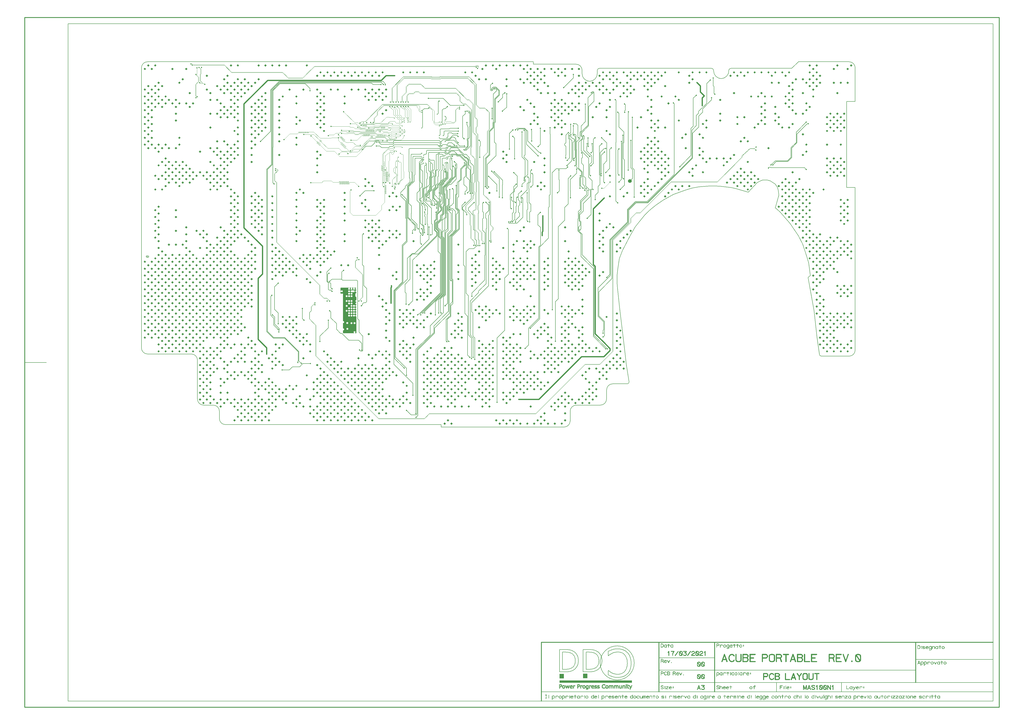
<source format=gbr>
*
G04 Job   : D:\Pd-Master\Mas\Mas100n1 ACB_0001_0\Mas100n1 ACUBE_PORTABILE R_0.pcb*
G04 User  : DESKTOP-CUVV7JD:Shina*
G04 Layer : 7-Internal6.gbr*
G04 Date  : Wed Mar 17 17:59:33 2021*
G04 RSM MASTER DESIGN srl*
%ICAS*%
%MOMM*%
%FSLAX24Y24*%
%OFA0.0000B0.0000*%
G90*
G74*
%ADD12C,0.08000*%
%ADD13C,0.08001*%
%ADD10C,0.15000*%
%ADD71C,0.20000*%
%ADD16C,0.20320*%
%ADD19C,0.25000*%
%ADD17C,0.25400*%
%ADD70C,0.30480*%
%ADD15C,0.35000*%
%ADD18C,0.38000*%
%ADD11C,0.50000*%
%ADD14C,0.50800*%
%ADD20C,1.52400*%
G01*
G36*
X9142Y367695D02*
X14142Y372695D01*
X19142Y367695*
X14142Y362695*
X9142Y367695*
Y395980D02*
X14142Y400980D01*
X19142Y395980*
X14142Y390980*
X9142Y395980*
Y424264D02*
X14142Y429264D01*
X19142Y424264*
X14142Y419264*
X9142Y424264*
Y452548D02*
X14142Y457548D01*
X19142Y452548*
X14142Y447548*
X9142Y452548*
Y480832D02*
X14142Y485832D01*
X19142Y480832*
X14142Y475832*
X9142Y480832*
Y509117D02*
X14142Y514117D01*
X19142Y509117*
X14142Y504117*
X9142Y509117*
Y537401D02*
X14142Y542401D01*
X19142Y537401*
X14142Y532401*
X9142Y537401*
Y565685D02*
X14142Y570685D01*
X19142Y565685*
X14142Y560685*
X9142Y565685*
Y593969D02*
X14142Y598969D01*
X19142Y593969*
X14142Y588969*
X9142Y593969*
Y622254D02*
X14142Y627254D01*
X19142Y622254*
X14142Y617254*
X9142Y622254*
Y650538D02*
X14142Y655538D01*
X19142Y650538*
X14142Y645538*
X9142Y650538*
Y678822D02*
X14142Y683822D01*
X19142Y678822*
X14142Y673822*
X9142Y678822*
Y1159655D02*
X14142Y1164655D01*
X19142Y1159655*
X14142Y1154655*
X9142Y1159655*
Y1187939D02*
X14142Y1192939D01*
X19142Y1187939*
X14142Y1182939*
X9142Y1187939*
Y1216223D02*
X14142Y1221223D01*
X19142Y1216223*
X14142Y1211223*
X9142Y1216223*
Y1244507D02*
X14142Y1249507D01*
X19142Y1244507*
X14142Y1239507*
X9142Y1244507*
Y1272792D02*
X14142Y1277792D01*
X19142Y1272792*
X14142Y1267792*
X9142Y1272792*
Y1301076D02*
X14142Y1306076D01*
X19142Y1301076*
X14142Y1296076*
X9142Y1301076*
Y1329360D02*
X14142Y1334360D01*
X19142Y1329360*
X14142Y1324360*
X9142Y1329360*
Y1357644D02*
X14142Y1362644D01*
X19142Y1357644*
X14142Y1352644*
X9142Y1357644*
Y1385929D02*
X14142Y1390929D01*
X19142Y1385929*
X14142Y1380929*
X9142Y1385929*
Y1470782D02*
X14142Y1475782D01*
X19142Y1470782*
X14142Y1465782*
X9142Y1470782*
X23284Y381838D02*
X28284Y386838D01*
X33284Y381838*
X28284Y376838*
X23284Y381838*
Y410122D02*
X28284Y415122D01*
X33284Y410122*
X28284Y405122*
X23284Y410122*
Y438406D02*
X28284Y443406D01*
X33284Y438406*
X28284Y433406*
X23284Y438406*
Y466690D02*
X28284Y471690D01*
X33284Y466690*
X28284Y461690*
X23284Y466690*
Y494975D02*
X28284Y499975D01*
X33284Y494975*
X28284Y489975*
X23284Y494975*
Y523259D02*
X28284Y528259D01*
X33284Y523259*
X28284Y518259*
X23284Y523259*
Y551543D02*
X28284Y556543D01*
X33284Y551543*
X28284Y546543*
X23284Y551543*
Y579827D02*
X28284Y584827D01*
X33284Y579827*
X28284Y574827*
X23284Y579827*
Y608112D02*
X28284Y613112D01*
X33284Y608112*
X28284Y603112*
X23284Y608112*
Y636396D02*
X28284Y641396D01*
X33284Y636396*
X28284Y631396*
X23284Y636396*
Y664680D02*
X28284Y669680D01*
X33284Y664680*
X28284Y659680*
X23284Y664680*
Y1145513D02*
X28284Y1150513D01*
X33284Y1145513*
X28284Y1140513*
X23284Y1145513*
Y1173797D02*
X28284Y1178797D01*
X33284Y1173797*
X28284Y1168797*
X23284Y1173797*
Y1202081D02*
X28284Y1207081D01*
X33284Y1202081*
X28284Y1197081*
X23284Y1202081*
Y1230365D02*
X28284Y1235365D01*
X33284Y1230365*
X28284Y1225365*
X23284Y1230365*
Y1258650D02*
X28284Y1263650D01*
X33284Y1258650*
X28284Y1253650*
X23284Y1258650*
Y1286934D02*
X28284Y1291934D01*
X33284Y1286934*
X28284Y1281934*
X23284Y1286934*
Y1315218D02*
X28284Y1320218D01*
X33284Y1315218*
X28284Y1310218*
X23284Y1315218*
Y1343502D02*
X28284Y1348502D01*
X33284Y1343502*
X28284Y1338502*
X23284Y1343502*
Y1371787D02*
X28284Y1376787D01*
X33284Y1371787*
X28284Y1366787*
X23284Y1371787*
Y1400071D02*
X28284Y1405071D01*
X33284Y1400071*
X28284Y1395071*
X23284Y1400071*
Y1484924D02*
X28284Y1489924D01*
X33284Y1484924*
X28284Y1479924*
X23284Y1484924*
X37426Y367695D02*
X42426Y372695D01*
X47426Y367695*
X42426Y362695*
X37426Y367695*
Y395980D02*
X42426Y400980D01*
X47426Y395980*
X42426Y390980*
X37426Y395980*
Y424264D02*
X42426Y429264D01*
X47426Y424264*
X42426Y419264*
X37426Y424264*
Y452548D02*
X42426Y457548D01*
X47426Y452548*
X42426Y447548*
X37426Y452548*
Y480832D02*
X42426Y485832D01*
X47426Y480832*
X42426Y475832*
X37426Y480832*
Y509117D02*
X42426Y514117D01*
X47426Y509117*
X42426Y504117*
X37426Y509117*
Y537401D02*
X42426Y542401D01*
X47426Y537401*
X42426Y532401*
X37426Y537401*
Y565685D02*
X42426Y570685D01*
X47426Y565685*
X42426Y560685*
X37426Y565685*
Y593969D02*
X42426Y598969D01*
X47426Y593969*
X42426Y588969*
X37426Y593969*
Y622254D02*
X42426Y627254D01*
X47426Y622254*
X42426Y617254*
X37426Y622254*
Y650538D02*
X42426Y655538D01*
X47426Y650538*
X42426Y645538*
X37426Y650538*
Y678822D02*
X42426Y683822D01*
X47426Y678822*
X42426Y673822*
X37426Y678822*
Y1159655D02*
X42426Y1164655D01*
X47426Y1159655*
X42426Y1154655*
X37426Y1159655*
Y1187939D02*
X42426Y1192939D01*
X47426Y1187939*
X42426Y1182939*
X37426Y1187939*
Y1216223D02*
X42426Y1221223D01*
X47426Y1216223*
X42426Y1211223*
X37426Y1216223*
Y1244507D02*
X42426Y1249507D01*
X47426Y1244507*
X42426Y1239507*
X37426Y1244507*
Y1272792D02*
X42426Y1277792D01*
X47426Y1272792*
X42426Y1267792*
X37426Y1272792*
Y1301076D02*
X42426Y1306076D01*
X47426Y1301076*
X42426Y1296076*
X37426Y1301076*
Y1329360D02*
X42426Y1334360D01*
X47426Y1329360*
X42426Y1324360*
X37426Y1329360*
Y1357644D02*
X42426Y1362644D01*
X47426Y1357644*
X42426Y1352644*
X37426Y1357644*
Y1385929D02*
X42426Y1390929D01*
X47426Y1385929*
X42426Y1380929*
X37426Y1385929*
Y1470782D02*
X42426Y1475782D01*
X47426Y1470782*
X42426Y1465782*
X37426Y1470782*
X51569Y381838D02*
X56569Y386838D01*
X61569Y381838*
X56569Y376838*
X51569Y381838*
Y410122D02*
X56569Y415122D01*
X61569Y410122*
X56569Y405122*
X51569Y410122*
Y438406D02*
X56569Y443406D01*
X61569Y438406*
X56569Y433406*
X51569Y438406*
Y466690D02*
X56569Y471690D01*
X61569Y466690*
X56569Y461690*
X51569Y466690*
Y494975D02*
X56569Y499975D01*
X61569Y494975*
X56569Y489975*
X51569Y494975*
Y523259D02*
X56569Y528259D01*
X61569Y523259*
X56569Y518259*
X51569Y523259*
Y551543D02*
X56569Y556543D01*
X61569Y551543*
X56569Y546543*
X51569Y551543*
Y579827D02*
X56569Y584827D01*
X61569Y579827*
X56569Y574827*
X51569Y579827*
Y608112D02*
X56569Y613112D01*
X61569Y608112*
X56569Y603112*
X51569Y608112*
Y636396D02*
X56569Y641396D01*
X61569Y636396*
X56569Y631396*
X51569Y636396*
Y664680D02*
X56569Y669680D01*
X61569Y664680*
X56569Y659680*
X51569Y664680*
Y692964D02*
X56569Y697964D01*
X61569Y692964*
X56569Y687964*
X51569Y692964*
Y777817D02*
X56569Y782817D01*
X61569Y777817*
X56569Y772817*
X51569Y777817*
Y806101D02*
X56569Y811101D01*
X61569Y806101*
X56569Y801101*
X51569Y806101*
Y834386D02*
X56569Y839386D01*
X61569Y834386*
X56569Y829386*
X51569Y834386*
Y862670D02*
X56569Y867670D01*
X61569Y862670*
X56569Y857670*
X51569Y862670*
Y890954D02*
X56569Y895954D01*
X61569Y890954*
X56569Y885954*
X51569Y890954*
Y975807D02*
X56569Y980807D01*
X61569Y975807*
X56569Y970807*
X51569Y975807*
Y1032375D02*
X56569Y1037375D01*
X61569Y1032375*
X56569Y1027375*
X51569Y1032375*
Y1145513D02*
X56569Y1150513D01*
X61569Y1145513*
X56569Y1140513*
X51569Y1145513*
Y1315218D02*
X56569Y1320218D01*
X61569Y1315218*
X56569Y1310218*
X51569Y1315218*
Y1343502D02*
X56569Y1348502D01*
X61569Y1343502*
X56569Y1338502*
X51569Y1343502*
Y1371787D02*
X56569Y1376787D01*
X61569Y1371787*
X56569Y1366787*
X51569Y1371787*
Y1400071D02*
X56569Y1405071D01*
X61569Y1400071*
X56569Y1395071*
X51569Y1400071*
Y1484924D02*
X56569Y1489924D01*
X61569Y1484924*
X56569Y1479924*
X51569Y1484924*
X65711Y311127D02*
X70711Y316127D01*
X75711Y311127*
X70711Y306127*
X65711Y311127*
Y339411D02*
X70711Y344411D01*
X75711Y339411*
X70711Y334411*
X65711Y339411*
Y367695D02*
X70711Y372695D01*
X75711Y367695*
X70711Y362695*
X65711Y367695*
Y395980D02*
X70711Y400980D01*
X75711Y395980*
X70711Y390980*
X65711Y395980*
Y424264D02*
X70711Y429264D01*
X75711Y424264*
X70711Y419264*
X65711Y424264*
Y452548D02*
X70711Y457548D01*
X75711Y452548*
X70711Y447548*
X65711Y452548*
Y480832D02*
X70711Y485832D01*
X75711Y480832*
X70711Y475832*
X65711Y480832*
Y509117D02*
X70711Y514117D01*
X75711Y509117*
X70711Y504117*
X65711Y509117*
Y537401D02*
X70711Y542401D01*
X75711Y537401*
X70711Y532401*
X65711Y537401*
Y565685D02*
X70711Y570685D01*
X75711Y565685*
X70711Y560685*
X65711Y565685*
Y593969D02*
X70711Y598969D01*
X75711Y593969*
X70711Y588969*
X65711Y593969*
Y622254D02*
X70711Y627254D01*
X75711Y622254*
X70711Y617254*
X65711Y622254*
Y650538D02*
X70711Y655538D01*
X75711Y650538*
X70711Y645538*
X65711Y650538*
Y678822D02*
X70711Y683822D01*
X75711Y678822*
X70711Y673822*
X65711Y678822*
Y707107D02*
X70711Y712107D01*
X75711Y707107*
X70711Y702107*
X65711Y707107*
Y735391D02*
X70711Y740391D01*
X75711Y735391*
X70711Y730391*
X65711Y735391*
Y763675D02*
X70711Y768675D01*
X75711Y763675*
X70711Y758675*
X65711Y763675*
Y791959D02*
X70711Y796959D01*
X75711Y791959*
X70711Y786959*
X65711Y791959*
Y820244D02*
X70711Y825244D01*
X75711Y820244*
X70711Y815244*
X65711Y820244*
Y848528D02*
X70711Y853528D01*
X75711Y848528*
X70711Y843528*
X65711Y848528*
Y876812D02*
X70711Y881812D01*
X75711Y876812*
X70711Y871812*
X65711Y876812*
Y905096D02*
X70711Y910096D01*
X75711Y905096*
X70711Y900096*
X65711Y905096*
Y1018233D02*
X70711Y1023233D01*
X75711Y1018233*
X70711Y1013233*
X65711Y1018233*
Y1074802D02*
X70711Y1079802D01*
X75711Y1074802*
X70711Y1069802*
X65711Y1074802*
Y1131370D02*
X70711Y1136370D01*
X75711Y1131370*
X70711Y1126370*
X65711Y1131370*
Y1159655D02*
X70711Y1164655D01*
X75711Y1159655*
X70711Y1154655*
X65711Y1159655*
Y1329360D02*
X70711Y1334360D01*
X75711Y1329360*
X70711Y1324360*
X65711Y1329360*
Y1357644D02*
X70711Y1362644D01*
X75711Y1357644*
X70711Y1352644*
X65711Y1357644*
Y1385929D02*
X70711Y1390929D01*
X75711Y1385929*
X70711Y1380929*
X65711Y1385929*
Y1414213D02*
X70711Y1419213D01*
X75711Y1414213*
X70711Y1409213*
X65711Y1414213*
X79853Y325269D02*
X84853Y330269D01*
X89853Y325269*
X84853Y320269*
X79853Y325269*
Y353553D02*
X84853Y358553D01*
X89853Y353553*
X84853Y348553*
X79853Y353553*
Y381838D02*
X84853Y386838D01*
X89853Y381838*
X84853Y376838*
X79853Y381838*
Y410122D02*
X84853Y415122D01*
X89853Y410122*
X84853Y405122*
X79853Y410122*
Y438406D02*
X84853Y443406D01*
X89853Y438406*
X84853Y433406*
X79853Y438406*
Y466690D02*
X84853Y471690D01*
X89853Y466690*
X84853Y461690*
X79853Y466690*
Y494975D02*
X84853Y499975D01*
X89853Y494975*
X84853Y489975*
X79853Y494975*
Y523259D02*
X84853Y528259D01*
X89853Y523259*
X84853Y518259*
X79853Y523259*
Y551543D02*
X84853Y556543D01*
X89853Y551543*
X84853Y546543*
X79853Y551543*
Y579827D02*
X84853Y584827D01*
X89853Y579827*
X84853Y574827*
X79853Y579827*
Y608112D02*
X84853Y613112D01*
X89853Y608112*
X84853Y603112*
X79853Y608112*
Y636396D02*
X84853Y641396D01*
X89853Y636396*
X84853Y631396*
X79853Y636396*
Y664680D02*
X84853Y669680D01*
X89853Y664680*
X84853Y659680*
X79853Y664680*
Y692964D02*
X84853Y697964D01*
X89853Y692964*
X84853Y687964*
X79853Y692964*
Y721249D02*
X84853Y726249D01*
X89853Y721249*
X84853Y716249*
X79853Y721249*
Y975807D02*
X84853Y980807D01*
X89853Y975807*
X84853Y970807*
X79853Y975807*
Y1032375D02*
X84853Y1037375D01*
X89853Y1032375*
X84853Y1027375*
X79853Y1032375*
Y1088944D02*
X84853Y1093944D01*
X89853Y1088944*
X84853Y1083944*
X79853Y1088944*
Y1145513D02*
X84853Y1150513D01*
X89853Y1145513*
X84853Y1140513*
X79853Y1145513*
Y1315218D02*
X84853Y1320218D01*
X89853Y1315218*
X84853Y1310218*
X79853Y1315218*
Y1343502D02*
X84853Y1348502D01*
X89853Y1343502*
X84853Y1338502*
X79853Y1343502*
Y1400071D02*
X84853Y1405071D01*
X89853Y1400071*
X84853Y1395071*
X79853Y1400071*
X93995Y311127D02*
X98995Y316127D01*
X103995Y311127*
X98995Y306127*
X93995Y311127*
Y339411D02*
X98995Y344411D01*
X103995Y339411*
X98995Y334411*
X93995Y339411*
Y367695D02*
X98995Y372695D01*
X103995Y367695*
X98995Y362695*
X93995Y367695*
Y395980D02*
X98995Y400980D01*
X103995Y395980*
X98995Y390980*
X93995Y395980*
Y424264D02*
X98995Y429264D01*
X103995Y424264*
X98995Y419264*
X93995Y424264*
Y452548D02*
X98995Y457548D01*
X103995Y452548*
X98995Y447548*
X93995Y452548*
Y480832D02*
X98995Y485832D01*
X103995Y480832*
X98995Y475832*
X93995Y480832*
Y509117D02*
X98995Y514117D01*
X103995Y509117*
X98995Y504117*
X93995Y509117*
Y537401D02*
X98995Y542401D01*
X103995Y537401*
X98995Y532401*
X93995Y537401*
Y565685D02*
X98995Y570685D01*
X103995Y565685*
X98995Y560685*
X93995Y565685*
Y593969D02*
X98995Y598969D01*
X103995Y593969*
X98995Y588969*
X93995Y593969*
Y622254D02*
X98995Y627254D01*
X103995Y622254*
X98995Y617254*
X93995Y622254*
Y650538D02*
X98995Y655538D01*
X103995Y650538*
X98995Y645538*
X93995Y650538*
Y678822D02*
X98995Y683822D01*
X103995Y678822*
X98995Y673822*
X93995Y678822*
Y707107D02*
X98995Y712107D01*
X103995Y707107*
X98995Y702107*
X93995Y707107*
Y989949D02*
X98995Y994949D01*
X103995Y989949*
X98995Y984949*
X93995Y989949*
Y1018233D02*
X98995Y1023233D01*
X103995Y1018233*
X98995Y1013233*
X93995Y1018233*
Y1046518D02*
X98995Y1051518D01*
X103995Y1046518*
X98995Y1041518*
X93995Y1046518*
Y1074802D02*
X98995Y1079802D01*
X103995Y1074802*
X98995Y1069802*
X93995Y1074802*
Y1103086D02*
X98995Y1108086D01*
X103995Y1103086*
X98995Y1098086*
X93995Y1103086*
Y1159655D02*
X98995Y1164655D01*
X103995Y1159655*
X98995Y1154655*
X93995Y1159655*
Y1329360D02*
X98995Y1334360D01*
X103995Y1329360*
X98995Y1324360*
X93995Y1329360*
Y1357644D02*
X98995Y1362644D01*
X103995Y1357644*
X98995Y1352644*
X93995Y1357644*
X108137Y325269D02*
X113137Y330269D01*
X118137Y325269*
X113137Y320269*
X108137Y325269*
Y353553D02*
X113137Y358553D01*
X118137Y353553*
X113137Y348553*
X108137Y353553*
Y381838D02*
X113137Y386838D01*
X118137Y381838*
X113137Y376838*
X108137Y381838*
Y410122D02*
X113137Y415122D01*
X118137Y410122*
X113137Y405122*
X108137Y410122*
Y438406D02*
X113137Y443406D01*
X118137Y438406*
X113137Y433406*
X108137Y438406*
Y466690D02*
X113137Y471690D01*
X118137Y466690*
X113137Y461690*
X108137Y466690*
Y494975D02*
X113137Y499975D01*
X118137Y494975*
X113137Y489975*
X108137Y494975*
Y523259D02*
X113137Y528259D01*
X118137Y523259*
X113137Y518259*
X108137Y523259*
Y551543D02*
X113137Y556543D01*
X118137Y551543*
X113137Y546543*
X108137Y551543*
Y579827D02*
X113137Y584827D01*
X118137Y579827*
X113137Y574827*
X108137Y579827*
Y608112D02*
X113137Y613112D01*
X118137Y608112*
X113137Y603112*
X108137Y608112*
Y636396D02*
X113137Y641396D01*
X118137Y636396*
X113137Y631396*
X108137Y636396*
Y664680D02*
X113137Y669680D01*
X118137Y664680*
X113137Y659680*
X108137Y664680*
Y692964D02*
X113137Y697964D01*
X118137Y692964*
X113137Y687964*
X108137Y692964*
Y749533D02*
X113137Y754533D01*
X118137Y749533*
X113137Y744533*
X108137Y749533*
Y1004091D02*
X113137Y1009091D01*
X118137Y1004091*
X113137Y999091*
X108137Y1004091*
Y1032375D02*
X113137Y1037375D01*
X118137Y1032375*
X113137Y1027375*
X108137Y1032375*
Y1060660D02*
X113137Y1065660D01*
X118137Y1060660*
X113137Y1055660*
X108137Y1060660*
Y1088944D02*
X113137Y1093944D01*
X118137Y1088944*
X113137Y1083944*
X108137Y1088944*
Y1145513D02*
X113137Y1150513D01*
X118137Y1145513*
X113137Y1140513*
X108137Y1145513*
Y1343502D02*
X113137Y1348502D01*
X118137Y1343502*
X113137Y1338502*
X108137Y1343502*
X122279Y311127D02*
X127279Y316127D01*
X132279Y311127*
X127279Y306127*
X122279Y311127*
Y339411D02*
X127279Y344411D01*
X132279Y339411*
X127279Y334411*
X122279Y339411*
Y367695D02*
X127279Y372695D01*
X132279Y367695*
X127279Y362695*
X122279Y367695*
Y395980D02*
X127279Y400980D01*
X132279Y395980*
X127279Y390980*
X122279Y395980*
Y424264D02*
X127279Y429264D01*
X132279Y424264*
X127279Y419264*
X122279Y424264*
Y452548D02*
X127279Y457548D01*
X132279Y452548*
X127279Y447548*
X122279Y452548*
Y480832D02*
X127279Y485832D01*
X132279Y480832*
X127279Y475832*
X122279Y480832*
Y509117D02*
X127279Y514117D01*
X132279Y509117*
X127279Y504117*
X122279Y509117*
Y537401D02*
X127279Y542401D01*
X132279Y537401*
X127279Y532401*
X122279Y537401*
Y565685D02*
X127279Y570685D01*
X132279Y565685*
X127279Y560685*
X122279Y565685*
Y593969D02*
X127279Y598969D01*
X132279Y593969*
X127279Y588969*
X122279Y593969*
Y622254D02*
X127279Y627254D01*
X132279Y622254*
X127279Y617254*
X122279Y622254*
Y650538D02*
X127279Y655538D01*
X132279Y650538*
X127279Y645538*
X122279Y650538*
Y678822D02*
X127279Y683822D01*
X132279Y678822*
X127279Y673822*
X122279Y678822*
Y707107D02*
X127279Y712107D01*
X132279Y707107*
X127279Y702107*
X122279Y707107*
Y1018233D02*
X127279Y1023233D01*
X132279Y1018233*
X127279Y1013233*
X122279Y1018233*
Y1046518D02*
X127279Y1051518D01*
X132279Y1046518*
X127279Y1041518*
X122279Y1046518*
Y1074802D02*
X127279Y1079802D01*
X132279Y1074802*
X127279Y1069802*
X122279Y1074802*
Y1329360D02*
X127279Y1334360D01*
X132279Y1329360*
X127279Y1324360*
X122279Y1329360*
Y1470782D02*
X127279Y1475782D01*
X132279Y1470782*
X127279Y1465782*
X122279Y1470782*
X136421Y325269D02*
X141421Y330269D01*
X146421Y325269*
X141421Y320269*
X136421Y325269*
Y353553D02*
X141421Y358553D01*
X146421Y353553*
X141421Y348553*
X136421Y353553*
Y381838D02*
X141421Y386838D01*
X146421Y381838*
X141421Y376838*
X136421Y381838*
Y410122D02*
X141421Y415122D01*
X146421Y410122*
X141421Y405122*
X136421Y410122*
Y438406D02*
X141421Y443406D01*
X146421Y438406*
X141421Y433406*
X136421Y438406*
Y466690D02*
X141421Y471690D01*
X146421Y466690*
X141421Y461690*
X136421Y466690*
Y494975D02*
X141421Y499975D01*
X146421Y494975*
X141421Y489975*
X136421Y494975*
Y523259D02*
X141421Y528259D01*
X146421Y523259*
X141421Y518259*
X136421Y523259*
Y551543D02*
X141421Y556543D01*
X146421Y551543*
X141421Y546543*
X136421Y551543*
Y579827D02*
X141421Y584827D01*
X146421Y579827*
X141421Y574827*
X136421Y579827*
Y608112D02*
X141421Y613112D01*
X146421Y608112*
X141421Y603112*
X136421Y608112*
Y636396D02*
X141421Y641396D01*
X146421Y636396*
X141421Y631396*
X136421Y636396*
Y664680D02*
X141421Y669680D01*
X146421Y664680*
X141421Y659680*
X136421Y664680*
Y692964D02*
X141421Y697964D01*
X146421Y692964*
X141421Y687964*
X136421Y692964*
Y749533D02*
X141421Y754533D01*
X146421Y749533*
X141421Y744533*
X136421Y749533*
Y806101D02*
X141421Y811101D01*
X146421Y806101*
X141421Y801101*
X136421Y806101*
Y862670D02*
X141421Y867670D01*
X146421Y862670*
X141421Y857670*
X136421Y862670*
Y890954D02*
X141421Y895954D01*
X146421Y890954*
X141421Y885954*
X136421Y890954*
Y1004091D02*
X141421Y1009091D01*
X146421Y1004091*
X141421Y999091*
X136421Y1004091*
Y1032375D02*
X141421Y1037375D01*
X146421Y1032375*
X141421Y1027375*
X136421Y1032375*
Y1060660D02*
X141421Y1065660D01*
X146421Y1060660*
X141421Y1055660*
X136421Y1060660*
Y1088944D02*
X141421Y1093944D01*
X146421Y1088944*
X141421Y1083944*
X136421Y1088944*
Y1145513D02*
X141421Y1150513D01*
X146421Y1145513*
X141421Y1140513*
X136421Y1145513*
Y1258650D02*
X141421Y1263650D01*
X146421Y1258650*
X141421Y1253650*
X136421Y1258650*
Y1286934D02*
X141421Y1291934D01*
X146421Y1286934*
X141421Y1281934*
X136421Y1286934*
Y1315218D02*
X141421Y1320218D01*
X146421Y1315218*
X141421Y1310218*
X136421Y1315218*
Y1343502D02*
X141421Y1348502D01*
X146421Y1343502*
X141421Y1338502*
X136421Y1343502*
X150563Y311127D02*
X155563Y316127D01*
X160563Y311127*
X155563Y306127*
X150563Y311127*
Y339411D02*
X155563Y344411D01*
X160563Y339411*
X155563Y334411*
X150563Y339411*
Y367695D02*
X155563Y372695D01*
X160563Y367695*
X155563Y362695*
X150563Y367695*
Y395980D02*
X155563Y400980D01*
X160563Y395980*
X155563Y390980*
X150563Y395980*
Y424264D02*
X155563Y429264D01*
X160563Y424264*
X155563Y419264*
X150563Y424264*
Y452548D02*
X155563Y457548D01*
X160563Y452548*
X155563Y447548*
X150563Y452548*
Y480832D02*
X155563Y485832D01*
X160563Y480832*
X155563Y475832*
X150563Y480832*
Y509117D02*
X155563Y514117D01*
X160563Y509117*
X155563Y504117*
X150563Y509117*
Y537401D02*
X155563Y542401D01*
X160563Y537401*
X155563Y532401*
X150563Y537401*
Y565685D02*
X155563Y570685D01*
X160563Y565685*
X155563Y560685*
X150563Y565685*
Y593969D02*
X155563Y598969D01*
X160563Y593969*
X155563Y588969*
X150563Y593969*
Y622254D02*
X155563Y627254D01*
X160563Y622254*
X155563Y617254*
X150563Y622254*
Y650538D02*
X155563Y655538D01*
X160563Y650538*
X155563Y645538*
X150563Y650538*
Y678822D02*
X155563Y683822D01*
X160563Y678822*
X155563Y673822*
X150563Y678822*
Y707107D02*
X155563Y712107D01*
X160563Y707107*
X155563Y702107*
X150563Y707107*
Y989949D02*
X155563Y994949D01*
X160563Y989949*
X155563Y984949*
X150563Y989949*
Y1018233D02*
X155563Y1023233D01*
X160563Y1018233*
X155563Y1013233*
X150563Y1018233*
Y1046518D02*
X155563Y1051518D01*
X160563Y1046518*
X155563Y1041518*
X150563Y1046518*
Y1074802D02*
X155563Y1079802D01*
X160563Y1074802*
X155563Y1069802*
X150563Y1074802*
Y1159655D02*
X155563Y1164655D01*
X160563Y1159655*
X155563Y1154655*
X150563Y1159655*
Y1187939D02*
X155563Y1192939D01*
X160563Y1187939*
X155563Y1182939*
X150563Y1187939*
Y1329360D02*
X155563Y1334360D01*
X160563Y1329360*
X155563Y1324360*
X150563Y1329360*
Y1414213D02*
X155563Y1419213D01*
X160563Y1414213*
X155563Y1409213*
X150563Y1414213*
X164706Y325269D02*
X169706Y330269D01*
X174706Y325269*
X169706Y320269*
X164706Y325269*
Y353553D02*
X169706Y358553D01*
X174706Y353553*
X169706Y348553*
X164706Y353553*
Y381838D02*
X169706Y386838D01*
X174706Y381838*
X169706Y376838*
X164706Y381838*
Y410122D02*
X169706Y415122D01*
X174706Y410122*
X169706Y405122*
X164706Y410122*
Y438406D02*
X169706Y443406D01*
X174706Y438406*
X169706Y433406*
X164706Y438406*
Y466690D02*
X169706Y471690D01*
X174706Y466690*
X169706Y461690*
X164706Y466690*
Y494975D02*
X169706Y499975D01*
X174706Y494975*
X169706Y489975*
X164706Y494975*
Y523259D02*
X169706Y528259D01*
X174706Y523259*
X169706Y518259*
X164706Y523259*
Y551543D02*
X169706Y556543D01*
X174706Y551543*
X169706Y546543*
X164706Y551543*
Y579827D02*
X169706Y584827D01*
X174706Y579827*
X169706Y574827*
X164706Y579827*
Y608112D02*
X169706Y613112D01*
X174706Y608112*
X169706Y603112*
X164706Y608112*
Y636396D02*
X169706Y641396D01*
X174706Y636396*
X169706Y631396*
X164706Y636396*
Y664680D02*
X169706Y669680D01*
X174706Y664680*
X169706Y659680*
X164706Y664680*
Y692964D02*
X169706Y697964D01*
X174706Y692964*
X169706Y687964*
X164706Y692964*
Y749533D02*
X169706Y754533D01*
X174706Y749533*
X169706Y744533*
X164706Y749533*
Y1004091D02*
X169706Y1009091D01*
X174706Y1004091*
X169706Y999091*
X164706Y1004091*
Y1032375D02*
X169706Y1037375D01*
X174706Y1032375*
X169706Y1027375*
X164706Y1032375*
Y1060660D02*
X169706Y1065660D01*
X174706Y1060660*
X169706Y1055660*
X164706Y1060660*
Y1088944D02*
X169706Y1093944D01*
X174706Y1088944*
X169706Y1083944*
X164706Y1088944*
Y1428355D02*
X169706Y1433355D01*
X174706Y1428355*
X169706Y1423355*
X164706Y1428355*
X178848Y311127D02*
X183848Y316127D01*
X188848Y311127*
X183848Y306127*
X178848Y311127*
Y339411D02*
X183848Y344411D01*
X188848Y339411*
X183848Y334411*
X178848Y339411*
Y367695D02*
X183848Y372695D01*
X188848Y367695*
X183848Y362695*
X178848Y367695*
Y395980D02*
X183848Y400980D01*
X188848Y395980*
X183848Y390980*
X178848Y395980*
Y424264D02*
X183848Y429264D01*
X188848Y424264*
X183848Y419264*
X178848Y424264*
Y452548D02*
X183848Y457548D01*
X188848Y452548*
X183848Y447548*
X178848Y452548*
Y480832D02*
X183848Y485832D01*
X188848Y480832*
X183848Y475832*
X178848Y480832*
Y509117D02*
X183848Y514117D01*
X188848Y509117*
X183848Y504117*
X178848Y509117*
Y537401D02*
X183848Y542401D01*
X188848Y537401*
X183848Y532401*
X178848Y537401*
Y565685D02*
X183848Y570685D01*
X188848Y565685*
X183848Y560685*
X178848Y565685*
Y593969D02*
X183848Y598969D01*
X188848Y593969*
X183848Y588969*
X178848Y593969*
Y622254D02*
X183848Y627254D01*
X188848Y622254*
X183848Y617254*
X178848Y622254*
Y650538D02*
X183848Y655538D01*
X188848Y650538*
X183848Y645538*
X178848Y650538*
Y678822D02*
X183848Y683822D01*
X188848Y678822*
X183848Y673822*
X178848Y678822*
Y707107D02*
X183848Y712107D01*
X188848Y707107*
X183848Y702107*
X178848Y707107*
Y735391D02*
X183848Y740391D01*
X188848Y735391*
X183848Y730391*
X178848Y735391*
Y763675D02*
X183848Y768675D01*
X188848Y763675*
X183848Y758675*
X178848Y763675*
Y791959D02*
X183848Y796959D01*
X188848Y791959*
X183848Y786959*
X178848Y791959*
Y820244D02*
X183848Y825244D01*
X188848Y820244*
X183848Y815244*
X178848Y820244*
Y1018233D02*
X183848Y1023233D01*
X188848Y1018233*
X183848Y1013233*
X178848Y1018233*
Y1046518D02*
X183848Y1051518D01*
X188848Y1046518*
X183848Y1041518*
X178848Y1046518*
Y1074802D02*
X183848Y1079802D01*
X188848Y1074802*
X183848Y1069802*
X178848Y1074802*
Y1329360D02*
X183848Y1334360D01*
X188848Y1329360*
X183848Y1324360*
X178848Y1329360*
Y1470782D02*
X183848Y1475782D01*
X188848Y1470782*
X183848Y1465782*
X178848Y1470782*
X192990Y325269D02*
X197990Y330269D01*
X202990Y325269*
X197990Y320269*
X192990Y325269*
Y353553D02*
X197990Y358553D01*
X202990Y353553*
X197990Y348553*
X192990Y353553*
Y381838D02*
X197990Y386838D01*
X202990Y381838*
X197990Y376838*
X192990Y381838*
Y410122D02*
X197990Y415122D01*
X202990Y410122*
X197990Y405122*
X192990Y410122*
Y438406D02*
X197990Y443406D01*
X202990Y438406*
X197990Y433406*
X192990Y438406*
Y466690D02*
X197990Y471690D01*
X202990Y466690*
X197990Y461690*
X192990Y466690*
Y494975D02*
X197990Y499975D01*
X202990Y494975*
X197990Y489975*
X192990Y494975*
Y523259D02*
X197990Y528259D01*
X202990Y523259*
X197990Y518259*
X192990Y523259*
Y551543D02*
X197990Y556543D01*
X202990Y551543*
X197990Y546543*
X192990Y551543*
Y579827D02*
X197990Y584827D01*
X202990Y579827*
X197990Y574827*
X192990Y579827*
Y608112D02*
X197990Y613112D01*
X202990Y608112*
X197990Y603112*
X192990Y608112*
Y636396D02*
X197990Y641396D01*
X202990Y636396*
X197990Y631396*
X192990Y636396*
Y664680D02*
X197990Y669680D01*
X202990Y664680*
X197990Y659680*
X192990Y664680*
Y692964D02*
X197990Y697964D01*
X202990Y692964*
X197990Y687964*
X192990Y692964*
Y721249D02*
X197990Y726249D01*
X202990Y721249*
X197990Y716249*
X192990Y721249*
Y1004091D02*
X197990Y1009091D01*
X202990Y1004091*
X197990Y999091*
X192990Y1004091*
Y1032375D02*
X197990Y1037375D01*
X202990Y1032375*
X197990Y1027375*
X192990Y1032375*
Y1060660D02*
X197990Y1065660D01*
X202990Y1060660*
X197990Y1055660*
X192990Y1060660*
Y1315218D02*
X197990Y1320218D01*
X202990Y1315218*
X197990Y1310218*
X192990Y1315218*
Y1371787D02*
X197990Y1376787D01*
X202990Y1371787*
X197990Y1366787*
X192990Y1371787*
X207132Y311127D02*
X212132Y316127D01*
X217132Y311127*
X212132Y306127*
X207132Y311127*
Y339411D02*
X212132Y344411D01*
X217132Y339411*
X212132Y334411*
X207132Y339411*
Y367695D02*
X212132Y372695D01*
X217132Y367695*
X212132Y362695*
X207132Y367695*
Y395980D02*
X212132Y400980D01*
X217132Y395980*
X212132Y390980*
X207132Y395980*
Y424264D02*
X212132Y429264D01*
X217132Y424264*
X212132Y419264*
X207132Y424264*
Y452548D02*
X212132Y457548D01*
X217132Y452548*
X212132Y447548*
X207132Y452548*
Y480832D02*
X212132Y485832D01*
X217132Y480832*
X212132Y475832*
X207132Y480832*
Y509117D02*
X212132Y514117D01*
X217132Y509117*
X212132Y504117*
X207132Y509117*
Y537401D02*
X212132Y542401D01*
X217132Y537401*
X212132Y532401*
X207132Y537401*
Y565685D02*
X212132Y570685D01*
X217132Y565685*
X212132Y560685*
X207132Y565685*
Y593969D02*
X212132Y598969D01*
X217132Y593969*
X212132Y588969*
X207132Y593969*
Y622254D02*
X212132Y627254D01*
X217132Y622254*
X212132Y617254*
X207132Y622254*
Y650538D02*
X212132Y655538D01*
X217132Y650538*
X212132Y645538*
X207132Y650538*
Y678822D02*
X212132Y683822D01*
X217132Y678822*
X212132Y673822*
X207132Y678822*
Y707107D02*
X212132Y712107D01*
X217132Y707107*
X212132Y702107*
X207132Y707107*
Y1018233D02*
X212132Y1023233D01*
X217132Y1018233*
X212132Y1013233*
X207132Y1018233*
Y1046518D02*
X212132Y1051518D01*
X217132Y1046518*
X212132Y1041518*
X207132Y1046518*
Y1329360D02*
X212132Y1334360D01*
X217132Y1329360*
X212132Y1324360*
X207132Y1329360*
X221274Y325269D02*
X226274Y330269D01*
X231274Y325269*
X226274Y320269*
X221274Y325269*
Y353553D02*
X226274Y358553D01*
X231274Y353553*
X226274Y348553*
X221274Y353553*
Y381838D02*
X226274Y386838D01*
X231274Y381838*
X226274Y376838*
X221274Y381838*
Y410122D02*
X226274Y415122D01*
X231274Y410122*
X226274Y405122*
X221274Y410122*
Y438406D02*
X226274Y443406D01*
X231274Y438406*
X226274Y433406*
X221274Y438406*
Y466690D02*
X226274Y471690D01*
X231274Y466690*
X226274Y461690*
X221274Y466690*
Y494975D02*
X226274Y499975D01*
X231274Y494975*
X226274Y489975*
X221274Y494975*
Y523259D02*
X226274Y528259D01*
X231274Y523259*
X226274Y518259*
X221274Y523259*
Y551543D02*
X226274Y556543D01*
X231274Y551543*
X226274Y546543*
X221274Y551543*
Y579827D02*
X226274Y584827D01*
X231274Y579827*
X226274Y574827*
X221274Y579827*
Y608112D02*
X226274Y613112D01*
X231274Y608112*
X226274Y603112*
X221274Y608112*
Y636396D02*
X226274Y641396D01*
X231274Y636396*
X226274Y631396*
X221274Y636396*
Y664680D02*
X226274Y669680D01*
X231274Y664680*
X226274Y659680*
X221274Y664680*
Y692964D02*
X226274Y697964D01*
X231274Y692964*
X226274Y687964*
X221274Y692964*
Y806101D02*
X226274Y811101D01*
X231274Y806101*
X226274Y801101*
X221274Y806101*
Y1032375D02*
X226274Y1037375D01*
X231274Y1032375*
X226274Y1027375*
X221274Y1032375*
X235416Y113137D02*
X240416Y118137D01*
X245416Y113137*
X240416Y108137*
X235416Y113137*
Y141421D02*
X240416Y146421D01*
X245416Y141421*
X240416Y136421*
X235416Y141421*
Y169706D02*
X240416Y174706D01*
X245416Y169706*
X240416Y164706*
X235416Y169706*
Y197990D02*
X240416Y202990D01*
X245416Y197990*
X240416Y192990*
X235416Y197990*
Y226274D02*
X240416Y231274D01*
X245416Y226274*
X240416Y221274*
X235416Y226274*
Y254558D02*
X240416Y259558D01*
X245416Y254558*
X240416Y249558*
X235416Y254558*
Y282843D02*
X240416Y287843D01*
X245416Y282843*
X240416Y277843*
X235416Y282843*
Y311127D02*
X240416Y316127D01*
X245416Y311127*
X240416Y306127*
X235416Y311127*
Y339411D02*
X240416Y344411D01*
X245416Y339411*
X240416Y334411*
X235416Y339411*
Y367695D02*
X240416Y372695D01*
X245416Y367695*
X240416Y362695*
X235416Y367695*
Y395980D02*
X240416Y400980D01*
X245416Y395980*
X240416Y390980*
X235416Y395980*
Y424264D02*
X240416Y429264D01*
X245416Y424264*
X240416Y419264*
X235416Y424264*
Y452548D02*
X240416Y457548D01*
X245416Y452548*
X240416Y447548*
X235416Y452548*
Y480832D02*
X240416Y485832D01*
X245416Y480832*
X240416Y475832*
X235416Y480832*
Y509117D02*
X240416Y514117D01*
X245416Y509117*
X240416Y504117*
X235416Y509117*
Y537401D02*
X240416Y542401D01*
X245416Y537401*
X240416Y532401*
X235416Y537401*
Y565685D02*
X240416Y570685D01*
X245416Y565685*
X240416Y560685*
X235416Y565685*
Y593969D02*
X240416Y598969D01*
X245416Y593969*
X240416Y588969*
X235416Y593969*
Y622254D02*
X240416Y627254D01*
X245416Y622254*
X240416Y617254*
X235416Y622254*
Y650538D02*
X240416Y655538D01*
X245416Y650538*
X240416Y645538*
X235416Y650538*
Y678822D02*
X240416Y683822D01*
X245416Y678822*
X240416Y673822*
X235416Y678822*
Y735391D02*
X240416Y740391D01*
X245416Y735391*
X240416Y730391*
X235416Y735391*
Y791959D02*
X240416Y796959D01*
X245416Y791959*
X240416Y786959*
X235416Y791959*
Y1046518D02*
X240416Y1051518D01*
X245416Y1046518*
X240416Y1041518*
X235416Y1046518*
Y1131370D02*
X240416Y1136370D01*
X245416Y1131370*
X240416Y1126370*
X235416Y1131370*
X249558Y98995D02*
X254558Y103995D01*
X259558Y98995*
X254558Y93995*
X249558Y98995*
Y127279D02*
X254558Y132279D01*
X259558Y127279*
X254558Y122279*
X249558Y127279*
Y155563D02*
X254558Y160563D01*
X259558Y155563*
X254558Y150563*
X249558Y155563*
Y183848D02*
X254558Y188848D01*
X259558Y183848*
X254558Y178848*
X249558Y183848*
Y212132D02*
X254558Y217132D01*
X259558Y212132*
X254558Y207132*
X249558Y212132*
Y240416D02*
X254558Y245416D01*
X259558Y240416*
X254558Y235416*
X249558Y240416*
Y268700D02*
X254558Y273700D01*
X259558Y268700*
X254558Y263700*
X249558Y268700*
Y296985D02*
X254558Y301985D01*
X259558Y296985*
X254558Y291985*
X249558Y296985*
Y325269D02*
X254558Y330269D01*
X259558Y325269*
X254558Y320269*
X249558Y325269*
Y353553D02*
X254558Y358553D01*
X259558Y353553*
X254558Y348553*
X249558Y353553*
Y381838D02*
X254558Y386838D01*
X259558Y381838*
X254558Y376838*
X249558Y381838*
Y410122D02*
X254558Y415122D01*
X259558Y410122*
X254558Y405122*
X249558Y410122*
Y438406D02*
X254558Y443406D01*
X259558Y438406*
X254558Y433406*
X249558Y438406*
Y466690D02*
X254558Y471690D01*
X259558Y466690*
X254558Y461690*
X249558Y466690*
Y494975D02*
X254558Y499975D01*
X259558Y494975*
X254558Y489975*
X249558Y494975*
Y523259D02*
X254558Y528259D01*
X259558Y523259*
X254558Y518259*
X249558Y523259*
Y551543D02*
X254558Y556543D01*
X259558Y551543*
X254558Y546543*
X249558Y551543*
Y579827D02*
X254558Y584827D01*
X259558Y579827*
X254558Y574827*
X249558Y579827*
Y608112D02*
X254558Y613112D01*
X259558Y608112*
X254558Y603112*
X249558Y608112*
Y636396D02*
X254558Y641396D01*
X259558Y636396*
X254558Y631396*
X249558Y636396*
Y664680D02*
X254558Y669680D01*
X259558Y664680*
X254558Y659680*
X249558Y664680*
Y692964D02*
X254558Y697964D01*
X259558Y692964*
X254558Y687964*
X249558Y692964*
Y777817D02*
X254558Y782817D01*
X259558Y777817*
X254558Y772817*
X249558Y777817*
Y806101D02*
X254558Y811101D01*
X259558Y806101*
X254558Y801101*
X249558Y806101*
Y1032375D02*
X254558Y1037375D01*
X259558Y1032375*
X254558Y1027375*
X249558Y1032375*
X263700Y113137D02*
X268700Y118137D01*
X273700Y113137*
X268700Y108137*
X263700Y113137*
Y141421D02*
X268700Y146421D01*
X273700Y141421*
X268700Y136421*
X263700Y141421*
Y169706D02*
X268700Y174706D01*
X273700Y169706*
X268700Y164706*
X263700Y169706*
Y197990D02*
X268700Y202990D01*
X273700Y197990*
X268700Y192990*
X263700Y197990*
Y226274D02*
X268700Y231274D01*
X273700Y226274*
X268700Y221274*
X263700Y226274*
Y254558D02*
X268700Y259558D01*
X273700Y254558*
X268700Y249558*
X263700Y254558*
Y282843D02*
X268700Y287843D01*
X273700Y282843*
X268700Y277843*
X263700Y282843*
Y311127D02*
X268700Y316127D01*
X273700Y311127*
X268700Y306127*
X263700Y311127*
Y367695D02*
X268700Y372695D01*
X273700Y367695*
X268700Y362695*
X263700Y367695*
Y395980D02*
X268700Y400980D01*
X273700Y395980*
X268700Y390980*
X263700Y395980*
Y424264D02*
X268700Y429264D01*
X273700Y424264*
X268700Y419264*
X263700Y424264*
Y452548D02*
X268700Y457548D01*
X273700Y452548*
X268700Y447548*
X263700Y452548*
Y480832D02*
X268700Y485832D01*
X273700Y480832*
X268700Y475832*
X263700Y480832*
Y509117D02*
X268700Y514117D01*
X273700Y509117*
X268700Y504117*
X263700Y509117*
Y537401D02*
X268700Y542401D01*
X273700Y537401*
X268700Y532401*
X263700Y537401*
Y565685D02*
X268700Y570685D01*
X273700Y565685*
X268700Y560685*
X263700Y565685*
Y593969D02*
X268700Y598969D01*
X273700Y593969*
X268700Y588969*
X263700Y593969*
Y622254D02*
X268700Y627254D01*
X273700Y622254*
X268700Y617254*
X263700Y622254*
Y650538D02*
X268700Y655538D01*
X273700Y650538*
X268700Y645538*
X263700Y650538*
Y678822D02*
X268700Y683822D01*
X273700Y678822*
X268700Y673822*
X263700Y678822*
Y707107D02*
X268700Y712107D01*
X273700Y707107*
X268700Y702107*
X263700Y707107*
Y735391D02*
X268700Y740391D01*
X273700Y735391*
X268700Y730391*
X263700Y735391*
Y763675D02*
X268700Y768675D01*
X273700Y763675*
X268700Y758675*
X263700Y763675*
Y791959D02*
X268700Y796959D01*
X273700Y791959*
X268700Y786959*
X263700Y791959*
Y1018233D02*
X268700Y1023233D01*
X273700Y1018233*
X268700Y1013233*
X263700Y1018233*
Y1046518D02*
X268700Y1051518D01*
X273700Y1046518*
X268700Y1041518*
X263700Y1046518*
Y1385929D02*
X268700Y1390929D01*
X273700Y1385929*
X268700Y1380929*
X263700Y1385929*
Y1442497D02*
X268700Y1447497D01*
X273700Y1442497*
X268700Y1437497*
X263700Y1442497*
X277843Y98995D02*
X282843Y103995D01*
X287843Y98995*
X282843Y93995*
X277843Y98995*
Y127279D02*
X282843Y132279D01*
X287843Y127279*
X282843Y122279*
X277843Y127279*
Y155563D02*
X282843Y160563D01*
X287843Y155563*
X282843Y150563*
X277843Y155563*
Y183848D02*
X282843Y188848D01*
X287843Y183848*
X282843Y178848*
X277843Y183848*
Y212132D02*
X282843Y217132D01*
X287843Y212132*
X282843Y207132*
X277843Y212132*
Y240416D02*
X282843Y245416D01*
X287843Y240416*
X282843Y235416*
X277843Y240416*
Y268700D02*
X282843Y273700D01*
X287843Y268700*
X282843Y263700*
X277843Y268700*
Y296985D02*
X282843Y301985D01*
X287843Y296985*
X282843Y291985*
X277843Y296985*
Y325269D02*
X282843Y330269D01*
X287843Y325269*
X282843Y320269*
X277843Y325269*
Y381838D02*
X282843Y386838D01*
X287843Y381838*
X282843Y376838*
X277843Y381838*
Y410122D02*
X282843Y415122D01*
X287843Y410122*
X282843Y405122*
X277843Y410122*
Y438406D02*
X282843Y443406D01*
X287843Y438406*
X282843Y433406*
X277843Y438406*
Y466690D02*
X282843Y471690D01*
X287843Y466690*
X282843Y461690*
X277843Y466690*
Y494975D02*
X282843Y499975D01*
X287843Y494975*
X282843Y489975*
X277843Y494975*
Y523259D02*
X282843Y528259D01*
X287843Y523259*
X282843Y518259*
X277843Y523259*
Y551543D02*
X282843Y556543D01*
X287843Y551543*
X282843Y546543*
X277843Y551543*
Y579827D02*
X282843Y584827D01*
X287843Y579827*
X282843Y574827*
X277843Y579827*
Y608112D02*
X282843Y613112D01*
X287843Y608112*
X282843Y603112*
X277843Y608112*
Y636396D02*
X282843Y641396D01*
X287843Y636396*
X282843Y631396*
X277843Y636396*
Y664680D02*
X282843Y669680D01*
X287843Y664680*
X282843Y659680*
X277843Y664680*
Y692964D02*
X282843Y697964D01*
X287843Y692964*
X282843Y687964*
X277843Y692964*
Y721249D02*
X282843Y726249D01*
X287843Y721249*
X282843Y716249*
X277843Y721249*
Y749533D02*
X282843Y754533D01*
X287843Y749533*
X282843Y744533*
X277843Y749533*
Y975807D02*
X282843Y980807D01*
X287843Y975807*
X282843Y970807*
X277843Y975807*
Y1004091D02*
X282843Y1009091D01*
X287843Y1004091*
X282843Y999091*
X277843Y1004091*
Y1032375D02*
X282843Y1037375D01*
X287843Y1032375*
X282843Y1027375*
X277843Y1032375*
Y1088944D02*
X282843Y1093944D01*
X287843Y1088944*
X282843Y1083944*
X277843Y1088944*
Y1145513D02*
X282843Y1150513D01*
X287843Y1145513*
X282843Y1140513*
X277843Y1145513*
Y1230365D02*
X282843Y1235365D01*
X287843Y1230365*
X282843Y1225365*
X277843Y1230365*
Y1286934D02*
X282843Y1291934D01*
X287843Y1286934*
X282843Y1281934*
X277843Y1286934*
Y1343502D02*
X282843Y1348502D01*
X287843Y1343502*
X282843Y1338502*
X277843Y1343502*
Y1371787D02*
X282843Y1376787D01*
X287843Y1371787*
X282843Y1366787*
X277843Y1371787*
X291985Y113137D02*
X296985Y118137D01*
X301985Y113137*
X296985Y108137*
X291985Y113137*
Y226274D02*
X296985Y231274D01*
X301985Y226274*
X296985Y221274*
X291985Y226274*
Y254558D02*
X296985Y259558D01*
X301985Y254558*
X296985Y249558*
X291985Y254558*
Y282843D02*
X296985Y287843D01*
X301985Y282843*
X296985Y277843*
X291985Y282843*
Y311127D02*
X296985Y316127D01*
X301985Y311127*
X296985Y306127*
X291985Y311127*
Y367695D02*
X296985Y372695D01*
X301985Y367695*
X296985Y362695*
X291985Y367695*
Y395980D02*
X296985Y400980D01*
X301985Y395980*
X296985Y390980*
X291985Y395980*
Y424264D02*
X296985Y429264D01*
X301985Y424264*
X296985Y419264*
X291985Y424264*
Y452548D02*
X296985Y457548D01*
X301985Y452548*
X296985Y447548*
X291985Y452548*
Y480832D02*
X296985Y485832D01*
X301985Y480832*
X296985Y475832*
X291985Y480832*
Y509117D02*
X296985Y514117D01*
X301985Y509117*
X296985Y504117*
X291985Y509117*
Y537401D02*
X296985Y542401D01*
X301985Y537401*
X296985Y532401*
X291985Y537401*
Y565685D02*
X296985Y570685D01*
X301985Y565685*
X296985Y560685*
X291985Y565685*
Y593969D02*
X296985Y598969D01*
X301985Y593969*
X296985Y588969*
X291985Y593969*
Y622254D02*
X296985Y627254D01*
X301985Y622254*
X296985Y617254*
X291985Y622254*
Y650538D02*
X296985Y655538D01*
X301985Y650538*
X296985Y645538*
X291985Y650538*
Y678822D02*
X296985Y683822D01*
X301985Y678822*
X296985Y673822*
X291985Y678822*
Y707107D02*
X296985Y712107D01*
X301985Y707107*
X296985Y702107*
X291985Y707107*
Y735391D02*
X296985Y740391D01*
X301985Y735391*
X296985Y730391*
X291985Y735391*
Y989949D02*
X296985Y994949D01*
X301985Y989949*
X296985Y984949*
X291985Y989949*
Y1018233D02*
X296985Y1023233D01*
X301985Y1018233*
X296985Y1013233*
X291985Y1018233*
Y1046518D02*
X296985Y1051518D01*
X301985Y1046518*
X296985Y1041518*
X291985Y1046518*
Y1074802D02*
X296985Y1079802D01*
X301985Y1074802*
X296985Y1069802*
X291985Y1074802*
Y1131370D02*
X296985Y1136370D01*
X301985Y1131370*
X296985Y1126370*
X291985Y1131370*
X306127Y98995D02*
X311127Y103995D01*
X316127Y98995*
X311127Y93995*
X306127Y98995*
Y240416D02*
X311127Y245416D01*
X316127Y240416*
X311127Y235416*
X306127Y240416*
Y296985D02*
X311127Y301985D01*
X316127Y296985*
X311127Y291985*
X306127Y296985*
Y325269D02*
X311127Y330269D01*
X316127Y325269*
X311127Y320269*
X306127Y325269*
Y381838D02*
X311127Y386838D01*
X316127Y381838*
X311127Y376838*
X306127Y381838*
Y410122D02*
X311127Y415122D01*
X316127Y410122*
X311127Y405122*
X306127Y410122*
Y438406D02*
X311127Y443406D01*
X316127Y438406*
X311127Y433406*
X306127Y438406*
Y466690D02*
X311127Y471690D01*
X316127Y466690*
X311127Y461690*
X306127Y466690*
Y494975D02*
X311127Y499975D01*
X316127Y494975*
X311127Y489975*
X306127Y494975*
Y523259D02*
X311127Y528259D01*
X316127Y523259*
X311127Y518259*
X306127Y523259*
Y551543D02*
X311127Y556543D01*
X316127Y551543*
X311127Y546543*
X306127Y551543*
Y579827D02*
X311127Y584827D01*
X316127Y579827*
X311127Y574827*
X306127Y579827*
Y608112D02*
X311127Y613112D01*
X316127Y608112*
X311127Y603112*
X306127Y608112*
Y636396D02*
X311127Y641396D01*
X316127Y636396*
X311127Y631396*
X306127Y636396*
Y664680D02*
X311127Y669680D01*
X316127Y664680*
X311127Y659680*
X306127Y664680*
Y692964D02*
X311127Y697964D01*
X316127Y692964*
X311127Y687964*
X306127Y692964*
Y721249D02*
X311127Y726249D01*
X316127Y721249*
X311127Y716249*
X306127Y721249*
Y749533D02*
X311127Y754533D01*
X316127Y749533*
X311127Y744533*
X306127Y749533*
Y777817D02*
X311127Y782817D01*
X316127Y777817*
X311127Y772817*
X306127Y777817*
Y975807D02*
X311127Y980807D01*
X316127Y975807*
X311127Y970807*
X306127Y975807*
Y1004091D02*
X311127Y1009091D01*
X316127Y1004091*
X311127Y999091*
X306127Y1004091*
Y1032375D02*
X311127Y1037375D01*
X316127Y1032375*
X311127Y1027375*
X306127Y1032375*
Y1060660D02*
X311127Y1065660D01*
X316127Y1060660*
X311127Y1055660*
X306127Y1060660*
Y1117228D02*
X311127Y1122228D01*
X316127Y1117228*
X311127Y1112228*
X306127Y1117228*
Y1145513D02*
X311127Y1150513D01*
X316127Y1145513*
X311127Y1140513*
X306127Y1145513*
Y1173797D02*
X311127Y1178797D01*
X316127Y1173797*
X311127Y1168797*
X306127Y1173797*
Y1286934D02*
X311127Y1291934D01*
X316127Y1286934*
X311127Y1281934*
X306127Y1286934*
Y1343502D02*
X311127Y1348502D01*
X316127Y1343502*
X311127Y1338502*
X306127Y1343502*
Y1400071D02*
X311127Y1405071D01*
X316127Y1400071*
X311127Y1395071*
X306127Y1400071*
X320269Y84853D02*
X325269Y89853D01*
X330269Y84853*
X325269Y79853*
X320269Y84853*
Y113137D02*
X325269Y118137D01*
X330269Y113137*
X325269Y108137*
X320269Y113137*
Y141421D02*
X325269Y146421D01*
X330269Y141421*
X325269Y136421*
X320269Y141421*
Y169706D02*
X325269Y174706D01*
X330269Y169706*
X325269Y164706*
X320269Y169706*
Y197990D02*
X325269Y202990D01*
X330269Y197990*
X325269Y192990*
X320269Y197990*
Y282843D02*
X325269Y287843D01*
X330269Y282843*
X325269Y277843*
X320269Y282843*
Y311127D02*
X325269Y316127D01*
X330269Y311127*
X325269Y306127*
X320269Y311127*
Y339411D02*
X325269Y344411D01*
X330269Y339411*
X325269Y334411*
X320269Y339411*
Y367695D02*
X325269Y372695D01*
X330269Y367695*
X325269Y362695*
X320269Y367695*
Y395980D02*
X325269Y400980D01*
X330269Y395980*
X325269Y390980*
X320269Y395980*
Y424264D02*
X325269Y429264D01*
X330269Y424264*
X325269Y419264*
X320269Y424264*
Y452548D02*
X325269Y457548D01*
X330269Y452548*
X325269Y447548*
X320269Y452548*
Y480832D02*
X325269Y485832D01*
X330269Y480832*
X325269Y475832*
X320269Y480832*
Y509117D02*
X325269Y514117D01*
X330269Y509117*
X325269Y504117*
X320269Y509117*
Y537401D02*
X325269Y542401D01*
X330269Y537401*
X325269Y532401*
X320269Y537401*
Y565685D02*
X325269Y570685D01*
X330269Y565685*
X325269Y560685*
X320269Y565685*
Y593969D02*
X325269Y598969D01*
X330269Y593969*
X325269Y588969*
X320269Y593969*
Y622254D02*
X325269Y627254D01*
X330269Y622254*
X325269Y617254*
X320269Y622254*
Y650538D02*
X325269Y655538D01*
X330269Y650538*
X325269Y645538*
X320269Y650538*
Y678822D02*
X325269Y683822D01*
X330269Y678822*
X325269Y673822*
X320269Y678822*
Y707107D02*
X325269Y712107D01*
X330269Y707107*
X325269Y702107*
X320269Y707107*
Y735391D02*
X325269Y740391D01*
X330269Y735391*
X325269Y730391*
X320269Y735391*
Y763675D02*
X325269Y768675D01*
X330269Y763675*
X325269Y758675*
X320269Y763675*
Y820244D02*
X325269Y825244D01*
X330269Y820244*
X325269Y815244*
X320269Y820244*
Y989949D02*
X325269Y994949D01*
X330269Y989949*
X325269Y984949*
X320269Y989949*
Y1018233D02*
X325269Y1023233D01*
X330269Y1018233*
X325269Y1013233*
X320269Y1018233*
Y1046518D02*
X325269Y1051518D01*
X330269Y1046518*
X325269Y1041518*
X320269Y1046518*
Y1074802D02*
X325269Y1079802D01*
X330269Y1074802*
X325269Y1069802*
X320269Y1074802*
Y1103086D02*
X325269Y1108086D01*
X330269Y1103086*
X325269Y1098086*
X320269Y1103086*
Y1131370D02*
X325269Y1136370D01*
X330269Y1131370*
X325269Y1126370*
X320269Y1131370*
Y1272792D02*
X325269Y1277792D01*
X330269Y1272792*
X325269Y1267792*
X320269Y1272792*
Y1301076D02*
X325269Y1306076D01*
X330269Y1301076*
X325269Y1296076*
X320269Y1301076*
Y1329360D02*
X325269Y1334360D01*
X330269Y1329360*
X325269Y1324360*
X320269Y1329360*
Y1385929D02*
X325269Y1390929D01*
X330269Y1385929*
X325269Y1380929*
X320269Y1385929*
X334411Y98995D02*
X339411Y103995D01*
X344411Y98995*
X339411Y93995*
X334411Y98995*
Y183848D02*
X339411Y188848D01*
X344411Y183848*
X339411Y178848*
X334411Y183848*
Y240416D02*
X339411Y245416D01*
X344411Y240416*
X339411Y235416*
X334411Y240416*
Y268700D02*
X339411Y273700D01*
X344411Y268700*
X339411Y263700*
X334411Y268700*
Y325269D02*
X339411Y330269D01*
X344411Y325269*
X339411Y320269*
X334411Y325269*
Y353553D02*
X339411Y358553D01*
X344411Y353553*
X339411Y348553*
X334411Y353553*
Y381838D02*
X339411Y386838D01*
X344411Y381838*
X339411Y376838*
X334411Y381838*
Y410122D02*
X339411Y415122D01*
X344411Y410122*
X339411Y405122*
X334411Y410122*
Y438406D02*
X339411Y443406D01*
X344411Y438406*
X339411Y433406*
X334411Y438406*
Y466690D02*
X339411Y471690D01*
X344411Y466690*
X339411Y461690*
X334411Y466690*
Y494975D02*
X339411Y499975D01*
X344411Y494975*
X339411Y489975*
X334411Y494975*
Y523259D02*
X339411Y528259D01*
X344411Y523259*
X339411Y518259*
X334411Y523259*
Y551543D02*
X339411Y556543D01*
X344411Y551543*
X339411Y546543*
X334411Y551543*
Y579827D02*
X339411Y584827D01*
X344411Y579827*
X339411Y574827*
X334411Y579827*
Y608112D02*
X339411Y613112D01*
X344411Y608112*
X339411Y603112*
X334411Y608112*
Y636396D02*
X339411Y641396D01*
X344411Y636396*
X339411Y631396*
X334411Y636396*
Y664680D02*
X339411Y669680D01*
X344411Y664680*
X339411Y659680*
X334411Y664680*
Y692964D02*
X339411Y697964D01*
X344411Y692964*
X339411Y687964*
X334411Y692964*
Y721249D02*
X339411Y726249D01*
X344411Y721249*
X339411Y716249*
X334411Y721249*
Y749533D02*
X339411Y754533D01*
X344411Y749533*
X339411Y744533*
X334411Y749533*
Y777817D02*
X339411Y782817D01*
X344411Y777817*
X339411Y772817*
X334411Y777817*
Y806101D02*
X339411Y811101D01*
X344411Y806101*
X339411Y801101*
X334411Y806101*
Y1004091D02*
X339411Y1009091D01*
X344411Y1004091*
X339411Y999091*
X334411Y1004091*
Y1032375D02*
X339411Y1037375D01*
X344411Y1032375*
X339411Y1027375*
X334411Y1032375*
Y1060660D02*
X339411Y1065660D01*
X344411Y1060660*
X339411Y1055660*
X334411Y1060660*
Y1088944D02*
X339411Y1093944D01*
X344411Y1088944*
X339411Y1083944*
X334411Y1088944*
Y1117228D02*
X339411Y1122228D01*
X344411Y1117228*
X339411Y1112228*
X334411Y1117228*
Y1173797D02*
X339411Y1178797D01*
X344411Y1173797*
X339411Y1168797*
X334411Y1173797*
Y1286934D02*
X339411Y1291934D01*
X344411Y1286934*
X339411Y1281934*
X334411Y1286934*
Y1315218D02*
X339411Y1320218D01*
X344411Y1315218*
X339411Y1310218*
X334411Y1315218*
Y1371787D02*
X339411Y1376787D01*
X344411Y1371787*
X339411Y1366787*
X334411Y1371787*
Y1400071D02*
X339411Y1405071D01*
X344411Y1400071*
X339411Y1395071*
X334411Y1400071*
Y1428355D02*
X339411Y1433355D01*
X344411Y1428355*
X339411Y1423355*
X334411Y1428355*
X348553Y113137D02*
X353553Y118137D01*
X358553Y113137*
X353553Y108137*
X348553Y113137*
Y141421D02*
X353553Y146421D01*
X358553Y141421*
X353553Y136421*
X348553Y141421*
Y197990D02*
X353553Y202990D01*
X358553Y197990*
X353553Y192990*
X348553Y197990*
Y226274D02*
X353553Y231274D01*
X358553Y226274*
X353553Y221274*
X348553Y226274*
Y254558D02*
X353553Y259558D01*
X358553Y254558*
X353553Y249558*
X348553Y254558*
Y339411D02*
X353553Y344411D01*
X358553Y339411*
X353553Y334411*
X348553Y339411*
Y367695D02*
X353553Y372695D01*
X358553Y367695*
X353553Y362695*
X348553Y367695*
Y395980D02*
X353553Y400980D01*
X358553Y395980*
X353553Y390980*
X348553Y395980*
Y424264D02*
X353553Y429264D01*
X358553Y424264*
X353553Y419264*
X348553Y424264*
Y452548D02*
X353553Y457548D01*
X358553Y452548*
X353553Y447548*
X348553Y452548*
Y480832D02*
X353553Y485832D01*
X358553Y480832*
X353553Y475832*
X348553Y480832*
Y509117D02*
X353553Y514117D01*
X358553Y509117*
X353553Y504117*
X348553Y509117*
Y537401D02*
X353553Y542401D01*
X358553Y537401*
X353553Y532401*
X348553Y537401*
Y565685D02*
X353553Y570685D01*
X358553Y565685*
X353553Y560685*
X348553Y565685*
Y593969D02*
X353553Y598969D01*
X358553Y593969*
X353553Y588969*
X348553Y593969*
Y622254D02*
X353553Y627254D01*
X358553Y622254*
X353553Y617254*
X348553Y622254*
Y650538D02*
X353553Y655538D01*
X358553Y650538*
X353553Y645538*
X348553Y650538*
Y678822D02*
X353553Y683822D01*
X358553Y678822*
X353553Y673822*
X348553Y678822*
Y707107D02*
X353553Y712107D01*
X358553Y707107*
X353553Y702107*
X348553Y707107*
Y735391D02*
X353553Y740391D01*
X358553Y735391*
X353553Y730391*
X348553Y735391*
Y763675D02*
X353553Y768675D01*
X358553Y763675*
X353553Y758675*
X348553Y763675*
Y791959D02*
X353553Y796959D01*
X358553Y791959*
X353553Y786959*
X348553Y791959*
Y989949D02*
X353553Y994949D01*
X358553Y989949*
X353553Y984949*
X348553Y989949*
Y1018233D02*
X353553Y1023233D01*
X358553Y1018233*
X353553Y1013233*
X348553Y1018233*
Y1046518D02*
X353553Y1051518D01*
X358553Y1046518*
X353553Y1041518*
X348553Y1046518*
Y1074802D02*
X353553Y1079802D01*
X358553Y1074802*
X353553Y1069802*
X348553Y1074802*
Y1103086D02*
X353553Y1108086D01*
X358553Y1103086*
X353553Y1098086*
X348553Y1103086*
Y1131370D02*
X353553Y1136370D01*
X358553Y1131370*
X353553Y1126370*
X348553Y1131370*
Y1159655D02*
X353553Y1164655D01*
X358553Y1159655*
X353553Y1154655*
X348553Y1159655*
Y1272792D02*
X353553Y1277792D01*
X358553Y1272792*
X353553Y1267792*
X348553Y1272792*
Y1301076D02*
X353553Y1306076D01*
X358553Y1301076*
X353553Y1296076*
X348553Y1301076*
Y1385929D02*
X353553Y1390929D01*
X358553Y1385929*
X353553Y1380929*
X348553Y1385929*
Y1414213D02*
X353553Y1419213D01*
X358553Y1414213*
X353553Y1409213*
X348553Y1414213*
Y1442497D02*
X353553Y1447497D01*
X358553Y1442497*
X353553Y1437497*
X348553Y1442497*
X362695Y98995D02*
X367695Y103995D01*
X372695Y98995*
X367695Y93995*
X362695Y98995*
Y212132D02*
X367695Y217132D01*
X372695Y212132*
X367695Y207132*
X362695Y212132*
Y268700D02*
X367695Y273700D01*
X372695Y268700*
X367695Y263700*
X362695Y268700*
Y325269D02*
X367695Y330269D01*
X372695Y325269*
X367695Y320269*
X362695Y325269*
Y381838D02*
X367695Y386838D01*
X372695Y381838*
X367695Y376838*
X362695Y381838*
Y410122D02*
X367695Y415122D01*
X372695Y410122*
X367695Y405122*
X362695Y410122*
Y438406D02*
X367695Y443406D01*
X372695Y438406*
X367695Y433406*
X362695Y438406*
Y466690D02*
X367695Y471690D01*
X372695Y466690*
X367695Y461690*
X362695Y466690*
Y494975D02*
X367695Y499975D01*
X372695Y494975*
X367695Y489975*
X362695Y494975*
Y523259D02*
X367695Y528259D01*
X372695Y523259*
X367695Y518259*
X362695Y523259*
Y551543D02*
X367695Y556543D01*
X372695Y551543*
X367695Y546543*
X362695Y551543*
Y579827D02*
X367695Y584827D01*
X372695Y579827*
X367695Y574827*
X362695Y579827*
Y608112D02*
X367695Y613112D01*
X372695Y608112*
X367695Y603112*
X362695Y608112*
Y636396D02*
X367695Y641396D01*
X372695Y636396*
X367695Y631396*
X362695Y636396*
Y664680D02*
X367695Y669680D01*
X372695Y664680*
X367695Y659680*
X362695Y664680*
Y692964D02*
X367695Y697964D01*
X372695Y692964*
X367695Y687964*
X362695Y692964*
Y721249D02*
X367695Y726249D01*
X372695Y721249*
X367695Y716249*
X362695Y721249*
Y749533D02*
X367695Y754533D01*
X372695Y749533*
X367695Y744533*
X362695Y749533*
Y777817D02*
X367695Y782817D01*
X372695Y777817*
X367695Y772817*
X362695Y777817*
Y806101D02*
X367695Y811101D01*
X372695Y806101*
X367695Y801101*
X362695Y806101*
Y834386D02*
X367695Y839386D01*
X372695Y834386*
X367695Y829386*
X362695Y834386*
Y862670D02*
X367695Y867670D01*
X372695Y862670*
X367695Y857670*
X362695Y862670*
Y890954D02*
X367695Y895954D01*
X372695Y890954*
X367695Y885954*
X362695Y890954*
Y919238D02*
X367695Y924238D01*
X372695Y919238*
X367695Y914238*
X362695Y919238*
Y947523D02*
X367695Y952523D01*
X372695Y947523*
X367695Y942523*
X362695Y947523*
Y975807D02*
X367695Y980807D01*
X372695Y975807*
X367695Y970807*
X362695Y975807*
Y1088944D02*
X367695Y1093944D01*
X372695Y1088944*
X367695Y1083944*
X362695Y1088944*
Y1117228D02*
X367695Y1122228D01*
X372695Y1117228*
X367695Y1112228*
X362695Y1117228*
Y1145513D02*
X367695Y1150513D01*
X372695Y1145513*
X367695Y1140513*
X362695Y1145513*
Y1286934D02*
X367695Y1291934D01*
X372695Y1286934*
X367695Y1281934*
X362695Y1286934*
Y1315218D02*
X367695Y1320218D01*
X372695Y1315218*
X367695Y1310218*
X362695Y1315218*
Y1343502D02*
X367695Y1348502D01*
X372695Y1343502*
X367695Y1338502*
X362695Y1343502*
Y1371787D02*
X367695Y1376787D01*
X372695Y1371787*
X367695Y1366787*
X362695Y1371787*
Y1400071D02*
X367695Y1405071D01*
X372695Y1400071*
X367695Y1395071*
X362695Y1400071*
Y1484924D02*
X367695Y1489924D01*
X372695Y1484924*
X367695Y1479924*
X362695Y1484924*
X376838Y28284D02*
X381838Y33284D01*
X386838Y28284*
X381838Y23284*
X376838Y28284*
Y84853D02*
X381838Y89853D01*
X386838Y84853*
X381838Y79853*
X376838Y84853*
Y113137D02*
X381838Y118137D01*
X386838Y113137*
X381838Y108137*
X376838Y113137*
Y197990D02*
X381838Y202990D01*
X386838Y197990*
X381838Y192990*
X376838Y197990*
Y226274D02*
X381838Y231274D01*
X386838Y226274*
X381838Y221274*
X376838Y226274*
Y282843D02*
X381838Y287843D01*
X386838Y282843*
X381838Y277843*
X376838Y282843*
Y339411D02*
X381838Y344411D01*
X386838Y339411*
X381838Y334411*
X376838Y339411*
Y395980D02*
X381838Y400980D01*
X386838Y395980*
X381838Y390980*
X376838Y395980*
Y424264D02*
X381838Y429264D01*
X386838Y424264*
X381838Y419264*
X376838Y424264*
Y452548D02*
X381838Y457548D01*
X386838Y452548*
X381838Y447548*
X376838Y452548*
Y480832D02*
X381838Y485832D01*
X386838Y480832*
X381838Y475832*
X376838Y480832*
Y509117D02*
X381838Y514117D01*
X386838Y509117*
X381838Y504117*
X376838Y509117*
Y537401D02*
X381838Y542401D01*
X386838Y537401*
X381838Y532401*
X376838Y537401*
Y565685D02*
X381838Y570685D01*
X386838Y565685*
X381838Y560685*
X376838Y565685*
Y593969D02*
X381838Y598969D01*
X386838Y593969*
X381838Y588969*
X376838Y593969*
Y622254D02*
X381838Y627254D01*
X386838Y622254*
X381838Y617254*
X376838Y622254*
Y650538D02*
X381838Y655538D01*
X386838Y650538*
X381838Y645538*
X376838Y650538*
Y678822D02*
X381838Y683822D01*
X386838Y678822*
X381838Y673822*
X376838Y678822*
Y707107D02*
X381838Y712107D01*
X386838Y707107*
X381838Y702107*
X376838Y707107*
Y763675D02*
X381838Y768675D01*
X386838Y763675*
X381838Y758675*
X376838Y763675*
Y791959D02*
X381838Y796959D01*
X386838Y791959*
X381838Y786959*
X376838Y791959*
Y820244D02*
X381838Y825244D01*
X386838Y820244*
X381838Y815244*
X376838Y820244*
Y848528D02*
X381838Y853528D01*
X386838Y848528*
X381838Y843528*
X376838Y848528*
Y876812D02*
X381838Y881812D01*
X386838Y876812*
X381838Y871812*
X376838Y876812*
Y905096D02*
X381838Y910096D01*
X386838Y905096*
X381838Y900096*
X376838Y905096*
Y933381D02*
X381838Y938381D01*
X386838Y933381*
X381838Y928381*
X376838Y933381*
Y961665D02*
X381838Y966665D01*
X386838Y961665*
X381838Y956665*
X376838Y961665*
Y1103086D02*
X381838Y1108086D01*
X386838Y1103086*
X381838Y1098086*
X376838Y1103086*
Y1131370D02*
X381838Y1136370D01*
X386838Y1131370*
X381838Y1126370*
X376838Y1131370*
Y1159655D02*
X381838Y1164655D01*
X386838Y1159655*
X381838Y1154655*
X376838Y1159655*
Y1216223D02*
X381838Y1221223D01*
X386838Y1216223*
X381838Y1211223*
X376838Y1216223*
Y1272792D02*
X381838Y1277792D01*
X386838Y1272792*
X381838Y1267792*
X376838Y1272792*
Y1301076D02*
X381838Y1306076D01*
X386838Y1301076*
X381838Y1296076*
X376838Y1301076*
Y1329360D02*
X381838Y1334360D01*
X386838Y1329360*
X381838Y1324360*
X376838Y1329360*
Y1357644D02*
X381838Y1362644D01*
X386838Y1357644*
X381838Y1352644*
X376838Y1357644*
Y1385929D02*
X381838Y1390929D01*
X386838Y1385929*
X381838Y1380929*
X376838Y1385929*
Y1414213D02*
X381838Y1419213D01*
X386838Y1414213*
X381838Y1409213*
X376838Y1414213*
X390980Y42426D02*
X395980Y47426D01*
X400980Y42426*
X395980Y37426*
X390980Y42426*
Y70711D02*
X395980Y75711D01*
X400980Y70711*
X395980Y65711*
X390980Y70711*
Y98995D02*
X395980Y103995D01*
X400980Y98995*
X395980Y93995*
X390980Y98995*
Y212132D02*
X395980Y217132D01*
X400980Y212132*
X395980Y207132*
X390980Y212132*
Y268700D02*
X395980Y273700D01*
X400980Y268700*
X395980Y263700*
X390980Y268700*
Y296985D02*
X395980Y301985D01*
X400980Y296985*
X395980Y291985*
X390980Y296985*
Y381838D02*
X395980Y386838D01*
X400980Y381838*
X395980Y376838*
X390980Y381838*
Y410122D02*
X395980Y415122D01*
X400980Y410122*
X395980Y405122*
X390980Y410122*
Y438406D02*
X395980Y443406D01*
X400980Y438406*
X395980Y433406*
X390980Y438406*
Y466690D02*
X395980Y471690D01*
X400980Y466690*
X395980Y461690*
X390980Y466690*
Y494975D02*
X395980Y499975D01*
X400980Y494975*
X395980Y489975*
X390980Y494975*
Y523259D02*
X395980Y528259D01*
X400980Y523259*
X395980Y518259*
X390980Y523259*
Y551543D02*
X395980Y556543D01*
X400980Y551543*
X395980Y546543*
X390980Y551543*
Y579827D02*
X395980Y584827D01*
X400980Y579827*
X395980Y574827*
X390980Y579827*
Y608112D02*
X395980Y613112D01*
X400980Y608112*
X395980Y603112*
X390980Y608112*
Y636396D02*
X395980Y641396D01*
X400980Y636396*
X395980Y631396*
X390980Y636396*
Y664680D02*
X395980Y669680D01*
X400980Y664680*
X395980Y659680*
X390980Y664680*
Y692964D02*
X395980Y697964D01*
X400980Y692964*
X395980Y687964*
X390980Y692964*
Y777817D02*
X395980Y782817D01*
X400980Y777817*
X395980Y772817*
X390980Y777817*
Y806101D02*
X395980Y811101D01*
X400980Y806101*
X395980Y801101*
X390980Y806101*
Y834386D02*
X395980Y839386D01*
X400980Y834386*
X395980Y829386*
X390980Y834386*
Y862670D02*
X395980Y867670D01*
X400980Y862670*
X395980Y857670*
X390980Y862670*
Y890954D02*
X395980Y895954D01*
X400980Y890954*
X395980Y885954*
X390980Y890954*
Y919238D02*
X395980Y924238D01*
X400980Y919238*
X395980Y914238*
X390980Y919238*
Y947523D02*
X395980Y952523D01*
X400980Y947523*
X395980Y942523*
X390980Y947523*
Y1117228D02*
X395980Y1122228D01*
X400980Y1117228*
X395980Y1112228*
X390980Y1117228*
Y1145513D02*
X395980Y1150513D01*
X400980Y1145513*
X395980Y1140513*
X390980Y1145513*
Y1173797D02*
X395980Y1178797D01*
X400980Y1173797*
X395980Y1168797*
X390980Y1173797*
Y1202081D02*
X395980Y1207081D01*
X400980Y1202081*
X395980Y1197081*
X390980Y1202081*
Y1230365D02*
X395980Y1235365D01*
X400980Y1230365*
X395980Y1225365*
X390980Y1230365*
Y1258650D02*
X395980Y1263650D01*
X400980Y1258650*
X395980Y1253650*
X390980Y1258650*
Y1286934D02*
X395980Y1291934D01*
X400980Y1286934*
X395980Y1281934*
X390980Y1286934*
Y1315218D02*
X395980Y1320218D01*
X400980Y1315218*
X395980Y1310218*
X390980Y1315218*
Y1343502D02*
X395980Y1348502D01*
X400980Y1343502*
X395980Y1338502*
X390980Y1343502*
Y1371787D02*
X395980Y1376787D01*
X400980Y1371787*
X395980Y1366787*
X390980Y1371787*
Y1400071D02*
X395980Y1405071D01*
X400980Y1400071*
X395980Y1395071*
X390980Y1400071*
Y1428355D02*
X395980Y1433355D01*
X400980Y1428355*
X395980Y1423355*
X390980Y1428355*
Y1484924D02*
X395980Y1489924D01*
X400980Y1484924*
X395980Y1479924*
X390980Y1484924*
X405122Y28284D02*
X410122Y33284D01*
X415122Y28284*
X410122Y23284*
X405122Y28284*
Y56569D02*
X410122Y61569D01*
X415122Y56569*
X410122Y51569*
X405122Y56569*
Y84853D02*
X410122Y89853D01*
X415122Y84853*
X410122Y79853*
X405122Y84853*
Y113137D02*
X410122Y118137D01*
X415122Y113137*
X410122Y108137*
X405122Y113137*
Y226274D02*
X410122Y231274D01*
X415122Y226274*
X410122Y221274*
X405122Y226274*
Y282843D02*
X410122Y287843D01*
X415122Y282843*
X410122Y277843*
X405122Y282843*
Y311127D02*
X410122Y316127D01*
X415122Y311127*
X410122Y306127*
X405122Y311127*
Y339411D02*
X410122Y344411D01*
X415122Y339411*
X410122Y334411*
X405122Y339411*
Y395980D02*
X410122Y400980D01*
X415122Y395980*
X410122Y390980*
X405122Y395980*
Y424264D02*
X410122Y429264D01*
X415122Y424264*
X410122Y419264*
X405122Y424264*
Y452548D02*
X410122Y457548D01*
X415122Y452548*
X410122Y447548*
X405122Y452548*
Y480832D02*
X410122Y485832D01*
X415122Y480832*
X410122Y475832*
X405122Y480832*
Y509117D02*
X410122Y514117D01*
X415122Y509117*
X410122Y504117*
X405122Y509117*
Y537401D02*
X410122Y542401D01*
X415122Y537401*
X410122Y532401*
X405122Y537401*
Y565685D02*
X410122Y570685D01*
X415122Y565685*
X410122Y560685*
X405122Y565685*
Y593969D02*
X410122Y598969D01*
X415122Y593969*
X410122Y588969*
X405122Y593969*
Y622254D02*
X410122Y627254D01*
X415122Y622254*
X410122Y617254*
X405122Y622254*
Y650538D02*
X410122Y655538D01*
X415122Y650538*
X410122Y645538*
X405122Y650538*
Y678822D02*
X410122Y683822D01*
X415122Y678822*
X410122Y673822*
X405122Y678822*
Y791959D02*
X410122Y796959D01*
X415122Y791959*
X410122Y786959*
X405122Y791959*
Y1357644D02*
X410122Y1362644D01*
X415122Y1357644*
X410122Y1352644*
X405122Y1357644*
Y1385929D02*
X410122Y1390929D01*
X415122Y1385929*
X410122Y1380929*
X405122Y1385929*
Y1414213D02*
X410122Y1419213D01*
X415122Y1414213*
X410122Y1409213*
X405122Y1414213*
X419264Y42426D02*
X424264Y47426D01*
X429264Y42426*
X424264Y37426*
X419264Y42426*
Y70711D02*
X424264Y75711D01*
X429264Y70711*
X424264Y65711*
X419264Y70711*
Y98995D02*
X424264Y103995D01*
X429264Y98995*
X424264Y93995*
X419264Y98995*
Y212132D02*
X424264Y217132D01*
X429264Y212132*
X424264Y207132*
X419264Y212132*
Y268700D02*
X424264Y273700D01*
X429264Y268700*
X424264Y263700*
X419264Y268700*
Y296985D02*
X424264Y301985D01*
X429264Y296985*
X424264Y291985*
X419264Y296985*
Y325269D02*
X424264Y330269D01*
X429264Y325269*
X424264Y320269*
X419264Y325269*
Y410122D02*
X424264Y415122D01*
X429264Y410122*
X424264Y405122*
X419264Y410122*
Y494975D02*
X424264Y499975D01*
X429264Y494975*
X424264Y489975*
X419264Y494975*
Y523259D02*
X424264Y528259D01*
X429264Y523259*
X424264Y518259*
X419264Y523259*
Y551543D02*
X424264Y556543D01*
X429264Y551543*
X424264Y546543*
X419264Y551543*
Y579827D02*
X424264Y584827D01*
X429264Y579827*
X424264Y574827*
X419264Y579827*
Y608112D02*
X424264Y613112D01*
X429264Y608112*
X424264Y603112*
X419264Y608112*
Y636396D02*
X424264Y641396D01*
X429264Y636396*
X424264Y631396*
X419264Y636396*
Y664680D02*
X424264Y669680D01*
X429264Y664680*
X424264Y659680*
X419264Y664680*
Y692964D02*
X424264Y697964D01*
X429264Y692964*
X424264Y687964*
X419264Y692964*
Y777817D02*
X424264Y782817D01*
X429264Y777817*
X424264Y772817*
X419264Y777817*
Y1371787D02*
X424264Y1376787D01*
X429264Y1371787*
X424264Y1366787*
X419264Y1371787*
Y1400071D02*
X424264Y1405071D01*
X429264Y1400071*
X424264Y1395071*
X419264Y1400071*
Y1428355D02*
X424264Y1433355D01*
X429264Y1428355*
X424264Y1423355*
X419264Y1428355*
X433406Y28284D02*
X438406Y33284D01*
X443406Y28284*
X438406Y23284*
X433406Y28284*
Y56569D02*
X438406Y61569D01*
X443406Y56569*
X438406Y51569*
X433406Y56569*
Y84853D02*
X438406Y89853D01*
X443406Y84853*
X438406Y79853*
X433406Y84853*
Y113137D02*
X438406Y118137D01*
X443406Y113137*
X438406Y108137*
X433406Y113137*
Y197990D02*
X438406Y202990D01*
X443406Y197990*
X438406Y192990*
X433406Y197990*
Y226274D02*
X438406Y231274D01*
X443406Y226274*
X438406Y221274*
X433406Y226274*
Y339411D02*
X438406Y344411D01*
X443406Y339411*
X438406Y334411*
X433406Y339411*
Y367695D02*
X438406Y372695D01*
X443406Y367695*
X438406Y362695*
X433406Y367695*
Y509117D02*
X438406Y514117D01*
X443406Y509117*
X438406Y504117*
X433406Y509117*
Y537401D02*
X438406Y542401D01*
X443406Y537401*
X438406Y532401*
X433406Y537401*
Y565685D02*
X438406Y570685D01*
X443406Y565685*
X438406Y560685*
X433406Y565685*
Y593969D02*
X438406Y598969D01*
X443406Y593969*
X438406Y588969*
X433406Y593969*
Y622254D02*
X438406Y627254D01*
X443406Y622254*
X438406Y617254*
X433406Y622254*
Y650538D02*
X438406Y655538D01*
X443406Y650538*
X438406Y645538*
X433406Y650538*
Y678822D02*
X438406Y683822D01*
X443406Y678822*
X438406Y673822*
X433406Y678822*
Y707107D02*
X438406Y712107D01*
X443406Y707107*
X438406Y702107*
X433406Y707107*
Y763675D02*
X438406Y768675D01*
X443406Y763675*
X438406Y758675*
X433406Y763675*
Y1385929D02*
X438406Y1390929D01*
X443406Y1385929*
X438406Y1380929*
X433406Y1385929*
Y1414213D02*
X438406Y1419213D01*
X443406Y1414213*
X438406Y1409213*
X433406Y1414213*
X447548Y42426D02*
X452548Y47426D01*
X457548Y42426*
X452548Y37426*
X447548Y42426*
Y70711D02*
X452548Y75711D01*
X457548Y70711*
X452548Y65711*
X447548Y70711*
Y98995D02*
X452548Y103995D01*
X457548Y98995*
X452548Y93995*
X447548Y98995*
Y183848D02*
X452548Y188848D01*
X457548Y183848*
X452548Y178848*
X447548Y183848*
Y212132D02*
X452548Y217132D01*
X457548Y212132*
X452548Y207132*
X447548Y212132*
Y240416D02*
X452548Y245416D01*
X457548Y240416*
X452548Y235416*
X447548Y240416*
Y268700D02*
X452548Y273700D01*
X457548Y268700*
X452548Y263700*
X447548Y268700*
Y325269D02*
X452548Y330269D01*
X457548Y325269*
X452548Y320269*
X447548Y325269*
Y353553D02*
X452548Y358553D01*
X457548Y353553*
X452548Y348553*
X447548Y353553*
Y494975D02*
X452548Y499975D01*
X457548Y494975*
X452548Y489975*
X447548Y494975*
Y523259D02*
X452548Y528259D01*
X457548Y523259*
X452548Y518259*
X447548Y523259*
Y551543D02*
X452548Y556543D01*
X457548Y551543*
X452548Y546543*
X447548Y551543*
Y579827D02*
X452548Y584827D01*
X457548Y579827*
X452548Y574827*
X447548Y579827*
Y608112D02*
X452548Y613112D01*
X457548Y608112*
X452548Y603112*
X447548Y608112*
Y636396D02*
X452548Y641396D01*
X457548Y636396*
X452548Y631396*
X447548Y636396*
Y664680D02*
X452548Y669680D01*
X457548Y664680*
X452548Y659680*
X447548Y664680*
Y692964D02*
X452548Y697964D01*
X457548Y692964*
X452548Y687964*
X447548Y692964*
Y721249D02*
X452548Y726249D01*
X457548Y721249*
X452548Y716249*
X447548Y721249*
Y749533D02*
X452548Y754533D01*
X457548Y749533*
X452548Y744533*
X447548Y749533*
Y834386D02*
X452548Y839386D01*
X457548Y834386*
X452548Y829386*
X447548Y834386*
Y862670D02*
X452548Y867670D01*
X457548Y862670*
X452548Y857670*
X447548Y862670*
Y890954D02*
X452548Y895954D01*
X457548Y890954*
X452548Y885954*
X447548Y890954*
Y919238D02*
X452548Y924238D01*
X457548Y919238*
X452548Y914238*
X447548Y919238*
Y947523D02*
X452548Y952523D01*
X457548Y947523*
X452548Y942523*
X447548Y947523*
Y1088944D02*
X452548Y1093944D01*
X457548Y1088944*
X452548Y1083944*
X447548Y1088944*
Y1117228D02*
X452548Y1122228D01*
X457548Y1117228*
X452548Y1112228*
X447548Y1117228*
Y1145513D02*
X452548Y1150513D01*
X457548Y1145513*
X452548Y1140513*
X447548Y1145513*
Y1173797D02*
X452548Y1178797D01*
X457548Y1173797*
X452548Y1168797*
X447548Y1173797*
Y1202081D02*
X452548Y1207081D01*
X457548Y1202081*
X452548Y1197081*
X447548Y1202081*
Y1230365D02*
X452548Y1235365D01*
X457548Y1230365*
X452548Y1225365*
X447548Y1230365*
Y1258650D02*
X452548Y1263650D01*
X457548Y1258650*
X452548Y1253650*
X447548Y1258650*
Y1286934D02*
X452548Y1291934D01*
X457548Y1286934*
X452548Y1281934*
X447548Y1286934*
Y1315218D02*
X452548Y1320218D01*
X457548Y1315218*
X452548Y1310218*
X447548Y1315218*
Y1400071D02*
X452548Y1405071D01*
X457548Y1400071*
X452548Y1395071*
X447548Y1400071*
X461690Y28284D02*
X466690Y33284D01*
X471690Y28284*
X466690Y23284*
X461690Y28284*
Y56569D02*
X466690Y61569D01*
X471690Y56569*
X466690Y51569*
X461690Y56569*
Y84853D02*
X466690Y89853D01*
X471690Y84853*
X466690Y79853*
X461690Y84853*
Y113137D02*
X466690Y118137D01*
X471690Y113137*
X466690Y108137*
X461690Y113137*
Y141421D02*
X466690Y146421D01*
X471690Y141421*
X466690Y136421*
X461690Y141421*
Y169706D02*
X466690Y174706D01*
X471690Y169706*
X466690Y164706*
X461690Y169706*
Y197990D02*
X466690Y202990D01*
X471690Y197990*
X466690Y192990*
X461690Y197990*
Y226274D02*
X466690Y231274D01*
X471690Y226274*
X466690Y221274*
X461690Y226274*
Y254558D02*
X466690Y259558D01*
X471690Y254558*
X466690Y249558*
X461690Y254558*
Y282843D02*
X466690Y287843D01*
X471690Y282843*
X466690Y277843*
X461690Y282843*
Y311127D02*
X466690Y316127D01*
X471690Y311127*
X466690Y306127*
X461690Y311127*
Y339411D02*
X466690Y344411D01*
X471690Y339411*
X466690Y334411*
X461690Y339411*
Y650538D02*
X466690Y655538D01*
X471690Y650538*
X466690Y645538*
X461690Y650538*
Y678822D02*
X466690Y683822D01*
X471690Y678822*
X466690Y673822*
X461690Y678822*
Y707107D02*
X466690Y712107D01*
X471690Y707107*
X466690Y702107*
X461690Y707107*
Y735391D02*
X466690Y740391D01*
X471690Y735391*
X466690Y730391*
X461690Y735391*
Y820244D02*
X466690Y825244D01*
X471690Y820244*
X466690Y815244*
X461690Y820244*
Y848528D02*
X466690Y853528D01*
X471690Y848528*
X466690Y843528*
X461690Y848528*
Y876812D02*
X466690Y881812D01*
X471690Y876812*
X466690Y871812*
X461690Y876812*
Y905096D02*
X466690Y910096D01*
X471690Y905096*
X466690Y900096*
X461690Y905096*
Y933381D02*
X466690Y938381D01*
X471690Y933381*
X466690Y928381*
X461690Y933381*
Y961665D02*
X466690Y966665D01*
X471690Y961665*
X466690Y956665*
X461690Y961665*
Y1159655D02*
X466690Y1164655D01*
X471690Y1159655*
X466690Y1154655*
X461690Y1159655*
Y1187939D02*
X466690Y1192939D01*
X471690Y1187939*
X466690Y1182939*
X461690Y1187939*
Y1216223D02*
X466690Y1221223D01*
X471690Y1216223*
X466690Y1211223*
X461690Y1216223*
Y1244507D02*
X466690Y1249507D01*
X471690Y1244507*
X466690Y1239507*
X461690Y1244507*
Y1272792D02*
X466690Y1277792D01*
X471690Y1272792*
X466690Y1267792*
X461690Y1272792*
Y1301076D02*
X466690Y1306076D01*
X471690Y1301076*
X466690Y1296076*
X461690Y1301076*
Y1329360D02*
X466690Y1334360D01*
X471690Y1329360*
X466690Y1324360*
X461690Y1329360*
Y1414213D02*
X466690Y1419213D01*
X471690Y1414213*
X466690Y1409213*
X461690Y1414213*
X475832Y42426D02*
X480832Y47426D01*
X485832Y42426*
X480832Y37426*
X475832Y42426*
Y70711D02*
X480832Y75711D01*
X485832Y70711*
X480832Y65711*
X475832Y70711*
Y98995D02*
X480832Y103995D01*
X485832Y98995*
X480832Y93995*
X475832Y98995*
Y127279D02*
X480832Y132279D01*
X485832Y127279*
X480832Y122279*
X475832Y127279*
Y155563D02*
X480832Y160563D01*
X485832Y155563*
X480832Y150563*
X475832Y155563*
Y183848D02*
X480832Y188848D01*
X485832Y183848*
X480832Y178848*
X475832Y183848*
Y240416D02*
X480832Y245416D01*
X485832Y240416*
X480832Y235416*
X475832Y240416*
Y268700D02*
X480832Y273700D01*
X485832Y268700*
X480832Y263700*
X475832Y268700*
Y296985D02*
X480832Y301985D01*
X485832Y296985*
X480832Y291985*
X475832Y296985*
Y806101D02*
X480832Y811101D01*
X485832Y806101*
X480832Y801101*
X475832Y806101*
Y834386D02*
X480832Y839386D01*
X485832Y834386*
X480832Y829386*
X475832Y834386*
Y862670D02*
X480832Y867670D01*
X485832Y862670*
X480832Y857670*
X475832Y862670*
Y890954D02*
X480832Y895954D01*
X485832Y890954*
X480832Y885954*
X475832Y890954*
Y919238D02*
X480832Y924238D01*
X485832Y919238*
X480832Y914238*
X475832Y919238*
Y947523D02*
X480832Y952523D01*
X485832Y947523*
X480832Y942523*
X475832Y947523*
Y1202081D02*
X480832Y1207081D01*
X485832Y1202081*
X480832Y1197081*
X475832Y1202081*
Y1230365D02*
X480832Y1235365D01*
X485832Y1230365*
X480832Y1225365*
X475832Y1230365*
Y1258650D02*
X480832Y1263650D01*
X485832Y1258650*
X480832Y1253650*
X475832Y1258650*
Y1286934D02*
X480832Y1291934D01*
X485832Y1286934*
X480832Y1281934*
X475832Y1286934*
Y1315218D02*
X480832Y1320218D01*
X485832Y1315218*
X480832Y1310218*
X475832Y1315218*
Y1343502D02*
X480832Y1348502D01*
X485832Y1343502*
X480832Y1338502*
X475832Y1343502*
Y1428355D02*
X480832Y1433355D01*
X485832Y1428355*
X480832Y1423355*
X475832Y1428355*
Y1484924D02*
X480832Y1489924D01*
X485832Y1484924*
X480832Y1479924*
X475832Y1484924*
X489975Y28284D02*
X494975Y33284D01*
X499975Y28284*
X494975Y23284*
X489975Y28284*
Y56569D02*
X494975Y61569D01*
X499975Y56569*
X494975Y51569*
X489975Y56569*
Y84853D02*
X494975Y89853D01*
X499975Y84853*
X494975Y79853*
X489975Y84853*
Y113137D02*
X494975Y118137D01*
X499975Y113137*
X494975Y108137*
X489975Y113137*
Y169706D02*
X494975Y174706D01*
X499975Y169706*
X494975Y164706*
X489975Y169706*
Y226274D02*
X494975Y231274D01*
X499975Y226274*
X494975Y221274*
X489975Y226274*
Y254558D02*
X494975Y259558D01*
X499975Y254558*
X494975Y249558*
X489975Y254558*
Y311127D02*
X494975Y316127D01*
X499975Y311127*
X494975Y306127*
X489975Y311127*
Y791959D02*
X494975Y796959D01*
X499975Y791959*
X494975Y786959*
X489975Y791959*
Y820244D02*
X494975Y825244D01*
X499975Y820244*
X494975Y815244*
X489975Y820244*
Y848528D02*
X494975Y853528D01*
X499975Y848528*
X494975Y843528*
X489975Y848528*
Y876812D02*
X494975Y881812D01*
X499975Y876812*
X494975Y871812*
X489975Y876812*
Y905096D02*
X494975Y910096D01*
X499975Y905096*
X494975Y900096*
X489975Y905096*
Y933381D02*
X494975Y938381D01*
X499975Y933381*
X494975Y928381*
X489975Y933381*
Y1216223D02*
X494975Y1221223D01*
X499975Y1216223*
X494975Y1211223*
X489975Y1216223*
Y1244507D02*
X494975Y1249507D01*
X499975Y1244507*
X494975Y1239507*
X489975Y1244507*
Y1272792D02*
X494975Y1277792D01*
X499975Y1272792*
X494975Y1267792*
X489975Y1272792*
Y1301076D02*
X494975Y1306076D01*
X499975Y1301076*
X494975Y1296076*
X489975Y1301076*
Y1329360D02*
X494975Y1334360D01*
X499975Y1329360*
X494975Y1324360*
X489975Y1329360*
Y1357644D02*
X494975Y1362644D01*
X499975Y1357644*
X494975Y1352644*
X489975Y1357644*
X504117Y42426D02*
X509117Y47426D01*
X514117Y42426*
X509117Y37426*
X504117Y42426*
Y70711D02*
X509117Y75711D01*
X514117Y70711*
X509117Y65711*
X504117Y70711*
Y98995D02*
X509117Y103995D01*
X514117Y98995*
X509117Y93995*
X504117Y98995*
Y155563D02*
X509117Y160563D01*
X514117Y155563*
X509117Y150563*
X504117Y155563*
Y183848D02*
X509117Y188848D01*
X514117Y183848*
X509117Y178848*
X504117Y183848*
Y1230365D02*
X509117Y1235365D01*
X514117Y1230365*
X509117Y1225365*
X504117Y1230365*
Y1258650D02*
X509117Y1263650D01*
X514117Y1258650*
X509117Y1253650*
X504117Y1258650*
Y1286934D02*
X509117Y1291934D01*
X514117Y1286934*
X509117Y1281934*
X504117Y1286934*
Y1315218D02*
X509117Y1320218D01*
X514117Y1315218*
X509117Y1310218*
X504117Y1315218*
Y1343502D02*
X509117Y1348502D01*
X514117Y1343502*
X509117Y1338502*
X504117Y1343502*
Y1371787D02*
X509117Y1376787D01*
X514117Y1371787*
X509117Y1366787*
X504117Y1371787*
Y1484924D02*
X509117Y1489924D01*
X514117Y1484924*
X509117Y1479924*
X504117Y1484924*
X518259Y28284D02*
X523259Y33284D01*
X528259Y28284*
X523259Y23284*
X518259Y28284*
Y56569D02*
X523259Y61569D01*
X528259Y56569*
X523259Y51569*
X518259Y56569*
Y84853D02*
X523259Y89853D01*
X528259Y84853*
X523259Y79853*
X518259Y84853*
Y113137D02*
X523259Y118137D01*
X528259Y113137*
X523259Y108137*
X518259Y113137*
Y141421D02*
X523259Y146421D01*
X528259Y141421*
X523259Y136421*
X518259Y141421*
Y169706D02*
X523259Y174706D01*
X528259Y169706*
X523259Y164706*
X518259Y169706*
Y197990D02*
X523259Y202990D01*
X528259Y197990*
X523259Y192990*
X518259Y197990*
Y282843D02*
X523259Y287843D01*
X528259Y282843*
X523259Y277843*
X518259Y282843*
X532401Y70711D02*
X537401Y75711D01*
X542401Y70711*
X537401Y65711*
X532401Y70711*
Y98995D02*
X537401Y103995D01*
X542401Y98995*
X537401Y93995*
X532401Y98995*
Y127279D02*
X537401Y132279D01*
X542401Y127279*
X537401Y122279*
X532401Y127279*
Y155563D02*
X537401Y160563D01*
X542401Y155563*
X537401Y150563*
X532401Y155563*
Y183848D02*
X537401Y188848D01*
X542401Y183848*
X537401Y178848*
X532401Y183848*
Y240416D02*
X537401Y245416D01*
X542401Y240416*
X537401Y235416*
X532401Y240416*
Y268700D02*
X537401Y273700D01*
X542401Y268700*
X537401Y263700*
X532401Y268700*
Y296985D02*
X537401Y301985D01*
X542401Y296985*
X537401Y291985*
X532401Y296985*
Y608112D02*
X537401Y613112D01*
X542401Y608112*
X537401Y603112*
X532401Y608112*
Y636396D02*
X537401Y641396D01*
X542401Y636396*
X537401Y631396*
X532401Y636396*
Y664680D02*
X537401Y669680D01*
X542401Y664680*
X537401Y659680*
X532401Y664680*
Y692964D02*
X537401Y697964D01*
X542401Y692964*
X537401Y687964*
X532401Y692964*
Y721249D02*
X537401Y726249D01*
X542401Y721249*
X537401Y716249*
X532401Y721249*
Y749533D02*
X537401Y754533D01*
X542401Y749533*
X537401Y744533*
X532401Y749533*
Y777817D02*
X537401Y782817D01*
X542401Y777817*
X537401Y772817*
X532401Y777817*
Y806101D02*
X537401Y811101D01*
X542401Y806101*
X537401Y801101*
X532401Y806101*
Y834386D02*
X537401Y839386D01*
X542401Y834386*
X537401Y829386*
X532401Y834386*
Y862670D02*
X537401Y867670D01*
X542401Y862670*
X537401Y857670*
X532401Y862670*
Y890954D02*
X537401Y895954D01*
X542401Y890954*
X537401Y885954*
X532401Y890954*
Y919238D02*
X537401Y924238D01*
X542401Y919238*
X537401Y914238*
X532401Y919238*
Y947523D02*
X537401Y952523D01*
X542401Y947523*
X537401Y942523*
X532401Y947523*
Y1484924D02*
X537401Y1489924D01*
X542401Y1484924*
X537401Y1479924*
X532401Y1484924*
X546543Y84853D02*
X551543Y89853D01*
X556543Y84853*
X551543Y79853*
X546543Y84853*
Y113137D02*
X551543Y118137D01*
X556543Y113137*
X551543Y108137*
X546543Y113137*
Y141421D02*
X551543Y146421D01*
X556543Y141421*
X551543Y136421*
X546543Y141421*
Y169706D02*
X551543Y174706D01*
X556543Y169706*
X551543Y164706*
X546543Y169706*
Y254558D02*
X551543Y259558D01*
X556543Y254558*
X551543Y249558*
X546543Y254558*
Y282843D02*
X551543Y287843D01*
X556543Y282843*
X551543Y277843*
X546543Y282843*
Y311127D02*
X551543Y316127D01*
X556543Y311127*
X551543Y306127*
X546543Y311127*
Y339411D02*
X551543Y344411D01*
X556543Y339411*
X551543Y334411*
X546543Y339411*
Y622254D02*
X551543Y627254D01*
X556543Y622254*
X551543Y617254*
X546543Y622254*
Y650538D02*
X551543Y655538D01*
X556543Y650538*
X551543Y645538*
X546543Y650538*
Y678822D02*
X551543Y683822D01*
X556543Y678822*
X551543Y673822*
X546543Y678822*
Y707107D02*
X551543Y712107D01*
X556543Y707107*
X551543Y702107*
X546543Y707107*
Y735391D02*
X551543Y740391D01*
X556543Y735391*
X551543Y730391*
X546543Y735391*
X560685Y127279D02*
X565685Y132279D01*
X570685Y127279*
X565685Y122279*
X560685Y127279*
Y155563D02*
X565685Y160563D01*
X570685Y155563*
X565685Y150563*
X560685Y155563*
Y268700D02*
X565685Y273700D01*
X570685Y268700*
X565685Y263700*
X560685Y268700*
Y325269D02*
X565685Y330269D01*
X570685Y325269*
X565685Y320269*
X560685Y325269*
Y636396D02*
X565685Y641396D01*
X570685Y636396*
X565685Y631396*
X560685Y636396*
Y664680D02*
X565685Y669680D01*
X570685Y664680*
X565685Y659680*
X560685Y664680*
Y692964D02*
X565685Y697964D01*
X570685Y692964*
X565685Y687964*
X560685Y692964*
Y721249D02*
X565685Y726249D01*
X570685Y721249*
X565685Y716249*
X560685Y721249*
Y1117228D02*
X565685Y1122228D01*
X570685Y1117228*
X565685Y1112228*
X560685Y1117228*
Y1173797D02*
X565685Y1178797D01*
X570685Y1173797*
X565685Y1168797*
X560685Y1173797*
Y1202081D02*
X565685Y1207081D01*
X570685Y1202081*
X565685Y1197081*
X560685Y1202081*
Y1230365D02*
X565685Y1235365D01*
X570685Y1230365*
X565685Y1225365*
X560685Y1230365*
Y1258650D02*
X565685Y1263650D01*
X570685Y1258650*
X565685Y1253650*
X560685Y1258650*
Y1286934D02*
X565685Y1291934D01*
X570685Y1286934*
X565685Y1281934*
X560685Y1286934*
Y1315218D02*
X565685Y1320218D01*
X570685Y1315218*
X565685Y1310218*
X560685Y1315218*
Y1343502D02*
X565685Y1348502D01*
X570685Y1343502*
X565685Y1338502*
X560685Y1343502*
Y1484924D02*
X565685Y1489924D01*
X570685Y1484924*
X565685Y1479924*
X560685Y1484924*
X574827Y113137D02*
X579827Y118137D01*
X584827Y113137*
X579827Y108137*
X574827Y113137*
Y141421D02*
X579827Y146421D01*
X584827Y141421*
X579827Y136421*
X574827Y141421*
Y254558D02*
X579827Y259558D01*
X584827Y254558*
X579827Y249558*
X574827Y254558*
Y339411D02*
X579827Y344411D01*
X584827Y339411*
X579827Y334411*
X574827Y339411*
Y424264D02*
X579827Y429264D01*
X584827Y424264*
X579827Y419264*
X574827Y424264*
Y452548D02*
X579827Y457548D01*
X584827Y452548*
X579827Y447548*
X574827Y452548*
Y622254D02*
X579827Y627254D01*
X584827Y622254*
X579827Y617254*
X574827Y622254*
Y650538D02*
X579827Y655538D01*
X584827Y650538*
X579827Y645538*
X574827Y650538*
Y678822D02*
X579827Y683822D01*
X584827Y678822*
X579827Y673822*
X574827Y678822*
Y707107D02*
X579827Y712107D01*
X584827Y707107*
X579827Y702107*
X574827Y707107*
Y1357644D02*
X579827Y1362644D01*
X584827Y1357644*
X579827Y1352644*
X574827Y1357644*
X588969Y98995D02*
X593969Y103995D01*
X598969Y98995*
X593969Y93995*
X588969Y98995*
Y127279D02*
X593969Y132279D01*
X598969Y127279*
X593969Y122279*
X588969Y127279*
Y155563D02*
X593969Y160563D01*
X598969Y155563*
X593969Y150563*
X588969Y155563*
Y410122D02*
X593969Y415122D01*
X598969Y410122*
X593969Y405122*
X588969Y410122*
Y438406D02*
X593969Y443406D01*
X598969Y438406*
X593969Y433406*
X588969Y438406*
Y636396D02*
X593969Y641396D01*
X598969Y636396*
X593969Y631396*
X588969Y636396*
Y664680D02*
X593969Y669680D01*
X598969Y664680*
X593969Y659680*
X588969Y664680*
Y692964D02*
X593969Y697964D01*
X598969Y692964*
X593969Y687964*
X588969Y692964*
Y1484924D02*
X593969Y1489924D01*
X598969Y1484924*
X593969Y1479924*
X588969Y1484924*
X603112Y169706D02*
X608112Y174706D01*
X613112Y169706*
X608112Y164706*
X603112Y169706*
Y395980D02*
X608112Y400980D01*
X613112Y395980*
X608112Y390980*
X603112Y395980*
Y424264D02*
X608112Y429264D01*
X613112Y424264*
X608112Y419264*
X603112Y424264*
Y452548D02*
X608112Y457548D01*
X613112Y452548*
X608112Y447548*
X603112Y452548*
Y650538D02*
X608112Y655538D01*
X613112Y650538*
X608112Y645538*
X603112Y650538*
Y678822D02*
X608112Y683822D01*
X613112Y678822*
X608112Y673822*
X603112Y678822*
Y1385929D02*
X608112Y1390929D01*
X613112Y1385929*
X608112Y1380929*
X603112Y1385929*
X617254Y98995D02*
X622254Y103995D01*
X627254Y98995*
X622254Y93995*
X617254Y98995*
Y155563D02*
X622254Y160563D01*
X627254Y155563*
X622254Y150563*
X617254Y155563*
Y381838D02*
X622254Y386838D01*
X627254Y381838*
X622254Y376838*
X617254Y381838*
Y410122D02*
X622254Y415122D01*
X627254Y410122*
X622254Y405122*
X617254Y410122*
Y438406D02*
X622254Y443406D01*
X627254Y438406*
X622254Y433406*
X617254Y438406*
Y636396D02*
X622254Y641396D01*
X627254Y636396*
X622254Y631396*
X617254Y636396*
Y664680D02*
X622254Y669680D01*
X627254Y664680*
X622254Y659680*
X617254Y664680*
X631396Y84853D02*
X636396Y89853D01*
X641396Y84853*
X636396Y79853*
X631396Y84853*
Y113137D02*
X636396Y118137D01*
X641396Y113137*
X636396Y108137*
X631396Y113137*
Y169706D02*
X636396Y174706D01*
X641396Y169706*
X636396Y164706*
X631396Y169706*
Y367695D02*
X636396Y372695D01*
X641396Y367695*
X636396Y362695*
X631396Y367695*
Y395980D02*
X636396Y400980D01*
X641396Y395980*
X636396Y390980*
X631396Y395980*
Y424264D02*
X636396Y429264D01*
X641396Y424264*
X636396Y419264*
X631396Y424264*
Y452548D02*
X636396Y457548D01*
X641396Y452548*
X636396Y447548*
X631396Y452548*
Y622254D02*
X636396Y627254D01*
X641396Y622254*
X636396Y617254*
X631396Y622254*
Y650538D02*
X636396Y655538D01*
X641396Y650538*
X636396Y645538*
X631396Y650538*
Y763675D02*
X636396Y768675D01*
X641396Y763675*
X636396Y758675*
X631396Y763675*
Y791959D02*
X636396Y796959D01*
X641396Y791959*
X636396Y786959*
X631396Y791959*
Y820244D02*
X636396Y825244D01*
X641396Y820244*
X636396Y815244*
X631396Y820244*
Y848528D02*
X636396Y853528D01*
X641396Y848528*
X636396Y843528*
X631396Y848528*
Y876812D02*
X636396Y881812D01*
X641396Y876812*
X636396Y871812*
X631396Y876812*
Y905096D02*
X636396Y910096D01*
X641396Y905096*
X636396Y900096*
X631396Y905096*
Y933381D02*
X636396Y938381D01*
X641396Y933381*
X636396Y928381*
X631396Y933381*
Y961665D02*
X636396Y966665D01*
X641396Y961665*
X636396Y956665*
X631396Y961665*
Y1159655D02*
X636396Y1164655D01*
X641396Y1159655*
X636396Y1154655*
X631396Y1159655*
Y1187939D02*
X636396Y1192939D01*
X641396Y1187939*
X636396Y1182939*
X631396Y1187939*
Y1244507D02*
X636396Y1249507D01*
X641396Y1244507*
X636396Y1239507*
X631396Y1244507*
Y1272792D02*
X636396Y1277792D01*
X641396Y1272792*
X636396Y1267792*
X631396Y1272792*
Y1329360D02*
X636396Y1334360D01*
X641396Y1329360*
X636396Y1324360*
X631396Y1329360*
Y1357644D02*
X636396Y1362644D01*
X641396Y1357644*
X636396Y1352644*
X631396Y1357644*
X645538Y98995D02*
X650538Y103995D01*
X655538Y98995*
X650538Y93995*
X645538Y98995*
Y127279D02*
X650538Y132279D01*
X655538Y127279*
X650538Y122279*
X645538Y127279*
Y353553D02*
X650538Y358553D01*
X655538Y353553*
X650538Y348553*
X645538Y353553*
Y381838D02*
X650538Y386838D01*
X655538Y381838*
X650538Y376838*
X645538Y381838*
Y692964D02*
X650538Y697964D01*
X655538Y692964*
X650538Y687964*
X645538Y692964*
Y806101D02*
X650538Y811101D01*
X655538Y806101*
X650538Y801101*
X645538Y806101*
Y975807D02*
X650538Y980807D01*
X655538Y975807*
X650538Y970807*
X645538Y975807*
Y1258650D02*
X650538Y1263650D01*
X655538Y1258650*
X650538Y1253650*
X645538Y1258650*
X659680Y84853D02*
X664680Y89853D01*
X669680Y84853*
X664680Y79853*
X659680Y84853*
Y282843D02*
X664680Y287843D01*
X669680Y282843*
X664680Y277843*
X659680Y282843*
Y339411D02*
X664680Y344411D01*
X669680Y339411*
X664680Y334411*
X659680Y339411*
Y367695D02*
X664680Y372695D01*
X669680Y367695*
X664680Y362695*
X659680Y367695*
Y678822D02*
X664680Y683822D01*
X669680Y678822*
X664680Y673822*
X659680Y678822*
Y707107D02*
X664680Y712107D01*
X669680Y707107*
X664680Y702107*
X659680Y707107*
Y961665D02*
X664680Y966665D01*
X669680Y961665*
X664680Y956665*
X659680Y961665*
Y1385929D02*
X664680Y1390929D01*
X669680Y1385929*
X664680Y1380929*
X659680Y1385929*
X673822Y155563D02*
X678822Y160563D01*
X683822Y155563*
X678822Y150563*
X673822Y155563*
Y212132D02*
X678822Y217132D01*
X683822Y212132*
X678822Y207132*
X673822Y212132*
Y353553D02*
X678822Y358553D01*
X683822Y353553*
X678822Y348553*
X673822Y353553*
Y381838D02*
X678822Y386838D01*
X683822Y381838*
X678822Y376838*
X673822Y381838*
Y608112D02*
X678822Y613112D01*
X683822Y608112*
X678822Y603112*
X673822Y608112*
Y664680D02*
X678822Y669680D01*
X683822Y664680*
X678822Y659680*
X673822Y664680*
Y692964D02*
X678822Y697964D01*
X683822Y692964*
X678822Y687964*
X673822Y692964*
Y1484924D02*
X678822Y1489924D01*
X683822Y1484924*
X678822Y1479924*
X673822Y1484924*
X687964Y56569D02*
X692964Y61569D01*
X697964Y56569*
X692964Y51569*
X687964Y56569*
Y84853D02*
X692964Y89853D01*
X697964Y84853*
X692964Y79853*
X687964Y84853*
Y113137D02*
X692964Y118137D01*
X697964Y113137*
X692964Y108137*
X687964Y113137*
Y311127D02*
X692964Y316127D01*
X697964Y311127*
X692964Y306127*
X687964Y311127*
Y339411D02*
X692964Y344411D01*
X697964Y339411*
X692964Y334411*
X687964Y339411*
Y593969D02*
X692964Y598969D01*
X697964Y593969*
X692964Y588969*
X687964Y593969*
Y650538D02*
X692964Y655538D01*
X697964Y650538*
X692964Y645538*
X687964Y650538*
Y678822D02*
X692964Y683822D01*
X697964Y678822*
X692964Y673822*
X687964Y678822*
Y707107D02*
X692964Y712107D01*
X697964Y707107*
X692964Y702107*
X687964Y707107*
X702107Y42426D02*
X707107Y47426D01*
X712107Y42426*
X707107Y37426*
X702107Y42426*
Y70711D02*
X707107Y75711D01*
X712107Y70711*
X707107Y65711*
X702107Y70711*
Y127279D02*
X707107Y132279D01*
X712107Y127279*
X707107Y122279*
X702107Y127279*
Y155563D02*
X707107Y160563D01*
X712107Y155563*
X707107Y150563*
X702107Y155563*
Y183848D02*
X707107Y188848D01*
X712107Y183848*
X707107Y178848*
X702107Y183848*
Y692964D02*
X707107Y697964D01*
X712107Y692964*
X707107Y687964*
X702107Y692964*
X716249Y28284D02*
X721249Y33284D01*
X726249Y28284*
X721249Y23284*
X716249Y28284*
Y56569D02*
X721249Y61569D01*
X726249Y56569*
X721249Y51569*
X716249Y56569*
Y84853D02*
X721249Y89853D01*
X726249Y84853*
X721249Y79853*
X716249Y84853*
Y141421D02*
X721249Y146421D01*
X726249Y141421*
X721249Y136421*
X716249Y141421*
Y169706D02*
X721249Y174706D01*
X726249Y169706*
X721249Y164706*
X716249Y169706*
Y197990D02*
X721249Y202990D01*
X726249Y197990*
X721249Y192990*
X716249Y197990*
Y254558D02*
X721249Y259558D01*
X726249Y254558*
X721249Y249558*
X716249Y254558*
Y622254D02*
X721249Y627254D01*
X726249Y622254*
X721249Y617254*
X716249Y622254*
Y678822D02*
X721249Y683822D01*
X726249Y678822*
X721249Y673822*
X716249Y678822*
Y707107D02*
X721249Y712107D01*
X726249Y707107*
X721249Y702107*
X716249Y707107*
Y735391D02*
X721249Y740391D01*
X726249Y735391*
X721249Y730391*
X716249Y735391*
Y763675D02*
X721249Y768675D01*
X726249Y763675*
X721249Y758675*
X716249Y763675*
Y791959D02*
X721249Y796959D01*
X726249Y791959*
X721249Y786959*
X716249Y791959*
Y820244D02*
X721249Y825244D01*
X726249Y820244*
X721249Y815244*
X716249Y820244*
Y848528D02*
X721249Y853528D01*
X726249Y848528*
X721249Y843528*
X716249Y848528*
Y905096D02*
X721249Y910096D01*
X726249Y905096*
X721249Y900096*
X716249Y905096*
Y933381D02*
X721249Y938381D01*
X726249Y933381*
X721249Y928381*
X716249Y933381*
Y1046518D02*
X721249Y1051518D01*
X726249Y1046518*
X721249Y1041518*
X716249Y1046518*
Y1074802D02*
X721249Y1079802D01*
X726249Y1074802*
X721249Y1069802*
X716249Y1074802*
Y1103086D02*
X721249Y1108086D01*
X726249Y1103086*
X721249Y1098086*
X716249Y1103086*
Y1131370D02*
X721249Y1136370D01*
X726249Y1131370*
X721249Y1126370*
X716249Y1131370*
Y1244507D02*
X721249Y1249507D01*
X726249Y1244507*
X721249Y1239507*
X716249Y1244507*
Y1272792D02*
X721249Y1277792D01*
X726249Y1272792*
X721249Y1267792*
X716249Y1272792*
Y1301076D02*
X721249Y1306076D01*
X726249Y1301076*
X721249Y1296076*
X716249Y1301076*
Y1329360D02*
X721249Y1334360D01*
X726249Y1329360*
X721249Y1324360*
X716249Y1329360*
Y1357644D02*
X721249Y1362644D01*
X726249Y1357644*
X721249Y1352644*
X716249Y1357644*
Y1385929D02*
X721249Y1390929D01*
X726249Y1385929*
X721249Y1380929*
X716249Y1385929*
Y1442497D02*
X721249Y1447497D01*
X726249Y1442497*
X721249Y1437497*
X716249Y1442497*
X730391Y42426D02*
X735391Y47426D01*
X740391Y42426*
X735391Y37426*
X730391Y42426*
Y70711D02*
X735391Y75711D01*
X740391Y70711*
X735391Y65711*
X730391Y70711*
Y98995D02*
X735391Y103995D01*
X740391Y98995*
X735391Y93995*
X730391Y98995*
Y127279D02*
X735391Y132279D01*
X740391Y127279*
X735391Y122279*
X730391Y127279*
Y155563D02*
X735391Y160563D01*
X740391Y155563*
X735391Y150563*
X730391Y155563*
Y183848D02*
X735391Y188848D01*
X740391Y183848*
X735391Y178848*
X730391Y183848*
Y212132D02*
X735391Y217132D01*
X740391Y212132*
X735391Y207132*
X730391Y212132*
Y240416D02*
X735391Y245416D01*
X740391Y240416*
X735391Y235416*
X730391Y240416*
Y636396D02*
X735391Y641396D01*
X740391Y636396*
X735391Y631396*
X730391Y636396*
Y664680D02*
X735391Y669680D01*
X740391Y664680*
X735391Y659680*
X730391Y664680*
Y692964D02*
X735391Y697964D01*
X740391Y692964*
X735391Y687964*
X730391Y692964*
Y721249D02*
X735391Y726249D01*
X740391Y721249*
X735391Y716249*
X730391Y721249*
Y749533D02*
X735391Y754533D01*
X740391Y749533*
X735391Y744533*
X730391Y749533*
Y777817D02*
X735391Y782817D01*
X740391Y777817*
X735391Y772817*
X730391Y777817*
Y806101D02*
X735391Y811101D01*
X740391Y806101*
X735391Y801101*
X730391Y806101*
Y834386D02*
X735391Y839386D01*
X740391Y834386*
X735391Y829386*
X730391Y834386*
Y862670D02*
X735391Y867670D01*
X740391Y862670*
X735391Y857670*
X730391Y862670*
Y890954D02*
X735391Y895954D01*
X740391Y890954*
X735391Y885954*
X730391Y890954*
Y919238D02*
X735391Y924238D01*
X740391Y919238*
X735391Y914238*
X730391Y919238*
Y1117228D02*
X735391Y1122228D01*
X740391Y1117228*
X735391Y1112228*
X730391Y1117228*
Y1230365D02*
X735391Y1235365D01*
X740391Y1230365*
X735391Y1225365*
X730391Y1230365*
Y1258650D02*
X735391Y1263650D01*
X740391Y1258650*
X735391Y1253650*
X730391Y1258650*
Y1286934D02*
X735391Y1291934D01*
X740391Y1286934*
X735391Y1281934*
X730391Y1286934*
Y1315218D02*
X735391Y1320218D01*
X740391Y1315218*
X735391Y1310218*
X730391Y1315218*
Y1343502D02*
X735391Y1348502D01*
X740391Y1343502*
X735391Y1338502*
X730391Y1343502*
Y1371787D02*
X735391Y1376787D01*
X740391Y1371787*
X735391Y1366787*
X730391Y1371787*
Y1456639D02*
X735391Y1461639D01*
X740391Y1456639*
X735391Y1451639*
X730391Y1456639*
X744533Y28284D02*
X749533Y33284D01*
X754533Y28284*
X749533Y23284*
X744533Y28284*
Y56569D02*
X749533Y61569D01*
X754533Y56569*
X749533Y51569*
X744533Y56569*
Y84853D02*
X749533Y89853D01*
X754533Y84853*
X749533Y79853*
X744533Y84853*
Y113137D02*
X749533Y118137D01*
X754533Y113137*
X749533Y108137*
X744533Y113137*
Y141421D02*
X749533Y146421D01*
X754533Y141421*
X749533Y136421*
X744533Y141421*
Y169706D02*
X749533Y174706D01*
X754533Y169706*
X749533Y164706*
X744533Y169706*
Y197990D02*
X749533Y202990D01*
X754533Y197990*
X749533Y192990*
X744533Y197990*
Y226274D02*
X749533Y231274D01*
X754533Y226274*
X749533Y221274*
X744533Y226274*
Y311127D02*
X749533Y316127D01*
X754533Y311127*
X749533Y306127*
X744533Y311127*
Y678822D02*
X749533Y683822D01*
X754533Y678822*
X749533Y673822*
X744533Y678822*
Y707107D02*
X749533Y712107D01*
X754533Y707107*
X749533Y702107*
X744533Y707107*
Y735391D02*
X749533Y740391D01*
X754533Y735391*
X749533Y730391*
X744533Y735391*
Y763675D02*
X749533Y768675D01*
X754533Y763675*
X749533Y758675*
X744533Y763675*
Y791959D02*
X749533Y796959D01*
X754533Y791959*
X749533Y786959*
X744533Y791959*
Y820244D02*
X749533Y825244D01*
X754533Y820244*
X749533Y815244*
X744533Y820244*
Y848528D02*
X749533Y853528D01*
X754533Y848528*
X749533Y843528*
X744533Y848528*
Y876812D02*
X749533Y881812D01*
X754533Y876812*
X749533Y871812*
X744533Y876812*
Y905096D02*
X749533Y910096D01*
X754533Y905096*
X749533Y900096*
X744533Y905096*
Y933381D02*
X749533Y938381D01*
X754533Y933381*
X749533Y928381*
X744533Y933381*
Y1216223D02*
X749533Y1221223D01*
X754533Y1216223*
X749533Y1211223*
X744533Y1216223*
Y1244507D02*
X749533Y1249507D01*
X754533Y1244507*
X749533Y1239507*
X744533Y1244507*
Y1272792D02*
X749533Y1277792D01*
X754533Y1272792*
X749533Y1267792*
X744533Y1272792*
Y1301076D02*
X749533Y1306076D01*
X754533Y1301076*
X749533Y1296076*
X744533Y1301076*
Y1329360D02*
X749533Y1334360D01*
X754533Y1329360*
X749533Y1324360*
X744533Y1329360*
Y1357644D02*
X749533Y1362644D01*
X754533Y1357644*
X749533Y1352644*
X744533Y1357644*
Y1442497D02*
X749533Y1447497D01*
X754533Y1442497*
X749533Y1437497*
X744533Y1442497*
X758675Y42426D02*
X763675Y47426D01*
X768675Y42426*
X763675Y37426*
X758675Y42426*
Y70711D02*
X763675Y75711D01*
X768675Y70711*
X763675Y65711*
X758675Y70711*
Y98995D02*
X763675Y103995D01*
X768675Y98995*
X763675Y93995*
X758675Y98995*
Y127279D02*
X763675Y132279D01*
X768675Y127279*
X763675Y122279*
X758675Y127279*
Y155563D02*
X763675Y160563D01*
X768675Y155563*
X763675Y150563*
X758675Y155563*
Y183848D02*
X763675Y188848D01*
X768675Y183848*
X763675Y178848*
X758675Y183848*
Y212132D02*
X763675Y217132D01*
X768675Y212132*
X763675Y207132*
X758675Y212132*
Y268700D02*
X763675Y273700D01*
X768675Y268700*
X763675Y263700*
X758675Y268700*
Y296985D02*
X763675Y301985D01*
X768675Y296985*
X763675Y291985*
X758675Y296985*
Y692964D02*
X763675Y697964D01*
X768675Y692964*
X763675Y687964*
X758675Y692964*
Y721249D02*
X763675Y726249D01*
X768675Y721249*
X763675Y716249*
X758675Y721249*
Y1456639D02*
X763675Y1461639D01*
X768675Y1456639*
X763675Y1451639*
X758675Y1456639*
X772817Y28284D02*
X777817Y33284D01*
X782817Y28284*
X777817Y23284*
X772817Y28284*
Y56569D02*
X777817Y61569D01*
X782817Y56569*
X777817Y51569*
X772817Y56569*
Y84853D02*
X777817Y89853D01*
X782817Y84853*
X777817Y79853*
X772817Y84853*
Y113137D02*
X777817Y118137D01*
X782817Y113137*
X777817Y108137*
X772817Y113137*
Y141421D02*
X777817Y146421D01*
X782817Y141421*
X777817Y136421*
X772817Y141421*
Y169706D02*
X777817Y174706D01*
X782817Y169706*
X777817Y164706*
X772817Y169706*
Y197990D02*
X777817Y202990D01*
X782817Y197990*
X777817Y192990*
X772817Y197990*
Y254558D02*
X777817Y259558D01*
X782817Y254558*
X777817Y249558*
X772817Y254558*
Y282843D02*
X777817Y287843D01*
X782817Y282843*
X777817Y277843*
X772817Y282843*
Y707107D02*
X777817Y712107D01*
X782817Y707107*
X777817Y702107*
X772817Y707107*
Y1385929D02*
X777817Y1390929D01*
X782817Y1385929*
X777817Y1380929*
X772817Y1385929*
Y1442497D02*
X777817Y1447497D01*
X782817Y1442497*
X777817Y1437497*
X772817Y1442497*
X786959Y42426D02*
X791959Y47426D01*
X796959Y42426*
X791959Y37426*
X786959Y42426*
Y70711D02*
X791959Y75711D01*
X796959Y70711*
X791959Y65711*
X786959Y70711*
Y98995D02*
X791959Y103995D01*
X796959Y98995*
X791959Y93995*
X786959Y98995*
Y127279D02*
X791959Y132279D01*
X796959Y127279*
X791959Y122279*
X786959Y127279*
Y155563D02*
X791959Y160563D01*
X796959Y155563*
X791959Y150563*
X786959Y155563*
Y183848D02*
X791959Y188848D01*
X796959Y183848*
X791959Y178848*
X786959Y183848*
Y240416D02*
X791959Y245416D01*
X796959Y240416*
X791959Y235416*
X786959Y240416*
Y268700D02*
X791959Y273700D01*
X796959Y268700*
X791959Y263700*
X786959Y268700*
Y721249D02*
X791959Y726249D01*
X796959Y721249*
X791959Y716249*
X786959Y721249*
Y1456639D02*
X791959Y1461639D01*
X796959Y1456639*
X791959Y1451639*
X786959Y1456639*
X801101Y28284D02*
X806101Y33284D01*
X811101Y28284*
X806101Y23284*
X801101Y28284*
Y56569D02*
X806101Y61569D01*
X811101Y56569*
X806101Y51569*
X801101Y56569*
Y84853D02*
X806101Y89853D01*
X811101Y84853*
X806101Y79853*
X801101Y84853*
Y113137D02*
X806101Y118137D01*
X811101Y113137*
X806101Y108137*
X801101Y113137*
Y141421D02*
X806101Y146421D01*
X811101Y141421*
X806101Y136421*
X801101Y141421*
Y169706D02*
X806101Y174706D01*
X811101Y169706*
X806101Y164706*
X801101Y169706*
Y226274D02*
X806101Y231274D01*
X811101Y226274*
X806101Y221274*
X801101Y226274*
Y254558D02*
X806101Y259558D01*
X811101Y254558*
X806101Y249558*
X801101Y254558*
Y1385929D02*
X806101Y1390929D01*
X811101Y1385929*
X806101Y1380929*
X801101Y1385929*
Y1442497D02*
X806101Y1447497D01*
X811101Y1442497*
X806101Y1437497*
X801101Y1442497*
X815244Y42426D02*
X820244Y47426D01*
X825244Y42426*
X820244Y37426*
X815244Y42426*
Y70711D02*
X820244Y75711D01*
X825244Y70711*
X820244Y65711*
X815244Y70711*
Y98995D02*
X820244Y103995D01*
X825244Y98995*
X820244Y93995*
X815244Y98995*
Y127279D02*
X820244Y132279D01*
X825244Y127279*
X820244Y122279*
X815244Y127279*
Y155563D02*
X820244Y160563D01*
X825244Y155563*
X820244Y150563*
X815244Y155563*
Y212132D02*
X820244Y217132D01*
X825244Y212132*
X820244Y207132*
X815244Y212132*
Y240416D02*
X820244Y245416D01*
X825244Y240416*
X820244Y235416*
X815244Y240416*
Y268700D02*
X820244Y273700D01*
X825244Y268700*
X820244Y263700*
X815244Y268700*
Y664680D02*
X820244Y669680D01*
X825244Y664680*
X820244Y659680*
X815244Y664680*
Y1456639D02*
X820244Y1461639D01*
X825244Y1456639*
X820244Y1451639*
X815244Y1456639*
X817500Y571750D02*
G02X818250Y572500I750D01*
G01X838500*
Y477500*
G03X840960Y473808I4000*
G01Y427200*
G03X841260Y425672I4040*
G01Y403200*
G03X845300Y399160I4040*
X849340Y403200J4040*
X845300Y407240I4040*
X841260Y403200J4040*
G01Y425672*
G03X845000Y423160I3740J1528*
X849040Y427200J4040*
X845000Y431240I4040*
X840960Y427200J4040*
G01Y473808*
G03X842500Y473500I1540J3692*
X846500Y477500J4000*
X842500Y481500I4000*
X838500Y477500J4000*
G01Y497500*
G03X842500Y493500I4000*
X846500Y497500J4000*
X842500Y501500I4000*
X838500Y497500J4000*
G01Y517500*
G03X842500Y513500I4000*
X846500Y517500J4000*
X842500Y521500I4000*
X838500Y517500J4000*
G01Y537500*
G03X842500Y533500I4000*
X846500Y537500J4000*
X842500Y541500I4000*
X838500Y537500J4000*
G01Y572500*
X850379*
G02X851129Y571750J750*
X850714Y571079I750*
G03X848500Y567500I1786J3579*
G01Y457500*
G03X852500Y453500I4000*
X856500Y457500J4000*
X852500Y461500I4000*
X848500Y457500J4000*
G01Y467500*
G03X852500Y463500I4000*
X856500Y467500J4000*
X852500Y471500I4000*
X848500Y467500J4000*
G01Y477500*
G03X852500Y473500I4000*
X856500Y477500J4000*
X852500Y481500I4000*
X848500Y477500J4000*
G01Y487500*
G03X852500Y483500I4000*
X856500Y487500J4000*
X852500Y491500I4000*
X848500Y487500J4000*
G01Y507500*
G03X852500Y503500I4000*
X856500Y507500J4000*
X852500Y511500I4000*
X848500Y507500J4000*
G01Y517500*
G03X852500Y513500I4000*
X856500Y517500J4000*
X852500Y521500I4000*
X848500Y517500J4000*
G01Y537500*
G03X852500Y533500I4000*
X856500Y537500J4000*
X852500Y541500I4000*
X848500Y537500J4000*
G01Y547500*
G03X852500Y543500I4000*
X856500Y547500J4000*
X852500Y551500I4000*
X848500Y547500J4000*
G01Y557500*
G03X852500Y553500I4000*
X856500Y557500J4000*
X852500Y561500I4000*
X848500Y557500J4000*
G01Y567500*
G03X852500Y563500I4000*
X856500Y567500J4000*
X854286Y571079I4000*
G02X853871Y571750I335J671*
X854621Y572500I750*
G01X858260*
Y426700*
G03X862300Y422660I4040*
X866340Y426700J4040*
X862300Y430740I4040*
X858260Y426700J4040*
G01Y572500*
X860379*
G02X861129Y571750J750*
X860714Y571079I750*
G03X858500Y567500I1786J3579*
G01Y457500*
G03X862500Y453500I4000*
X866500Y457500J4000*
X862500Y461500I4000*
X858500Y457500J4000*
G01Y467500*
G03X862500Y463500I4000*
X866500Y467500J4000*
X862500Y471500I4000*
X858500Y467500J4000*
G01Y477500*
G03X862500Y473500I4000*
X866500Y477500J4000*
X862500Y481500I4000*
X858500Y477500J4000*
G01Y487500*
G03X862500Y483500I4000*
X866500Y487500J4000*
X862500Y491500I4000*
X858500Y487500J4000*
G01Y497500*
G03X862500Y493500I4000*
X866500Y497500J4000*
X862500Y501500I4000*
X858500Y497500J4000*
G01Y507500*
G03X862500Y503500I4000*
X866500Y507500J4000*
X862500Y511500I4000*
X858500Y507500J4000*
G01Y517500*
G03X862500Y513500I4000*
X866500Y517500J4000*
X862500Y521500I4000*
X858500Y517500J4000*
G01Y537500*
G03X862500Y533500I4000*
X866500Y537500J4000*
X862500Y541500I4000*
X858500Y537500J4000*
G01Y547500*
G03X862500Y543500I4000*
X866500Y547500J4000*
X862500Y551500I4000*
X858500Y547500J4000*
G01Y557500*
G03X862500Y553500I4000*
X862566Y553501J4000*
G02X862579I13J750*
X862581J750*
G01X868500Y553564*
Y457500*
G03X870760Y453898I4000*
G01Y426700*
G03X874800Y422660I4040*
X878840Y426700J4040*
X874800Y430740I4040*
X870760Y426700J4040*
G01Y453898*
G03X872500Y453500I1740J3602*
X876500Y457500J4000*
X872500Y461500I4000*
X868500Y457500J4000*
G01Y467500*
G03X872500Y463500I4000*
X876500Y467500J4000*
X872500Y471500I4000*
X868500Y467500J4000*
G01Y477500*
G03X872500Y473500I4000*
X876500Y477500J4000*
X872500Y481500I4000*
X868500Y477500J4000*
G01Y487500*
G03X872500Y483500I4000*
X876500Y487500J4000*
X872500Y491500I4000*
X868500Y487500J4000*
G01Y497500*
G03X872500Y493500I4000*
X876500Y497500J4000*
X872500Y501500I4000*
X868500Y497500J4000*
G01Y553564*
X871905Y553600*
G02X871919I18J750*
G03X875900Y557600I19J4000*
X871900Y561600I4000*
X871834Y561599J4000*
G02X871821I13J750*
X871819J750*
G01X862495Y561500*
G02X862481I18J750*
G03X858500Y557500I19J4000*
G01Y567500*
G03X862500Y563500I4000*
X866500Y567500J4000*
X864286Y571079I4000*
G02X863871Y571750I335J671*
X864621Y572500I750*
G01X870379*
G02X871129Y571750J750*
X870714Y571079I750*
G03X868500Y567500I1786J3579*
X872500Y563500I4000*
X876500Y567500J4000*
X874286Y571079I4000*
G02X873871Y571750I335J671*
X874621Y572500I750*
G01X880379*
G02X881129Y571750J750*
X880714Y571079I750*
G03X878500Y567500I1786J3579*
X881868Y563550I4000*
G02X882500Y562810I118J740*
G01Y562190*
G02X881868Y561450I750*
G03X878500Y557500I632J3950*
X881868Y553550I4000*
G02X882500Y552810I118J740*
G01Y551190*
G02X881868Y550450I750*
G03X878500Y546500I632J3950*
G01Y546472*
G02Y546461I750*
G01Y537539*
G02Y537528I750J11*
G01Y537500*
G03X881868Y533550I4000*
G02X882500Y532810I118J740*
G01Y522190*
G02X881868Y521450I750*
G03X878500Y517500I632J3950*
X881868Y513550I4000*
G02X882500Y512810I118J740*
G01Y512190*
G02X881868Y511450I750*
G03X878500Y507500I632J3950*
X881868Y503550I4000*
G02X882500Y502810I118J740*
G01Y502190*
G02X881868Y501450I750*
G03X878500Y497500I632J3950*
X881868Y493550I4000*
G02X882500Y492810I118J740*
G01Y492190*
G02X881868Y491450I750*
G03X878500Y487500I632J3950*
X881868Y483550I4000*
G02X882500Y482810I118J740*
G01Y482190*
G02X881868Y481450I750*
G03X878500Y477500I632J3950*
X881868Y473550I4000*
G02X882500Y472810I118J740*
G01Y472190*
G02X881868Y471450I750*
G03X878500Y467500I632J3950*
X881868Y463550I4000*
G02X882500Y462810I118J740*
G01Y462190*
G02X881868Y461450I750*
G03X878500Y457500I632J3950*
X881868Y453550I4000*
G02X882500Y452810I118J740*
G01Y385750*
G02X881750Y385000I750*
G01X877510*
G02X876760Y385750J750*
X877085Y386368I750*
G03X878840Y389700I2285J3332*
X874800Y393740I4040*
X870760Y389700J4040*
X872515Y386368I4040*
G02X872840Y385750I425J618*
X872090Y385000I750*
G01X828250*
G02X827500Y385750J750*
G01Y396010*
G02X828250Y396760I750*
X828258J750*
G03X828300I42J4040*
X832340Y400800J4040*
X828300Y404840I4040*
X828258J4040*
G02X828250I8J750*
X827500Y405590J750*
G01Y426212*
G02X828250Y426962I750*
X828273J750*
G03X828400Y426960I127J4038*
X832440Y431000J4040*
X828400Y435040I4040*
X828273Y435038J4040*
G02X828250I23J750*
X827500Y435788J750*
G01Y547500*
X818250*
G02X817500Y548250J750*
G01Y555379*
G02X818250Y556129I750*
X818921Y555714J750*
G03X822500Y553500I3579J1786*
X826500Y557500J4000*
X822500Y561500I4000*
X818921Y559286J4000*
G02X818250Y558871I671J335*
X817500Y559621J750*
G01Y571750*
X829386Y28284D02*
X834386Y33284D01*
X839386Y28284*
X834386Y23284*
X829386Y28284*
Y56569D02*
X834386Y61569D01*
X839386Y56569*
X834386Y51569*
X829386Y56569*
Y84853D02*
X834386Y89853D01*
X839386Y84853*
X834386Y79853*
X829386Y84853*
Y113137D02*
X834386Y118137D01*
X839386Y113137*
X834386Y108137*
X829386Y113137*
Y141421D02*
X834386Y146421D01*
X839386Y141421*
X834386Y136421*
X829386Y141421*
Y197990D02*
X834386Y202990D01*
X839386Y197990*
X834386Y192990*
X829386Y197990*
Y226274D02*
X834386Y231274D01*
X839386Y226274*
X834386Y221274*
X829386Y226274*
Y763675D02*
X834386Y768675D01*
X839386Y763675*
X834386Y758675*
X829386Y763675*
Y791959D02*
X834386Y796959D01*
X839386Y791959*
X834386Y786959*
X829386Y791959*
Y848528D02*
X834386Y853528D01*
X839386Y848528*
X834386Y843528*
X829386Y848528*
Y876812D02*
X834386Y881812D01*
X839386Y876812*
X834386Y871812*
X829386Y876812*
Y905096D02*
X834386Y910096D01*
X839386Y905096*
X834386Y900096*
X829386Y905096*
Y933381D02*
X834386Y938381D01*
X839386Y933381*
X834386Y928381*
X829386Y933381*
Y961665D02*
X834386Y966665D01*
X839386Y961665*
X834386Y956665*
X829386Y961665*
Y1329360D02*
X834386Y1334360D01*
X839386Y1329360*
X834386Y1324360*
X829386Y1329360*
Y1357644D02*
X834386Y1362644D01*
X839386Y1357644*
X834386Y1352644*
X829386Y1357644*
Y1442497D02*
X834386Y1447497D01*
X839386Y1442497*
X834386Y1437497*
X829386Y1442497*
X843528Y42426D02*
X848528Y47426D01*
X853528Y42426*
X848528Y37426*
X843528Y42426*
Y70711D02*
X848528Y75711D01*
X853528Y70711*
X848528Y65711*
X843528Y70711*
Y98995D02*
X848528Y103995D01*
X853528Y98995*
X848528Y93995*
X843528Y98995*
Y127279D02*
X848528Y132279D01*
X853528Y127279*
X848528Y122279*
X843528Y127279*
Y183848D02*
X848528Y188848D01*
X853528Y183848*
X848528Y178848*
X843528Y183848*
Y212132D02*
X848528Y217132D01*
X853528Y212132*
X848528Y207132*
X843528Y212132*
Y240416D02*
X848528Y245416D01*
X853528Y240416*
X848528Y235416*
X843528Y240416*
Y664680D02*
X848528Y669680D01*
X853528Y664680*
X848528Y659680*
X843528Y664680*
Y1456639D02*
X848528Y1461639D01*
X853528Y1456639*
X848528Y1451639*
X843528Y1456639*
X857670Y28284D02*
X862670Y33284D01*
X867670Y28284*
X862670Y23284*
X857670Y28284*
Y56569D02*
X862670Y61569D01*
X867670Y56569*
X862670Y51569*
X857670Y56569*
Y84853D02*
X862670Y89853D01*
X867670Y84853*
X862670Y79853*
X857670Y84853*
Y113137D02*
X862670Y118137D01*
X867670Y113137*
X862670Y108137*
X857670Y113137*
Y169706D02*
X862670Y174706D01*
X867670Y169706*
X862670Y164706*
X857670Y169706*
Y197990D02*
X862670Y202990D01*
X867670Y197990*
X862670Y192990*
X857670Y197990*
Y226274D02*
X862670Y231274D01*
X867670Y226274*
X862670Y221274*
X857670Y226274*
Y1385929D02*
X862670Y1390929D01*
X867670Y1385929*
X862670Y1380929*
X857670Y1385929*
Y1442497D02*
X862670Y1447497D01*
X867670Y1442497*
X862670Y1437497*
X857670Y1442497*
X871812Y42426D02*
X876812Y47426D01*
X881812Y42426*
X876812Y37426*
X871812Y42426*
Y70711D02*
X876812Y75711D01*
X881812Y70711*
X876812Y65711*
X871812Y70711*
Y98995D02*
X876812Y103995D01*
X881812Y98995*
X876812Y93995*
X871812Y98995*
Y155563D02*
X876812Y160563D01*
X881812Y155563*
X876812Y150563*
X871812Y155563*
Y183848D02*
X876812Y188848D01*
X881812Y183848*
X876812Y178848*
X871812Y183848*
Y212132D02*
X876812Y217132D01*
X881812Y212132*
X876812Y207132*
X871812Y212132*
Y240416D02*
X876812Y245416D01*
X881812Y240416*
X876812Y235416*
X871812Y240416*
Y1456639D02*
X876812Y1461639D01*
X881812Y1456639*
X876812Y1451639*
X871812Y1456639*
X885954Y28284D02*
X890954Y33284D01*
X895954Y28284*
X890954Y23284*
X885954Y28284*
Y56569D02*
X890954Y61569D01*
X895954Y56569*
X890954Y51569*
X885954Y56569*
Y84853D02*
X890954Y89853D01*
X895954Y84853*
X890954Y79853*
X885954Y84853*
Y141421D02*
X890954Y146421D01*
X895954Y141421*
X890954Y136421*
X885954Y141421*
Y169706D02*
X890954Y174706D01*
X895954Y169706*
X890954Y164706*
X885954Y169706*
Y197990D02*
X890954Y202990D01*
X895954Y197990*
X890954Y192990*
X885954Y197990*
Y226274D02*
X890954Y231274D01*
X895954Y226274*
X890954Y221274*
X885954Y226274*
Y254558D02*
X890954Y259558D01*
X895954Y254558*
X890954Y249558*
X885954Y254558*
Y282843D02*
X890954Y287843D01*
X895954Y282843*
X890954Y277843*
X885954Y282843*
Y1385929D02*
X890954Y1390929D01*
X895954Y1385929*
X890954Y1380929*
X885954Y1385929*
Y1442497D02*
X890954Y1447497D01*
X895954Y1442497*
X890954Y1437497*
X885954Y1442497*
X900096Y42426D02*
X905096Y47426D01*
X910096Y42426*
X905096Y37426*
X900096Y42426*
Y70711D02*
X905096Y75711D01*
X910096Y70711*
X905096Y65711*
X900096Y70711*
Y127279D02*
X905096Y132279D01*
X910096Y127279*
X905096Y122279*
X900096Y127279*
Y155563D02*
X905096Y160563D01*
X910096Y155563*
X905096Y150563*
X900096Y155563*
Y183848D02*
X905096Y188848D01*
X910096Y183848*
X905096Y178848*
X900096Y183848*
Y212132D02*
X905096Y217132D01*
X910096Y212132*
X905096Y207132*
X900096Y212132*
Y240416D02*
X905096Y245416D01*
X910096Y240416*
X905096Y235416*
X900096Y240416*
Y919238D02*
X905096Y924238D01*
X910096Y919238*
X905096Y914238*
X900096Y919238*
Y1456639D02*
X905096Y1461639D01*
X910096Y1456639*
X905096Y1451639*
X900096Y1456639*
X914238Y28284D02*
X919238Y33284D01*
X924238Y28284*
X919238Y23284*
X914238Y28284*
Y56569D02*
X919238Y61569D01*
X924238Y56569*
X919238Y51569*
X914238Y56569*
Y113137D02*
X919238Y118137D01*
X924238Y113137*
X919238Y108137*
X914238Y113137*
Y141421D02*
X919238Y146421D01*
X924238Y141421*
X919238Y136421*
X914238Y141421*
Y169706D02*
X919238Y174706D01*
X924238Y169706*
X919238Y164706*
X914238Y169706*
Y197990D02*
X919238Y202990D01*
X924238Y197990*
X919238Y192990*
X914238Y197990*
Y226274D02*
X919238Y231274D01*
X924238Y226274*
X919238Y221274*
X914238Y226274*
Y254558D02*
X919238Y259558D01*
X924238Y254558*
X919238Y249558*
X914238Y254558*
Y820244D02*
X919238Y825244D01*
X924238Y820244*
X919238Y815244*
X914238Y820244*
Y848528D02*
X919238Y853528D01*
X924238Y848528*
X919238Y843528*
X914238Y848528*
Y905096D02*
X919238Y910096D01*
X924238Y905096*
X919238Y900096*
X914238Y905096*
Y933381D02*
X919238Y938381D01*
X924238Y933381*
X919238Y928381*
X914238Y933381*
Y989949D02*
X919238Y994949D01*
X924238Y989949*
X919238Y984949*
X914238Y989949*
Y1018233D02*
X919238Y1023233D01*
X924238Y1018233*
X919238Y1013233*
X914238Y1018233*
Y1357644D02*
X919238Y1362644D01*
X924238Y1357644*
X919238Y1352644*
X914238Y1357644*
Y1385929D02*
X919238Y1390929D01*
X924238Y1385929*
X919238Y1380929*
X914238Y1385929*
Y1442497D02*
X919238Y1447497D01*
X924238Y1442497*
X919238Y1437497*
X914238Y1442497*
X928381Y42426D02*
X933381Y47426D01*
X938381Y42426*
X933381Y37426*
X928381Y42426*
Y98995D02*
X933381Y103995D01*
X938381Y98995*
X933381Y93995*
X928381Y98995*
Y127279D02*
X933381Y132279D01*
X938381Y127279*
X933381Y122279*
X928381Y127279*
Y155563D02*
X933381Y160563D01*
X938381Y155563*
X933381Y150563*
X928381Y155563*
Y183848D02*
X933381Y188848D01*
X938381Y183848*
X933381Y178848*
X928381Y183848*
Y212132D02*
X933381Y217132D01*
X938381Y212132*
X933381Y207132*
X928381Y212132*
Y240416D02*
X933381Y245416D01*
X938381Y240416*
X933381Y235416*
X928381Y240416*
Y296985D02*
X933381Y301985D01*
X938381Y296985*
X933381Y291985*
X928381Y296985*
Y381838D02*
X933381Y386838D01*
X938381Y381838*
X933381Y376838*
X928381Y381838*
Y777817D02*
X933381Y782817D01*
X938381Y777817*
X933381Y772817*
X928381Y777817*
Y806101D02*
X933381Y811101D01*
X938381Y806101*
X933381Y801101*
X928381Y806101*
Y834386D02*
X933381Y839386D01*
X938381Y834386*
X933381Y829386*
X928381Y834386*
Y890954D02*
X933381Y895954D01*
X938381Y890954*
X933381Y885954*
X928381Y890954*
Y1004091D02*
X933381Y1009091D01*
X938381Y1004091*
X933381Y999091*
X928381Y1004091*
Y1343502D02*
X933381Y1348502D01*
X938381Y1343502*
X933381Y1338502*
X928381Y1343502*
Y1371787D02*
X933381Y1376787D01*
X938381Y1371787*
X933381Y1366787*
X928381Y1371787*
Y1456639D02*
X933381Y1461639D01*
X938381Y1456639*
X933381Y1451639*
X928381Y1456639*
X942523Y28284D02*
X947523Y33284D01*
X952523Y28284*
X947523Y23284*
X942523Y28284*
Y84853D02*
X947523Y89853D01*
X952523Y84853*
X947523Y79853*
X942523Y84853*
Y113137D02*
X947523Y118137D01*
X952523Y113137*
X947523Y108137*
X942523Y113137*
Y141421D02*
X947523Y146421D01*
X952523Y141421*
X947523Y136421*
X942523Y141421*
Y169706D02*
X947523Y174706D01*
X952523Y169706*
X947523Y164706*
X942523Y169706*
Y197990D02*
X947523Y202990D01*
X952523Y197990*
X947523Y192990*
X942523Y197990*
Y226274D02*
X947523Y231274D01*
X952523Y226274*
X947523Y221274*
X942523Y226274*
Y254558D02*
X947523Y259558D01*
X952523Y254558*
X947523Y249558*
X942523Y254558*
Y282843D02*
X947523Y287843D01*
X952523Y282843*
X947523Y277843*
X942523Y282843*
Y763675D02*
X947523Y768675D01*
X952523Y763675*
X947523Y758675*
X942523Y763675*
Y791959D02*
X947523Y796959D01*
X952523Y791959*
X947523Y786959*
X942523Y791959*
Y820244D02*
X947523Y825244D01*
X952523Y820244*
X947523Y815244*
X942523Y820244*
Y848528D02*
X947523Y853528D01*
X952523Y848528*
X947523Y843528*
X942523Y848528*
Y989949D02*
X947523Y994949D01*
X952523Y989949*
X947523Y984949*
X942523Y989949*
Y1357644D02*
X947523Y1362644D01*
X952523Y1357644*
X947523Y1352644*
X942523Y1357644*
Y1385929D02*
X947523Y1390929D01*
X952523Y1385929*
X947523Y1380929*
X942523Y1385929*
Y1442497D02*
X947523Y1447497D01*
X952523Y1442497*
X947523Y1437497*
X942523Y1442497*
X956665Y70711D02*
X961665Y75711D01*
X966665Y70711*
X961665Y65711*
X956665Y70711*
Y98995D02*
X961665Y103995D01*
X966665Y98995*
X961665Y93995*
X956665Y98995*
Y127279D02*
X961665Y132279D01*
X966665Y127279*
X961665Y122279*
X956665Y127279*
Y155563D02*
X961665Y160563D01*
X966665Y155563*
X961665Y150563*
X956665Y155563*
Y183848D02*
X961665Y188848D01*
X966665Y183848*
X961665Y178848*
X956665Y183848*
Y212132D02*
X961665Y217132D01*
X966665Y212132*
X961665Y207132*
X956665Y212132*
Y240416D02*
X961665Y245416D01*
X966665Y240416*
X961665Y235416*
X956665Y240416*
Y296985D02*
X961665Y301985D01*
X966665Y296985*
X961665Y291985*
X956665Y296985*
Y777817D02*
X961665Y782817D01*
X966665Y777817*
X961665Y772817*
X956665Y777817*
Y806101D02*
X961665Y811101D01*
X966665Y806101*
X961665Y801101*
X956665Y806101*
Y834386D02*
X961665Y839386D01*
X966665Y834386*
X961665Y829386*
X956665Y834386*
Y1343502D02*
X961665Y1348502D01*
X966665Y1343502*
X961665Y1338502*
X956665Y1343502*
Y1371787D02*
X961665Y1376787D01*
X966665Y1371787*
X961665Y1366787*
X956665Y1371787*
Y1456639D02*
X961665Y1461639D01*
X966665Y1456639*
X961665Y1451639*
X956665Y1456639*
X970807Y56569D02*
X975807Y61569D01*
X980807Y56569*
X975807Y51569*
X970807Y56569*
Y84853D02*
X975807Y89853D01*
X980807Y84853*
X975807Y79853*
X970807Y84853*
Y113137D02*
X975807Y118137D01*
X980807Y113137*
X975807Y108137*
X970807Y113137*
Y141421D02*
X975807Y146421D01*
X980807Y141421*
X975807Y136421*
X970807Y141421*
Y169706D02*
X975807Y174706D01*
X980807Y169706*
X975807Y164706*
X970807Y169706*
Y197990D02*
X975807Y202990D01*
X980807Y197990*
X975807Y192990*
X970807Y197990*
Y226274D02*
X975807Y231274D01*
X980807Y226274*
X975807Y221274*
X970807Y226274*
Y311127D02*
X975807Y316127D01*
X980807Y311127*
X975807Y306127*
X970807Y311127*
Y537401D02*
X975807Y542401D01*
X980807Y537401*
X975807Y532401*
X970807Y537401*
Y650538D02*
X975807Y655538D01*
X980807Y650538*
X975807Y645538*
X970807Y650538*
Y707107D02*
X975807Y712107D01*
X980807Y707107*
X975807Y702107*
X970807Y707107*
Y735391D02*
X975807Y740391D01*
X980807Y735391*
X975807Y730391*
X970807Y735391*
Y763675D02*
X975807Y768675D01*
X980807Y763675*
X975807Y758675*
X970807Y763675*
Y791959D02*
X975807Y796959D01*
X980807Y791959*
X975807Y786959*
X970807Y791959*
Y820244D02*
X975807Y825244D01*
X980807Y820244*
X975807Y815244*
X970807Y820244*
Y848528D02*
X975807Y853528D01*
X980807Y848528*
X975807Y843528*
X970807Y848528*
Y1357644D02*
X975807Y1362644D01*
X980807Y1357644*
X975807Y1352644*
X970807Y1357644*
Y1385929D02*
X975807Y1390929D01*
X980807Y1385929*
X975807Y1380929*
X970807Y1385929*
Y1442497D02*
X975807Y1447497D01*
X980807Y1442497*
X975807Y1437497*
X970807Y1442497*
X984949Y70711D02*
X989949Y75711D01*
X994949Y70711*
X989949Y65711*
X984949Y70711*
Y98995D02*
X989949Y103995D01*
X994949Y98995*
X989949Y93995*
X984949Y98995*
Y127279D02*
X989949Y132279D01*
X994949Y127279*
X989949Y122279*
X984949Y127279*
Y155563D02*
X989949Y160563D01*
X994949Y155563*
X989949Y150563*
X984949Y155563*
Y183848D02*
X989949Y188848D01*
X994949Y183848*
X989949Y178848*
X984949Y183848*
Y212132D02*
X989949Y217132D01*
X994949Y212132*
X989949Y207132*
X984949Y212132*
Y240416D02*
X989949Y245416D01*
X994949Y240416*
X989949Y235416*
X984949Y240416*
Y296985D02*
X989949Y301985D01*
X994949Y296985*
X989949Y291985*
X984949Y296985*
Y494975D02*
X989949Y499975D01*
X994949Y494975*
X989949Y489975*
X984949Y494975*
Y523259D02*
X989949Y528259D01*
X994949Y523259*
X989949Y518259*
X984949Y523259*
Y749533D02*
X989949Y754533D01*
X994949Y749533*
X989949Y744533*
X984949Y749533*
Y806101D02*
X989949Y811101D01*
X994949Y806101*
X989949Y801101*
X984949Y806101*
Y1286934D02*
X989949Y1291934D01*
X994949Y1286934*
X989949Y1281934*
X984949Y1286934*
Y1343502D02*
X989949Y1348502D01*
X994949Y1343502*
X989949Y1338502*
X984949Y1343502*
Y1371787D02*
X989949Y1376787D01*
X994949Y1371787*
X989949Y1366787*
X984949Y1371787*
Y1456639D02*
X989949Y1461639D01*
X994949Y1456639*
X989949Y1451639*
X984949Y1456639*
X999091Y56569D02*
X1004091Y61569D01*
X1009091Y56569*
X1004091Y51569*
X999091Y56569*
Y84853D02*
X1004091Y89853D01*
X1009091Y84853*
X1004091Y79853*
X999091Y84853*
Y113137D02*
X1004091Y118137D01*
X1009091Y113137*
X1004091Y108137*
X999091Y113137*
Y197990D02*
X1004091Y202990D01*
X1009091Y197990*
X1004091Y192990*
X999091Y197990*
Y226274D02*
X1004091Y231274D01*
X1009091Y226274*
X1004091Y221274*
X999091Y226274*
Y254558D02*
X1004091Y259558D01*
X1009091Y254558*
X1004091Y249558*
X999091Y254558*
Y282843D02*
X1004091Y287843D01*
X1009091Y282843*
X1004091Y277843*
X999091Y282843*
Y311127D02*
X1004091Y316127D01*
X1009091Y311127*
X1004091Y306127*
X999091Y311127*
Y367695D02*
X1004091Y372695D01*
X1009091Y367695*
X1004091Y362695*
X999091Y367695*
Y395980D02*
X1004091Y400980D01*
X1009091Y395980*
X1004091Y390980*
X999091Y395980*
Y424264D02*
X1004091Y429264D01*
X1009091Y424264*
X1004091Y419264*
X999091Y424264*
Y452548D02*
X1004091Y457548D01*
X1009091Y452548*
X1004091Y447548*
X999091Y452548*
Y480832D02*
X1004091Y485832D01*
X1009091Y480832*
X1004091Y475832*
X999091Y480832*
Y509117D02*
X1004091Y514117D01*
X1009091Y509117*
X1004091Y504117*
X999091Y509117*
Y763675D02*
X1004091Y768675D01*
X1009091Y763675*
X1004091Y758675*
X999091Y763675*
Y1301076D02*
X1004091Y1306076D01*
X1009091Y1301076*
X1004091Y1296076*
X999091Y1301076*
Y1357644D02*
X1004091Y1362644D01*
X1009091Y1357644*
X1004091Y1352644*
X999091Y1357644*
Y1385929D02*
X1004091Y1390929D01*
X1009091Y1385929*
X1004091Y1380929*
X999091Y1385929*
X1013233Y98995D02*
X1018233Y103995D01*
X1023233Y98995*
X1018233Y93995*
X1013233Y98995*
Y127279D02*
X1018233Y132279D01*
X1023233Y127279*
X1018233Y122279*
X1013233Y127279*
Y212132D02*
X1018233Y217132D01*
X1023233Y212132*
X1018233Y207132*
X1013233Y212132*
Y240416D02*
X1018233Y245416D01*
X1023233Y240416*
X1018233Y235416*
X1013233Y240416*
Y268700D02*
X1018233Y273700D01*
X1023233Y268700*
X1018233Y263700*
X1013233Y268700*
Y296985D02*
X1018233Y301985D01*
X1023233Y296985*
X1018233Y291985*
X1013233Y296985*
Y353553D02*
X1018233Y358553D01*
X1023233Y353553*
X1018233Y348553*
X1013233Y353553*
Y438406D02*
X1018233Y443406D01*
X1023233Y438406*
X1018233Y433406*
X1013233Y438406*
Y466690D02*
X1018233Y471690D01*
X1023233Y466690*
X1018233Y461690*
X1013233Y466690*
Y777817D02*
X1018233Y782817D01*
X1023233Y777817*
X1018233Y772817*
X1013233Y777817*
Y806101D02*
X1018233Y811101D01*
X1023233Y806101*
X1018233Y801101*
X1013233Y806101*
Y890954D02*
X1018233Y895954D01*
X1023233Y890954*
X1018233Y885954*
X1013233Y890954*
Y947523D02*
X1018233Y952523D01*
X1023233Y947523*
X1018233Y942523*
X1013233Y947523*
X1027375Y84853D02*
X1032375Y89853D01*
X1037375Y84853*
X1032375Y79853*
X1027375Y84853*
Y113137D02*
X1032375Y118137D01*
X1037375Y113137*
X1032375Y108137*
X1027375Y113137*
Y226274D02*
X1032375Y231274D01*
X1037375Y226274*
X1032375Y221274*
X1027375Y226274*
Y622254D02*
X1032375Y627254D01*
X1037375Y622254*
X1032375Y617254*
X1027375Y622254*
Y791959D02*
X1032375Y796959D01*
X1037375Y791959*
X1032375Y786959*
X1027375Y791959*
Y905096D02*
X1032375Y910096D01*
X1037375Y905096*
X1032375Y900096*
X1027375Y905096*
Y961665D02*
X1032375Y966665D01*
X1037375Y961665*
X1032375Y956665*
X1027375Y961665*
X1041518Y98995D02*
X1046518Y103995D01*
X1051518Y98995*
X1046518Y93995*
X1041518Y98995*
Y212132D02*
X1046518Y217132D01*
X1051518Y212132*
X1046518Y207132*
X1041518Y212132*
Y608112D02*
X1046518Y613112D01*
X1051518Y608112*
X1046518Y603112*
X1041518Y608112*
Y636396D02*
X1046518Y641396D01*
X1051518Y636396*
X1046518Y631396*
X1041518Y636396*
Y777817D02*
X1046518Y782817D01*
X1051518Y777817*
X1046518Y772817*
X1041518Y777817*
Y806101D02*
X1046518Y811101D01*
X1051518Y806101*
X1046518Y801101*
X1041518Y806101*
Y890954D02*
X1046518Y895954D01*
X1051518Y890954*
X1046518Y885954*
X1041518Y890954*
Y947523D02*
X1046518Y952523D01*
X1051518Y947523*
X1046518Y942523*
X1041518Y947523*
X1055660Y84853D02*
X1060660Y89853D01*
X1065660Y84853*
X1060660Y79853*
X1055660Y84853*
Y113137D02*
X1060660Y118137D01*
X1065660Y113137*
X1060660Y108137*
X1055660Y113137*
Y311127D02*
X1060660Y316127D01*
X1065660Y311127*
X1060660Y306127*
X1055660Y311127*
Y339411D02*
X1060660Y344411D01*
X1065660Y339411*
X1060660Y334411*
X1055660Y339411*
Y424264D02*
X1060660Y429264D01*
X1065660Y424264*
X1060660Y419264*
X1055660Y424264*
Y452548D02*
X1060660Y457548D01*
X1065660Y452548*
X1060660Y447548*
X1055660Y452548*
Y480832D02*
X1060660Y485832D01*
X1065660Y480832*
X1060660Y475832*
X1055660Y480832*
Y791959D02*
X1060660Y796959D01*
X1065660Y791959*
X1060660Y786959*
X1055660Y791959*
Y905096D02*
X1060660Y910096D01*
X1065660Y905096*
X1060660Y900096*
X1055660Y905096*
X1069802Y98995D02*
X1074802Y103995D01*
X1079802Y98995*
X1074802Y93995*
X1069802Y98995*
Y127279D02*
X1074802Y132279D01*
X1079802Y127279*
X1074802Y122279*
X1069802Y127279*
Y183848D02*
X1074802Y188848D01*
X1079802Y183848*
X1074802Y178848*
X1069802Y183848*
Y296985D02*
X1074802Y301985D01*
X1079802Y296985*
X1074802Y291985*
X1069802Y296985*
Y325269D02*
X1074802Y330269D01*
X1079802Y325269*
X1074802Y320269*
X1069802Y325269*
Y353553D02*
X1074802Y358553D01*
X1079802Y353553*
X1074802Y348553*
X1069802Y353553*
Y410122D02*
X1074802Y415122D01*
X1079802Y410122*
X1074802Y405122*
X1069802Y410122*
Y438406D02*
X1074802Y443406D01*
X1079802Y438406*
X1074802Y433406*
X1069802Y438406*
Y466690D02*
X1074802Y471690D01*
X1079802Y466690*
X1074802Y461690*
X1069802Y466690*
Y1456639D02*
X1074802Y1461639D01*
X1079802Y1456639*
X1074802Y1451639*
X1069802Y1456639*
X1083944Y113137D02*
X1088944Y118137D01*
X1093944Y113137*
X1088944Y108137*
X1083944Y113137*
Y141421D02*
X1088944Y146421D01*
X1093944Y141421*
X1088944Y136421*
X1083944Y141421*
Y169706D02*
X1088944Y174706D01*
X1093944Y169706*
X1088944Y164706*
X1083944Y169706*
Y282843D02*
X1088944Y287843D01*
X1093944Y282843*
X1088944Y277843*
X1083944Y282843*
Y311127D02*
X1088944Y316127D01*
X1093944Y311127*
X1088944Y306127*
X1083944Y311127*
Y339411D02*
X1088944Y344411D01*
X1093944Y339411*
X1088944Y334411*
X1083944Y339411*
Y424264D02*
X1088944Y429264D01*
X1093944Y424264*
X1088944Y419264*
X1083944Y424264*
Y452548D02*
X1088944Y457548D01*
X1093944Y452548*
X1088944Y447548*
X1083944Y452548*
Y480832D02*
X1088944Y485832D01*
X1093944Y480832*
X1088944Y475832*
X1083944Y480832*
X1098086Y98995D02*
X1103086Y103995D01*
X1108086Y98995*
X1103086Y93995*
X1098086Y98995*
Y268700D02*
X1103086Y273700D01*
X1108086Y268700*
X1103086Y263700*
X1098086Y268700*
Y296985D02*
X1103086Y301985D01*
X1108086Y296985*
X1103086Y291985*
X1098086Y296985*
Y325269D02*
X1103086Y330269D01*
X1108086Y325269*
X1103086Y320269*
X1098086Y325269*
Y438406D02*
X1103086Y443406D01*
X1108086Y438406*
X1103086Y433406*
X1098086Y438406*
Y466690D02*
X1103086Y471690D01*
X1108086Y466690*
X1103086Y461690*
X1098086Y466690*
Y1456639D02*
X1103086Y1461639D01*
X1108086Y1456639*
X1103086Y1451639*
X1098086Y1456639*
X1112228Y339411D02*
X1117228Y344411D01*
X1122228Y339411*
X1117228Y334411*
X1112228Y339411*
Y367695D02*
X1117228Y372695D01*
X1122228Y367695*
X1117228Y362695*
X1112228Y367695*
Y424264D02*
X1117228Y429264D01*
X1122228Y424264*
X1117228Y419264*
X1112228Y424264*
Y452548D02*
X1117228Y457548D01*
X1122228Y452548*
X1117228Y447548*
X1112228Y452548*
Y480832D02*
X1117228Y485832D01*
X1122228Y480832*
X1117228Y475832*
X1112228Y480832*
Y763675D02*
X1117228Y768675D01*
X1122228Y763675*
X1117228Y758675*
X1112228Y763675*
X1126370Y410122D02*
X1131370Y415122D01*
X1136370Y410122*
X1131370Y405122*
X1126370Y410122*
Y438406D02*
X1131370Y443406D01*
X1136370Y438406*
X1131370Y433406*
X1126370Y438406*
Y523259D02*
X1131370Y528259D01*
X1136370Y523259*
X1131370Y518259*
X1126370Y523259*
Y551543D02*
X1131370Y556543D01*
X1136370Y551543*
X1131370Y546543*
X1126370Y551543*
Y636396D02*
X1131370Y641396D01*
X1136370Y636396*
X1131370Y631396*
X1126370Y636396*
Y664680D02*
X1131370Y669680D01*
X1136370Y664680*
X1131370Y659680*
X1126370Y664680*
Y1456639D02*
X1131370Y1461639D01*
X1136370Y1456639*
X1131370Y1451639*
X1126370Y1456639*
X1140513Y424264D02*
X1145513Y429264D01*
X1150513Y424264*
X1145513Y419264*
X1140513Y424264*
Y537401D02*
X1145513Y542401D01*
X1150513Y537401*
X1145513Y532401*
X1140513Y537401*
Y565685D02*
X1145513Y570685D01*
X1150513Y565685*
X1145513Y560685*
X1140513Y565685*
Y622254D02*
X1145513Y627254D01*
X1150513Y622254*
X1145513Y617254*
X1140513Y622254*
Y650538D02*
X1145513Y655538D01*
X1150513Y650538*
X1145513Y645538*
X1140513Y650538*
X1154655Y98995D02*
X1159655Y103995D01*
X1164655Y98995*
X1159655Y93995*
X1154655Y98995*
Y127279D02*
X1159655Y132279D01*
X1164655Y127279*
X1159655Y122279*
X1154655Y127279*
Y155563D02*
X1159655Y160563D01*
X1164655Y155563*
X1159655Y150563*
X1154655Y155563*
Y183848D02*
X1159655Y188848D01*
X1164655Y183848*
X1159655Y178848*
X1154655Y183848*
Y212132D02*
X1159655Y217132D01*
X1164655Y212132*
X1159655Y207132*
X1154655Y212132*
Y240416D02*
X1159655Y245416D01*
X1164655Y240416*
X1159655Y235416*
X1154655Y240416*
Y268700D02*
X1159655Y273700D01*
X1164655Y268700*
X1159655Y263700*
X1154655Y268700*
Y296985D02*
X1159655Y301985D01*
X1164655Y296985*
X1159655Y291985*
X1154655Y296985*
Y410122D02*
X1159655Y415122D01*
X1164655Y410122*
X1159655Y405122*
X1154655Y410122*
Y438406D02*
X1159655Y443406D01*
X1164655Y438406*
X1159655Y433406*
X1154655Y438406*
Y523259D02*
X1159655Y528259D01*
X1164655Y523259*
X1159655Y518259*
X1154655Y523259*
Y551543D02*
X1159655Y556543D01*
X1164655Y551543*
X1159655Y546543*
X1154655Y551543*
Y608112D02*
X1159655Y613112D01*
X1164655Y608112*
X1159655Y603112*
X1154655Y608112*
Y636396D02*
X1159655Y641396D01*
X1164655Y636396*
X1159655Y631396*
X1154655Y636396*
Y664680D02*
X1159655Y669680D01*
X1164655Y664680*
X1159655Y659680*
X1154655Y664680*
Y1456639D02*
X1159655Y1461639D01*
X1164655Y1456639*
X1159655Y1451639*
X1154655Y1456639*
X1168797Y84853D02*
X1173797Y89853D01*
X1178797Y84853*
X1173797Y79853*
X1168797Y84853*
Y113137D02*
X1173797Y118137D01*
X1178797Y113137*
X1173797Y108137*
X1168797Y113137*
Y141421D02*
X1173797Y146421D01*
X1178797Y141421*
X1173797Y136421*
X1168797Y141421*
Y169706D02*
X1173797Y174706D01*
X1178797Y169706*
X1173797Y164706*
X1168797Y169706*
Y197990D02*
X1173797Y202990D01*
X1178797Y197990*
X1173797Y192990*
X1168797Y197990*
Y226274D02*
X1173797Y231274D01*
X1178797Y226274*
X1173797Y221274*
X1168797Y226274*
Y254558D02*
X1173797Y259558D01*
X1178797Y254558*
X1173797Y249558*
X1168797Y254558*
Y282843D02*
X1173797Y287843D01*
X1178797Y282843*
X1173797Y277843*
X1168797Y282843*
Y311127D02*
X1173797Y316127D01*
X1178797Y311127*
X1173797Y306127*
X1168797Y311127*
Y452548D02*
X1173797Y457548D01*
X1178797Y452548*
X1173797Y447548*
X1168797Y452548*
Y537401D02*
X1173797Y542401D01*
X1178797Y537401*
X1173797Y532401*
X1168797Y537401*
Y565685D02*
X1173797Y570685D01*
X1178797Y565685*
X1173797Y560685*
X1168797Y565685*
Y593969D02*
X1173797Y598969D01*
X1178797Y593969*
X1173797Y588969*
X1168797Y593969*
Y622254D02*
X1173797Y627254D01*
X1178797Y622254*
X1173797Y617254*
X1168797Y622254*
Y650538D02*
X1173797Y655538D01*
X1178797Y650538*
X1173797Y645538*
X1168797Y650538*
X1182939Y98995D02*
X1187939Y103995D01*
X1192939Y98995*
X1187939Y93995*
X1182939Y98995*
Y127279D02*
X1187939Y132279D01*
X1192939Y127279*
X1187939Y122279*
X1182939Y127279*
Y155563D02*
X1187939Y160563D01*
X1192939Y155563*
X1187939Y150563*
X1182939Y155563*
Y183848D02*
X1187939Y188848D01*
X1192939Y183848*
X1187939Y178848*
X1182939Y183848*
Y212132D02*
X1187939Y217132D01*
X1192939Y212132*
X1187939Y207132*
X1182939Y212132*
Y240416D02*
X1187939Y245416D01*
X1192939Y240416*
X1187939Y235416*
X1182939Y240416*
Y268700D02*
X1187939Y273700D01*
X1192939Y268700*
X1187939Y263700*
X1182939Y268700*
Y325269D02*
X1187939Y330269D01*
X1192939Y325269*
X1187939Y320269*
X1182939Y325269*
Y466690D02*
X1187939Y471690D01*
X1192939Y466690*
X1187939Y461690*
X1182939Y466690*
Y551543D02*
X1187939Y556543D01*
X1192939Y551543*
X1187939Y546543*
X1182939Y551543*
Y579827D02*
X1187939Y584827D01*
X1192939Y579827*
X1187939Y574827*
X1182939Y579827*
Y608112D02*
X1187939Y613112D01*
X1192939Y608112*
X1187939Y603112*
X1182939Y608112*
Y636396D02*
X1187939Y641396D01*
X1192939Y636396*
X1187939Y631396*
X1182939Y636396*
Y664680D02*
X1187939Y669680D01*
X1192939Y664680*
X1187939Y659680*
X1182939Y664680*
X1197081Y84853D02*
X1202081Y89853D01*
X1207081Y84853*
X1202081Y79853*
X1197081Y84853*
Y141421D02*
X1202081Y146421D01*
X1207081Y141421*
X1202081Y136421*
X1197081Y141421*
Y169706D02*
X1202081Y174706D01*
X1207081Y169706*
X1202081Y164706*
X1197081Y169706*
Y197990D02*
X1202081Y202990D01*
X1207081Y197990*
X1202081Y192990*
X1197081Y197990*
Y226274D02*
X1202081Y231274D01*
X1207081Y226274*
X1202081Y221274*
X1197081Y226274*
Y254558D02*
X1202081Y259558D01*
X1207081Y254558*
X1202081Y249558*
X1197081Y254558*
Y282843D02*
X1202081Y287843D01*
X1207081Y282843*
X1202081Y277843*
X1197081Y282843*
Y622254D02*
X1202081Y627254D01*
X1207081Y622254*
X1202081Y617254*
X1197081Y622254*
Y650538D02*
X1202081Y655538D01*
X1207081Y650538*
X1202081Y645538*
X1197081Y650538*
Y678822D02*
X1202081Y683822D01*
X1207081Y678822*
X1202081Y673822*
X1197081Y678822*
X1211223Y127279D02*
X1216223Y132279D01*
X1221223Y127279*
X1216223Y122279*
X1211223Y127279*
Y155563D02*
X1216223Y160563D01*
X1221223Y155563*
X1216223Y150563*
X1211223Y155563*
Y183848D02*
X1216223Y188848D01*
X1221223Y183848*
X1216223Y178848*
X1211223Y183848*
Y212132D02*
X1216223Y217132D01*
X1221223Y212132*
X1216223Y207132*
X1211223Y212132*
Y240416D02*
X1216223Y245416D01*
X1221223Y240416*
X1216223Y235416*
X1211223Y240416*
Y268700D02*
X1216223Y273700D01*
X1221223Y268700*
X1216223Y263700*
X1211223Y268700*
Y296985D02*
X1216223Y301985D01*
X1221223Y296985*
X1216223Y291985*
X1211223Y296985*
X1225365Y84853D02*
X1230365Y89853D01*
X1235365Y84853*
X1230365Y79853*
X1225365Y84853*
Y141421D02*
X1230365Y146421D01*
X1235365Y141421*
X1230365Y136421*
X1225365Y141421*
Y169706D02*
X1230365Y174706D01*
X1235365Y169706*
X1230365Y164706*
X1225365Y169706*
Y197990D02*
X1230365Y202990D01*
X1235365Y197990*
X1230365Y192990*
X1225365Y197990*
Y226274D02*
X1230365Y231274D01*
X1235365Y226274*
X1230365Y221274*
X1225365Y226274*
Y254558D02*
X1230365Y259558D01*
X1235365Y254558*
X1230365Y249558*
X1225365Y254558*
Y282843D02*
X1230365Y287843D01*
X1235365Y282843*
X1230365Y277843*
X1225365Y282843*
Y311127D02*
X1230365Y316127D01*
X1235365Y311127*
X1230365Y306127*
X1225365Y311127*
X1239507Y14142D02*
X1244507Y19142D01*
X1249507Y14142*
X1244507Y9142*
X1239507Y14142*
Y127279D02*
X1244507Y132279D01*
X1249507Y127279*
X1244507Y122279*
X1239507Y127279*
Y155563D02*
X1244507Y160563D01*
X1249507Y155563*
X1244507Y150563*
X1239507Y155563*
Y183848D02*
X1244507Y188848D01*
X1249507Y183848*
X1244507Y178848*
X1239507Y183848*
Y212132D02*
X1244507Y217132D01*
X1249507Y212132*
X1244507Y207132*
X1239507Y212132*
Y240416D02*
X1244507Y245416D01*
X1249507Y240416*
X1244507Y235416*
X1239507Y240416*
Y268700D02*
X1244507Y273700D01*
X1249507Y268700*
X1244507Y263700*
X1239507Y268700*
Y296985D02*
X1244507Y301985D01*
X1249507Y296985*
X1244507Y291985*
X1239507Y296985*
Y325269D02*
X1244507Y330269D01*
X1249507Y325269*
X1244507Y320269*
X1239507Y325269*
X1253650Y28284D02*
X1258650Y33284D01*
X1263650Y28284*
X1258650Y23284*
X1253650Y28284*
Y84853D02*
X1258650Y89853D01*
X1263650Y84853*
X1258650Y79853*
X1253650Y84853*
Y113137D02*
X1258650Y118137D01*
X1263650Y113137*
X1258650Y108137*
X1253650Y113137*
Y141421D02*
X1258650Y146421D01*
X1263650Y141421*
X1258650Y136421*
X1253650Y141421*
Y169706D02*
X1258650Y174706D01*
X1263650Y169706*
X1258650Y164706*
X1253650Y169706*
Y197990D02*
X1258650Y202990D01*
X1263650Y197990*
X1258650Y192990*
X1253650Y197990*
Y226274D02*
X1258650Y231274D01*
X1263650Y226274*
X1258650Y221274*
X1253650Y226274*
Y254558D02*
X1258650Y259558D01*
X1263650Y254558*
X1258650Y249558*
X1253650Y254558*
Y282843D02*
X1258650Y287843D01*
X1263650Y282843*
X1258650Y277843*
X1253650Y282843*
Y311127D02*
X1258650Y316127D01*
X1263650Y311127*
X1258650Y306127*
X1253650Y311127*
X1267792Y14142D02*
X1272792Y19142D01*
X1277792Y14142*
X1272792Y9142*
X1267792Y14142*
Y98995D02*
X1272792Y103995D01*
X1277792Y98995*
X1272792Y93995*
X1267792Y98995*
Y127279D02*
X1272792Y132279D01*
X1277792Y127279*
X1272792Y122279*
X1267792Y127279*
Y155563D02*
X1272792Y160563D01*
X1277792Y155563*
X1272792Y150563*
X1267792Y155563*
Y183848D02*
X1272792Y188848D01*
X1277792Y183848*
X1272792Y178848*
X1267792Y183848*
Y240416D02*
X1272792Y245416D01*
X1277792Y240416*
X1272792Y235416*
X1267792Y240416*
Y268700D02*
X1272792Y273700D01*
X1277792Y268700*
X1272792Y263700*
X1267792Y268700*
Y296985D02*
X1272792Y301985D01*
X1277792Y296985*
X1272792Y291985*
X1267792Y296985*
Y325269D02*
X1272792Y330269D01*
X1277792Y325269*
X1272792Y320269*
X1267792Y325269*
Y381838D02*
X1272792Y386838D01*
X1277792Y381838*
X1272792Y376838*
X1267792Y381838*
X1281934Y84853D02*
X1286934Y89853D01*
X1291934Y84853*
X1286934Y79853*
X1281934Y84853*
Y113137D02*
X1286934Y118137D01*
X1291934Y113137*
X1286934Y108137*
X1281934Y113137*
Y141421D02*
X1286934Y146421D01*
X1291934Y141421*
X1286934Y136421*
X1281934Y141421*
Y169706D02*
X1286934Y174706D01*
X1291934Y169706*
X1286934Y164706*
X1281934Y169706*
Y197990D02*
X1286934Y202990D01*
X1291934Y197990*
X1286934Y192990*
X1281934Y197990*
Y226274D02*
X1286934Y231274D01*
X1291934Y226274*
X1286934Y221274*
X1281934Y226274*
Y254558D02*
X1286934Y259558D01*
X1291934Y254558*
X1286934Y249558*
X1281934Y254558*
Y282843D02*
X1286934Y287843D01*
X1291934Y282843*
X1286934Y277843*
X1281934Y282843*
Y367695D02*
X1286934Y372695D01*
X1291934Y367695*
X1286934Y362695*
X1281934Y367695*
Y395980D02*
X1286934Y400980D01*
X1291934Y395980*
X1286934Y390980*
X1281934Y395980*
Y424264D02*
X1286934Y429264D01*
X1291934Y424264*
X1286934Y419264*
X1281934Y424264*
X1296076Y127279D02*
X1301076Y132279D01*
X1306076Y127279*
X1301076Y122279*
X1296076Y127279*
Y155563D02*
X1301076Y160563D01*
X1306076Y155563*
X1301076Y150563*
X1296076Y155563*
Y183848D02*
X1301076Y188848D01*
X1306076Y183848*
X1301076Y178848*
X1296076Y183848*
Y212132D02*
X1301076Y217132D01*
X1306076Y212132*
X1301076Y207132*
X1296076Y212132*
Y240416D02*
X1301076Y245416D01*
X1306076Y240416*
X1301076Y235416*
X1296076Y240416*
Y268700D02*
X1301076Y273700D01*
X1306076Y268700*
X1301076Y263700*
X1296076Y268700*
Y296985D02*
X1301076Y301985D01*
X1306076Y296985*
X1301076Y291985*
X1296076Y296985*
Y381838D02*
X1301076Y386838D01*
X1306076Y381838*
X1301076Y376838*
X1296076Y381838*
Y410122D02*
X1301076Y415122D01*
X1306076Y410122*
X1301076Y405122*
X1296076Y410122*
Y438406D02*
X1301076Y443406D01*
X1306076Y438406*
X1301076Y433406*
X1296076Y438406*
Y466690D02*
X1301076Y471690D01*
X1306076Y466690*
X1301076Y461690*
X1296076Y466690*
Y608112D02*
X1301076Y613112D01*
X1306076Y608112*
X1301076Y603112*
X1296076Y608112*
Y636396D02*
X1301076Y641396D01*
X1306076Y636396*
X1301076Y631396*
X1296076Y636396*
Y664680D02*
X1301076Y669680D01*
X1306076Y664680*
X1301076Y659680*
X1296076Y664680*
Y749533D02*
X1301076Y754533D01*
X1306076Y749533*
X1301076Y744533*
X1296076Y749533*
X1310218Y84853D02*
X1315218Y89853D01*
X1320218Y84853*
X1315218Y79853*
X1310218Y84853*
Y141421D02*
X1315218Y146421D01*
X1320218Y141421*
X1315218Y136421*
X1310218Y141421*
Y169706D02*
X1315218Y174706D01*
X1320218Y169706*
X1315218Y164706*
X1310218Y169706*
Y197990D02*
X1315218Y202990D01*
X1320218Y197990*
X1315218Y192990*
X1310218Y197990*
Y226274D02*
X1315218Y231274D01*
X1320218Y226274*
X1315218Y221274*
X1310218Y226274*
Y254558D02*
X1315218Y259558D01*
X1320218Y254558*
X1315218Y249558*
X1310218Y254558*
Y282843D02*
X1315218Y287843D01*
X1320218Y282843*
X1315218Y277843*
X1310218Y282843*
Y367695D02*
X1315218Y372695D01*
X1320218Y367695*
X1315218Y362695*
X1310218Y367695*
Y395980D02*
X1315218Y400980D01*
X1320218Y395980*
X1315218Y390980*
X1310218Y395980*
Y424264D02*
X1315218Y429264D01*
X1320218Y424264*
X1315218Y419264*
X1310218Y424264*
Y452548D02*
X1315218Y457548D01*
X1320218Y452548*
X1315218Y447548*
X1310218Y452548*
X1324360Y127279D02*
X1329360Y132279D01*
X1334360Y127279*
X1329360Y122279*
X1324360Y127279*
Y155563D02*
X1329360Y160563D01*
X1334360Y155563*
X1329360Y150563*
X1324360Y155563*
Y183848D02*
X1329360Y188848D01*
X1334360Y183848*
X1329360Y178848*
X1324360Y183848*
Y212132D02*
X1329360Y217132D01*
X1334360Y212132*
X1329360Y207132*
X1324360Y212132*
Y240416D02*
X1329360Y245416D01*
X1334360Y240416*
X1329360Y235416*
X1324360Y240416*
Y268700D02*
X1329360Y273700D01*
X1334360Y268700*
X1329360Y263700*
X1324360Y268700*
Y1456639D02*
X1329360Y1461639D01*
X1334360Y1456639*
X1329360Y1451639*
X1324360Y1456639*
X1338502Y84853D02*
X1343502Y89853D01*
X1348502Y84853*
X1343502Y79853*
X1338502Y84853*
Y141421D02*
X1343502Y146421D01*
X1348502Y141421*
X1343502Y136421*
X1338502Y141421*
Y197990D02*
X1343502Y202990D01*
X1348502Y197990*
X1343502Y192990*
X1338502Y197990*
Y226274D02*
X1343502Y231274D01*
X1348502Y226274*
X1343502Y221274*
X1338502Y226274*
Y254558D02*
X1343502Y259558D01*
X1348502Y254558*
X1343502Y249558*
X1338502Y254558*
X1352644Y127279D02*
X1357644Y132279D01*
X1362644Y127279*
X1357644Y122279*
X1352644Y127279*
Y212132D02*
X1357644Y217132D01*
X1362644Y212132*
X1357644Y207132*
X1352644Y212132*
Y240416D02*
X1357644Y245416D01*
X1362644Y240416*
X1357644Y235416*
X1352644Y240416*
Y579827D02*
X1357644Y584827D01*
X1362644Y579827*
X1357644Y574827*
X1352644Y579827*
Y608112D02*
X1357644Y613112D01*
X1362644Y608112*
X1357644Y603112*
X1352644Y608112*
Y636396D02*
X1357644Y641396D01*
X1362644Y636396*
X1357644Y631396*
X1352644Y636396*
Y664680D02*
X1357644Y669680D01*
X1362644Y664680*
X1357644Y659680*
X1352644Y664680*
Y692964D02*
X1357644Y697964D01*
X1362644Y692964*
X1357644Y687964*
X1352644Y692964*
Y1456639D02*
X1357644Y1461639D01*
X1362644Y1456639*
X1357644Y1451639*
X1352644Y1456639*
X1366787Y113137D02*
X1371787Y118137D01*
X1376787Y113137*
X1371787Y108137*
X1366787Y113137*
Y141421D02*
X1371787Y146421D01*
X1376787Y141421*
X1371787Y136421*
X1366787Y141421*
Y197990D02*
X1371787Y202990D01*
X1376787Y197990*
X1371787Y192990*
X1366787Y197990*
Y226274D02*
X1371787Y231274D01*
X1376787Y226274*
X1371787Y221274*
X1366787Y226274*
Y254558D02*
X1371787Y259558D01*
X1376787Y254558*
X1371787Y249558*
X1366787Y254558*
Y480832D02*
X1371787Y485832D01*
X1376787Y480832*
X1371787Y475832*
X1366787Y480832*
Y593969D02*
X1371787Y598969D01*
X1376787Y593969*
X1371787Y588969*
X1366787Y593969*
Y622254D02*
X1371787Y627254D01*
X1376787Y622254*
X1371787Y617254*
X1366787Y622254*
Y650538D02*
X1371787Y655538D01*
X1376787Y650538*
X1371787Y645538*
X1366787Y650538*
Y678822D02*
X1371787Y683822D01*
X1376787Y678822*
X1371787Y673822*
X1366787Y678822*
Y707107D02*
X1371787Y712107D01*
X1376787Y707107*
X1371787Y702107*
X1366787Y707107*
Y1442497D02*
X1371787Y1447497D01*
X1376787Y1442497*
X1371787Y1437497*
X1366787Y1442497*
X1380929Y127279D02*
X1385929Y132279D01*
X1390929Y127279*
X1385929Y122279*
X1380929Y127279*
Y155563D02*
X1385929Y160563D01*
X1390929Y155563*
X1385929Y150563*
X1380929Y155563*
Y183848D02*
X1385929Y188848D01*
X1390929Y183848*
X1385929Y178848*
X1380929Y183848*
Y212132D02*
X1385929Y217132D01*
X1390929Y212132*
X1385929Y207132*
X1380929Y212132*
Y240416D02*
X1385929Y245416D01*
X1390929Y240416*
X1385929Y235416*
X1380929Y240416*
Y268700D02*
X1385929Y273700D01*
X1390929Y268700*
X1385929Y263700*
X1380929Y268700*
Y296985D02*
X1385929Y301985D01*
X1390929Y296985*
X1385929Y291985*
X1380929Y296985*
Y325269D02*
X1385929Y330269D01*
X1390929Y325269*
X1385929Y320269*
X1380929Y325269*
Y353553D02*
X1385929Y358553D01*
X1390929Y353553*
X1385929Y348553*
X1380929Y353553*
Y410122D02*
X1385929Y415122D01*
X1390929Y410122*
X1385929Y405122*
X1380929Y410122*
Y466690D02*
X1385929Y471690D01*
X1390929Y466690*
X1385929Y461690*
X1380929Y466690*
Y494975D02*
X1385929Y499975D01*
X1390929Y494975*
X1385929Y489975*
X1380929Y494975*
Y636396D02*
X1385929Y641396D01*
X1390929Y636396*
X1385929Y631396*
X1380929Y636396*
Y664680D02*
X1385929Y669680D01*
X1390929Y664680*
X1385929Y659680*
X1380929Y664680*
Y721249D02*
X1385929Y726249D01*
X1390929Y721249*
X1385929Y716249*
X1380929Y721249*
Y1428355D02*
X1385929Y1433355D01*
X1390929Y1428355*
X1385929Y1423355*
X1380929Y1428355*
X1395071Y84853D02*
X1400071Y89853D01*
X1405071Y84853*
X1400071Y79853*
X1395071Y84853*
Y113137D02*
X1400071Y118137D01*
X1405071Y113137*
X1400071Y108137*
X1395071Y113137*
Y141421D02*
X1400071Y146421D01*
X1405071Y141421*
X1400071Y136421*
X1395071Y141421*
Y169706D02*
X1400071Y174706D01*
X1405071Y169706*
X1400071Y164706*
X1395071Y169706*
Y197990D02*
X1400071Y202990D01*
X1405071Y197990*
X1400071Y192990*
X1395071Y197990*
Y226274D02*
X1400071Y231274D01*
X1405071Y226274*
X1400071Y221274*
X1395071Y226274*
Y254558D02*
X1400071Y259558D01*
X1405071Y254558*
X1400071Y249558*
X1395071Y254558*
Y282843D02*
X1400071Y287843D01*
X1405071Y282843*
X1400071Y277843*
X1395071Y282843*
Y311127D02*
X1400071Y316127D01*
X1405071Y311127*
X1400071Y306127*
X1395071Y311127*
Y339411D02*
X1400071Y344411D01*
X1405071Y339411*
X1400071Y334411*
X1395071Y339411*
Y452548D02*
X1400071Y457548D01*
X1405071Y452548*
X1400071Y447548*
X1395071Y452548*
Y480832D02*
X1400071Y485832D01*
X1405071Y480832*
X1400071Y475832*
X1395071Y480832*
Y1470782D02*
X1400071Y1475782D01*
X1405071Y1470782*
X1400071Y1465782*
X1395071Y1470782*
X1409213Y98995D02*
X1414213Y103995D01*
X1419213Y98995*
X1414213Y93995*
X1409213Y98995*
Y127279D02*
X1414213Y132279D01*
X1419213Y127279*
X1414213Y122279*
X1409213Y127279*
Y155563D02*
X1414213Y160563D01*
X1419213Y155563*
X1414213Y150563*
X1409213Y155563*
Y183848D02*
X1414213Y188848D01*
X1419213Y183848*
X1414213Y178848*
X1409213Y183848*
Y212132D02*
X1414213Y217132D01*
X1419213Y212132*
X1414213Y207132*
X1409213Y212132*
Y240416D02*
X1414213Y245416D01*
X1419213Y240416*
X1414213Y235416*
X1409213Y240416*
Y268700D02*
X1414213Y273700D01*
X1419213Y268700*
X1414213Y263700*
X1409213Y268700*
Y296985D02*
X1414213Y301985D01*
X1419213Y296985*
X1414213Y291985*
X1409213Y296985*
Y325269D02*
X1414213Y330269D01*
X1419213Y325269*
X1414213Y320269*
X1409213Y325269*
Y438406D02*
X1414213Y443406D01*
X1419213Y438406*
X1414213Y433406*
X1409213Y438406*
Y466690D02*
X1414213Y471690D01*
X1419213Y466690*
X1414213Y461690*
X1409213Y466690*
Y494975D02*
X1414213Y499975D01*
X1419213Y494975*
X1414213Y489975*
X1409213Y494975*
Y1428355D02*
X1414213Y1433355D01*
X1419213Y1428355*
X1414213Y1423355*
X1409213Y1428355*
Y1484924D02*
X1414213Y1489924D01*
X1419213Y1484924*
X1414213Y1479924*
X1409213Y1484924*
X1423355Y84853D02*
X1428355Y89853D01*
X1433355Y84853*
X1428355Y79853*
X1423355Y84853*
Y113137D02*
X1428355Y118137D01*
X1433355Y113137*
X1428355Y108137*
X1423355Y113137*
Y141421D02*
X1428355Y146421D01*
X1433355Y141421*
X1428355Y136421*
X1423355Y141421*
Y169706D02*
X1428355Y174706D01*
X1433355Y169706*
X1428355Y164706*
X1423355Y169706*
Y197990D02*
X1428355Y202990D01*
X1433355Y197990*
X1428355Y192990*
X1423355Y197990*
Y226274D02*
X1428355Y231274D01*
X1433355Y226274*
X1428355Y221274*
X1423355Y226274*
Y254558D02*
X1428355Y259558D01*
X1433355Y254558*
X1428355Y249558*
X1423355Y254558*
Y282843D02*
X1428355Y287843D01*
X1433355Y282843*
X1428355Y277843*
X1423355Y282843*
Y311127D02*
X1428355Y316127D01*
X1433355Y311127*
X1428355Y306127*
X1423355Y311127*
Y339411D02*
X1428355Y344411D01*
X1433355Y339411*
X1428355Y334411*
X1423355Y339411*
Y452548D02*
X1428355Y457548D01*
X1433355Y452548*
X1428355Y447548*
X1423355Y452548*
Y480832D02*
X1428355Y485832D01*
X1433355Y480832*
X1428355Y475832*
X1423355Y480832*
Y961665D02*
X1428355Y966665D01*
X1433355Y961665*
X1428355Y956665*
X1423355Y961665*
X1437497Y127279D02*
X1442497Y132279D01*
X1447497Y127279*
X1442497Y122279*
X1437497Y127279*
Y155563D02*
X1442497Y160563D01*
X1447497Y155563*
X1442497Y150563*
X1437497Y155563*
Y183848D02*
X1442497Y188848D01*
X1447497Y183848*
X1442497Y178848*
X1437497Y183848*
Y212132D02*
X1442497Y217132D01*
X1447497Y212132*
X1442497Y207132*
X1437497Y212132*
Y240416D02*
X1442497Y245416D01*
X1447497Y240416*
X1442497Y235416*
X1437497Y240416*
Y268700D02*
X1442497Y273700D01*
X1447497Y268700*
X1442497Y263700*
X1437497Y268700*
Y296985D02*
X1442497Y301985D01*
X1447497Y296985*
X1442497Y291985*
X1437497Y296985*
Y325269D02*
X1442497Y330269D01*
X1447497Y325269*
X1442497Y320269*
X1437497Y325269*
Y353553D02*
X1442497Y358553D01*
X1447497Y353553*
X1442497Y348553*
X1437497Y353553*
Y466690D02*
X1442497Y471690D01*
X1447497Y466690*
X1442497Y461690*
X1437497Y466690*
Y579827D02*
X1442497Y584827D01*
X1447497Y579827*
X1442497Y574827*
X1437497Y579827*
Y608112D02*
X1442497Y613112D01*
X1447497Y608112*
X1442497Y603112*
X1437497Y608112*
Y636396D02*
X1442497Y641396D01*
X1447497Y636396*
X1442497Y631396*
X1437497Y636396*
Y664680D02*
X1442497Y669680D01*
X1447497Y664680*
X1442497Y659680*
X1437497Y664680*
Y692964D02*
X1442497Y697964D01*
X1447497Y692964*
X1442497Y687964*
X1437497Y692964*
Y1484924D02*
X1442497Y1489924D01*
X1447497Y1484924*
X1442497Y1479924*
X1437497Y1484924*
X1451639Y28284D02*
X1456639Y33284D01*
X1461639Y28284*
X1456639Y23284*
X1451639Y28284*
Y480832D02*
X1456639Y485832D01*
X1461639Y480832*
X1456639Y475832*
X1451639Y480832*
Y565685D02*
X1456639Y570685D01*
X1461639Y565685*
X1456639Y560685*
X1451639Y565685*
Y593969D02*
X1456639Y598969D01*
X1461639Y593969*
X1456639Y588969*
X1451639Y593969*
Y622254D02*
X1456639Y627254D01*
X1461639Y622254*
X1456639Y617254*
X1451639Y622254*
Y650538D02*
X1456639Y655538D01*
X1461639Y650538*
X1456639Y645538*
X1451639Y650538*
Y678822D02*
X1456639Y683822D01*
X1461639Y678822*
X1456639Y673822*
X1451639Y678822*
Y1470782D02*
X1456639Y1475782D01*
X1461639Y1470782*
X1456639Y1465782*
X1451639Y1470782*
X1465782Y14142D02*
X1470782Y19142D01*
X1475782Y14142*
X1470782Y9142*
X1465782Y14142*
Y466690D02*
X1470782Y471690D01*
X1475782Y466690*
X1470782Y461690*
X1465782Y466690*
Y608112D02*
X1470782Y613112D01*
X1475782Y608112*
X1470782Y603112*
X1465782Y608112*
Y636396D02*
X1470782Y641396D01*
X1475782Y636396*
X1470782Y631396*
X1465782Y636396*
Y664680D02*
X1470782Y669680D01*
X1475782Y664680*
X1470782Y659680*
X1465782Y664680*
Y1484924D02*
X1470782Y1489924D01*
X1475782Y1484924*
X1470782Y1479924*
X1465782Y1484924*
X1479924Y28284D02*
X1484924Y33284D01*
X1489924Y28284*
X1484924Y23284*
X1479924Y28284*
Y113137D02*
X1484924Y118137D01*
X1489924Y113137*
X1484924Y108137*
X1479924Y113137*
Y141421D02*
X1484924Y146421D01*
X1489924Y141421*
X1484924Y136421*
X1479924Y141421*
Y197990D02*
X1484924Y202990D01*
X1489924Y197990*
X1484924Y192990*
X1479924Y197990*
Y226274D02*
X1484924Y231274D01*
X1489924Y226274*
X1484924Y221274*
X1479924Y226274*
Y254558D02*
X1484924Y259558D01*
X1489924Y254558*
X1484924Y249558*
X1479924Y254558*
Y282843D02*
X1484924Y287843D01*
X1489924Y282843*
X1484924Y277843*
X1479924Y282843*
Y311127D02*
X1484924Y316127D01*
X1489924Y311127*
X1484924Y306127*
X1479924Y311127*
Y339411D02*
X1484924Y344411D01*
X1489924Y339411*
X1484924Y334411*
X1479924Y339411*
Y367695D02*
X1484924Y372695D01*
X1489924Y367695*
X1484924Y362695*
X1479924Y367695*
Y650538D02*
X1484924Y655538D01*
X1489924Y650538*
X1484924Y645538*
X1479924Y650538*
Y735391D02*
X1484924Y740391D01*
X1489924Y735391*
X1484924Y730391*
X1479924Y735391*
Y1103086D02*
X1484924Y1108086D01*
X1489924Y1103086*
X1484924Y1098086*
X1479924Y1103086*
Y1131370D02*
X1484924Y1136370D01*
X1489924Y1131370*
X1484924Y1126370*
X1479924Y1131370*
X1494066Y14142D02*
X1499066Y19142D01*
X1504066Y14142*
X1499066Y9142*
X1494066Y14142*
Y98995D02*
X1499066Y103995D01*
X1504066Y98995*
X1499066Y93995*
X1494066Y98995*
Y127279D02*
X1499066Y132279D01*
X1504066Y127279*
X1499066Y122279*
X1494066Y127279*
Y212132D02*
X1499066Y217132D01*
X1504066Y212132*
X1499066Y207132*
X1494066Y212132*
Y240416D02*
X1499066Y245416D01*
X1504066Y240416*
X1499066Y235416*
X1494066Y240416*
Y268700D02*
X1499066Y273700D01*
X1504066Y268700*
X1499066Y263700*
X1494066Y268700*
Y296985D02*
X1499066Y301985D01*
X1504066Y296985*
X1499066Y291985*
X1494066Y296985*
Y325269D02*
X1499066Y330269D01*
X1504066Y325269*
X1499066Y320269*
X1494066Y325269*
Y353553D02*
X1499066Y358553D01*
X1504066Y353553*
X1499066Y348553*
X1494066Y353553*
Y1088944D02*
X1499066Y1093944D01*
X1504066Y1088944*
X1499066Y1083944*
X1494066Y1088944*
Y1117228D02*
X1499066Y1122228D01*
X1504066Y1117228*
X1499066Y1112228*
X1494066Y1117228*
Y1400071D02*
X1499066Y1405071D01*
X1504066Y1400071*
X1499066Y1395071*
X1494066Y1400071*
Y1428355D02*
X1499066Y1433355D01*
X1504066Y1428355*
X1499066Y1423355*
X1494066Y1428355*
Y1484924D02*
X1499066Y1489924D01*
X1504066Y1484924*
X1499066Y1479924*
X1494066Y1484924*
X1508208Y28284D02*
X1513208Y33284D01*
X1518208Y28284*
X1513208Y23284*
X1508208Y28284*
Y113137D02*
X1513208Y118137D01*
X1518208Y113137*
X1513208Y108137*
X1508208Y113137*
Y141421D02*
X1513208Y146421D01*
X1518208Y141421*
X1513208Y136421*
X1508208Y141421*
Y197990D02*
X1513208Y202990D01*
X1518208Y197990*
X1513208Y192990*
X1508208Y197990*
Y226274D02*
X1513208Y231274D01*
X1518208Y226274*
X1513208Y221274*
X1508208Y226274*
Y254558D02*
X1513208Y259558D01*
X1518208Y254558*
X1513208Y249558*
X1508208Y254558*
Y282843D02*
X1513208Y287843D01*
X1518208Y282843*
X1513208Y277843*
X1508208Y282843*
Y311127D02*
X1513208Y316127D01*
X1518208Y311127*
X1513208Y306127*
X1508208Y311127*
Y339411D02*
X1513208Y344411D01*
X1518208Y339411*
X1513208Y334411*
X1508208Y339411*
Y367695D02*
X1513208Y372695D01*
X1518208Y367695*
X1513208Y362695*
X1508208Y367695*
Y452548D02*
X1513208Y457548D01*
X1518208Y452548*
X1513208Y447548*
X1508208Y452548*
Y480832D02*
X1513208Y485832D01*
X1518208Y480832*
X1513208Y475832*
X1508208Y480832*
Y593969D02*
X1513208Y598969D01*
X1518208Y593969*
X1513208Y588969*
X1508208Y593969*
X1522350Y14142D02*
X1527350Y19142D01*
X1532350Y14142*
X1527350Y9142*
X1522350Y14142*
Y127279D02*
X1527350Y132279D01*
X1532350Y127279*
X1527350Y122279*
X1522350Y127279*
Y155563D02*
X1527350Y160563D01*
X1532350Y155563*
X1527350Y150563*
X1522350Y155563*
Y183848D02*
X1527350Y188848D01*
X1532350Y183848*
X1527350Y178848*
X1522350Y183848*
Y212132D02*
X1527350Y217132D01*
X1532350Y212132*
X1527350Y207132*
X1522350Y212132*
Y240416D02*
X1527350Y245416D01*
X1532350Y240416*
X1527350Y235416*
X1522350Y240416*
Y268700D02*
X1527350Y273700D01*
X1532350Y268700*
X1527350Y263700*
X1522350Y268700*
Y296985D02*
X1527350Y301985D01*
X1532350Y296985*
X1527350Y291985*
X1522350Y296985*
Y325269D02*
X1527350Y330269D01*
X1532350Y325269*
X1527350Y320269*
X1522350Y325269*
Y381838D02*
X1527350Y386838D01*
X1532350Y381838*
X1527350Y376838*
X1522350Y381838*
Y438406D02*
X1527350Y443406D01*
X1532350Y438406*
X1527350Y433406*
X1522350Y438406*
Y466690D02*
X1527350Y471690D01*
X1532350Y466690*
X1527350Y461690*
X1522350Y466690*
Y494975D02*
X1527350Y499975D01*
X1532350Y494975*
X1527350Y489975*
X1522350Y494975*
Y579827D02*
X1527350Y584827D01*
X1532350Y579827*
X1527350Y574827*
X1522350Y579827*
Y608112D02*
X1527350Y613112D01*
X1532350Y608112*
X1527350Y603112*
X1522350Y608112*
Y636396D02*
X1527350Y641396D01*
X1532350Y636396*
X1527350Y631396*
X1522350Y636396*
Y664680D02*
X1527350Y669680D01*
X1532350Y664680*
X1527350Y659680*
X1522350Y664680*
Y692964D02*
X1527350Y697964D01*
X1532350Y692964*
X1527350Y687964*
X1522350Y692964*
Y721249D02*
X1527350Y726249D01*
X1532350Y721249*
X1527350Y716249*
X1522350Y721249*
Y749533D02*
X1527350Y754533D01*
X1532350Y749533*
X1527350Y744533*
X1522350Y749533*
Y1484924D02*
X1527350Y1489924D01*
X1532350Y1484924*
X1527350Y1479924*
X1522350Y1484924*
X1536492Y28284D02*
X1541492Y33284D01*
X1546492Y28284*
X1541492Y23284*
X1536492Y28284*
Y141421D02*
X1541492Y146421D01*
X1546492Y141421*
X1541492Y136421*
X1536492Y141421*
Y169706D02*
X1541492Y174706D01*
X1546492Y169706*
X1541492Y164706*
X1536492Y169706*
Y197990D02*
X1541492Y202990D01*
X1546492Y197990*
X1541492Y192990*
X1536492Y197990*
Y226274D02*
X1541492Y231274D01*
X1546492Y226274*
X1541492Y221274*
X1536492Y226274*
Y282843D02*
X1541492Y287843D01*
X1546492Y282843*
X1541492Y277843*
X1536492Y282843*
Y311127D02*
X1541492Y316127D01*
X1546492Y311127*
X1541492Y306127*
X1536492Y311127*
Y339411D02*
X1541492Y344411D01*
X1546492Y339411*
X1541492Y334411*
X1536492Y339411*
Y452548D02*
X1541492Y457548D01*
X1546492Y452548*
X1541492Y447548*
X1536492Y452548*
Y480832D02*
X1541492Y485832D01*
X1546492Y480832*
X1541492Y475832*
X1536492Y480832*
Y565685D02*
X1541492Y570685D01*
X1546492Y565685*
X1541492Y560685*
X1536492Y565685*
Y593969D02*
X1541492Y598969D01*
X1546492Y593969*
X1541492Y588969*
X1536492Y593969*
Y622254D02*
X1541492Y627254D01*
X1546492Y622254*
X1541492Y617254*
X1536492Y622254*
Y650538D02*
X1541492Y655538D01*
X1546492Y650538*
X1541492Y645538*
X1536492Y650538*
Y678822D02*
X1541492Y683822D01*
X1546492Y678822*
X1541492Y673822*
X1536492Y678822*
Y763675D02*
X1541492Y768675D01*
X1546492Y763675*
X1541492Y758675*
X1536492Y763675*
X1550634Y14142D02*
X1555634Y19142D01*
X1560634Y14142*
X1555634Y9142*
X1550634Y14142*
Y155563D02*
X1555634Y160563D01*
X1560634Y155563*
X1555634Y150563*
X1550634Y155563*
Y183848D02*
X1555634Y188848D01*
X1560634Y183848*
X1555634Y178848*
X1550634Y183848*
Y212132D02*
X1555634Y217132D01*
X1560634Y212132*
X1555634Y207132*
X1550634Y212132*
Y268700D02*
X1555634Y273700D01*
X1560634Y268700*
X1555634Y263700*
X1550634Y268700*
Y296985D02*
X1555634Y301985D01*
X1560634Y296985*
X1555634Y291985*
X1550634Y296985*
Y325269D02*
X1555634Y330269D01*
X1560634Y325269*
X1555634Y320269*
X1550634Y325269*
Y381838D02*
X1555634Y386838D01*
X1560634Y381838*
X1555634Y376838*
X1550634Y381838*
Y438406D02*
X1555634Y443406D01*
X1560634Y438406*
X1555634Y433406*
X1550634Y438406*
Y466690D02*
X1555634Y471690D01*
X1560634Y466690*
X1555634Y461690*
X1550634Y466690*
Y579827D02*
X1555634Y584827D01*
X1560634Y579827*
X1555634Y574827*
X1550634Y579827*
Y608112D02*
X1555634Y613112D01*
X1560634Y608112*
X1555634Y603112*
X1550634Y608112*
Y636396D02*
X1555634Y641396D01*
X1560634Y636396*
X1555634Y631396*
X1550634Y636396*
Y664680D02*
X1555634Y669680D01*
X1560634Y664680*
X1555634Y659680*
X1550634Y664680*
Y692964D02*
X1555634Y697964D01*
X1560634Y692964*
X1555634Y687964*
X1550634Y692964*
Y806101D02*
X1555634Y811101D01*
X1560634Y806101*
X1555634Y801101*
X1550634Y806101*
Y1315218D02*
X1555634Y1320218D01*
X1560634Y1315218*
X1555634Y1310218*
X1550634Y1315218*
Y1428355D02*
X1555634Y1433355D01*
X1560634Y1428355*
X1555634Y1423355*
X1550634Y1428355*
Y1484924D02*
X1555634Y1489924D01*
X1560634Y1484924*
X1555634Y1479924*
X1550634Y1484924*
X1564776Y141421D02*
X1569776Y146421D01*
X1574776Y141421*
X1569776Y136421*
X1564776Y141421*
Y169706D02*
X1569776Y174706D01*
X1574776Y169706*
X1569776Y164706*
X1564776Y169706*
Y197990D02*
X1569776Y202990D01*
X1574776Y197990*
X1569776Y192990*
X1564776Y197990*
Y226274D02*
X1569776Y231274D01*
X1574776Y226274*
X1569776Y221274*
X1564776Y226274*
Y424264D02*
X1569776Y429264D01*
X1574776Y424264*
X1569776Y419264*
X1564776Y424264*
Y452548D02*
X1569776Y457548D01*
X1574776Y452548*
X1569776Y447548*
X1564776Y452548*
Y480832D02*
X1569776Y485832D01*
X1574776Y480832*
X1569776Y475832*
X1564776Y480832*
Y565685D02*
X1569776Y570685D01*
X1574776Y565685*
X1569776Y560685*
X1564776Y565685*
Y622254D02*
X1569776Y627254D01*
X1574776Y622254*
X1569776Y617254*
X1564776Y622254*
Y650538D02*
X1569776Y655538D01*
X1574776Y650538*
X1569776Y645538*
X1564776Y650538*
Y678822D02*
X1569776Y683822D01*
X1574776Y678822*
X1569776Y673822*
X1564776Y678822*
Y735391D02*
X1569776Y740391D01*
X1574776Y735391*
X1569776Y730391*
X1564776Y735391*
Y763675D02*
X1569776Y768675D01*
X1574776Y763675*
X1569776Y758675*
X1564776Y763675*
Y820244D02*
X1569776Y825244D01*
X1574776Y820244*
X1569776Y815244*
X1564776Y820244*
Y1301076D02*
X1569776Y1306076D01*
X1574776Y1301076*
X1569776Y1296076*
X1564776Y1301076*
Y1414213D02*
X1569776Y1419213D01*
X1574776Y1414213*
X1569776Y1409213*
X1564776Y1414213*
Y1470782D02*
X1569776Y1475782D01*
X1574776Y1470782*
X1569776Y1465782*
X1564776Y1470782*
X1578919Y14142D02*
X1583919Y19142D01*
X1588919Y14142*
X1583919Y9142*
X1578919Y14142*
Y155563D02*
X1583919Y160563D01*
X1588919Y155563*
X1583919Y150563*
X1578919Y155563*
Y183848D02*
X1583919Y188848D01*
X1588919Y183848*
X1583919Y178848*
X1578919Y183848*
Y212132D02*
X1583919Y217132D01*
X1588919Y212132*
X1583919Y207132*
X1578919Y212132*
Y438406D02*
X1583919Y443406D01*
X1588919Y438406*
X1583919Y433406*
X1578919Y438406*
Y466690D02*
X1583919Y471690D01*
X1588919Y466690*
X1583919Y461690*
X1578919Y466690*
Y494975D02*
X1583919Y499975D01*
X1588919Y494975*
X1583919Y489975*
X1578919Y494975*
Y608112D02*
X1583919Y613112D01*
X1588919Y608112*
X1583919Y603112*
X1578919Y608112*
Y636396D02*
X1583919Y641396D01*
X1588919Y636396*
X1583919Y631396*
X1578919Y636396*
Y664680D02*
X1583919Y669680D01*
X1588919Y664680*
X1583919Y659680*
X1578919Y664680*
Y692964D02*
X1583919Y697964D01*
X1588919Y692964*
X1583919Y687964*
X1578919Y692964*
Y721249D02*
X1583919Y726249D01*
X1588919Y721249*
X1583919Y716249*
X1578919Y721249*
Y749533D02*
X1583919Y754533D01*
X1588919Y749533*
X1583919Y744533*
X1578919Y749533*
Y1343502D02*
X1583919Y1348502D01*
X1588919Y1343502*
X1583919Y1338502*
X1578919Y1343502*
Y1428355D02*
X1583919Y1433355D01*
X1588919Y1428355*
X1583919Y1423355*
X1578919Y1428355*
Y1456639D02*
X1583919Y1461639D01*
X1588919Y1456639*
X1583919Y1451639*
X1578919Y1456639*
Y1484924D02*
X1583919Y1489924D01*
X1588919Y1484924*
X1583919Y1479924*
X1578919Y1484924*
X1593061Y84853D02*
X1598061Y89853D01*
X1603061Y84853*
X1598061Y79853*
X1593061Y84853*
Y169706D02*
X1598061Y174706D01*
X1603061Y169706*
X1598061Y164706*
X1593061Y169706*
Y197990D02*
X1598061Y202990D01*
X1603061Y197990*
X1598061Y192990*
X1593061Y197990*
Y226274D02*
X1598061Y231274D01*
X1603061Y226274*
X1598061Y221274*
X1593061Y226274*
Y282843D02*
X1598061Y287843D01*
X1603061Y282843*
X1598061Y277843*
X1593061Y282843*
Y311127D02*
X1598061Y316127D01*
X1603061Y311127*
X1598061Y306127*
X1593061Y311127*
Y452548D02*
X1598061Y457548D01*
X1603061Y452548*
X1598061Y447548*
X1593061Y452548*
Y480832D02*
X1598061Y485832D01*
X1603061Y480832*
X1598061Y475832*
X1593061Y480832*
Y537401D02*
X1598061Y542401D01*
X1603061Y537401*
X1598061Y532401*
X1593061Y537401*
Y622254D02*
X1598061Y627254D01*
X1603061Y622254*
X1598061Y617254*
X1593061Y622254*
Y650538D02*
X1598061Y655538D01*
X1603061Y650538*
X1598061Y645538*
X1593061Y650538*
Y735391D02*
X1598061Y740391D01*
X1603061Y735391*
X1598061Y730391*
X1593061Y735391*
Y763675D02*
X1598061Y768675D01*
X1603061Y763675*
X1598061Y758675*
X1593061Y763675*
Y1244507D02*
X1598061Y1249507D01*
X1603061Y1244507*
X1598061Y1239507*
X1593061Y1244507*
Y1329360D02*
X1598061Y1334360D01*
X1603061Y1329360*
X1598061Y1324360*
X1593061Y1329360*
Y1414213D02*
X1598061Y1419213D01*
X1603061Y1414213*
X1598061Y1409213*
X1593061Y1414213*
Y1442497D02*
X1598061Y1447497D01*
X1603061Y1442497*
X1598061Y1437497*
X1593061Y1442497*
Y1470782D02*
X1598061Y1475782D01*
X1603061Y1470782*
X1598061Y1465782*
X1593061Y1470782*
X1607203Y14142D02*
X1612203Y19142D01*
X1617203Y14142*
X1612203Y9142*
X1607203Y14142*
Y155563D02*
X1612203Y160563D01*
X1617203Y155563*
X1612203Y150563*
X1607203Y155563*
Y183848D02*
X1612203Y188848D01*
X1617203Y183848*
X1612203Y178848*
X1607203Y183848*
Y212132D02*
X1612203Y217132D01*
X1617203Y212132*
X1612203Y207132*
X1607203Y212132*
Y296985D02*
X1612203Y301985D01*
X1617203Y296985*
X1612203Y291985*
X1607203Y296985*
Y381838D02*
X1612203Y386838D01*
X1617203Y381838*
X1612203Y376838*
X1607203Y381838*
Y466690D02*
X1612203Y471690D01*
X1617203Y466690*
X1612203Y461690*
X1607203Y466690*
Y494975D02*
X1612203Y499975D01*
X1617203Y494975*
X1612203Y489975*
X1607203Y494975*
Y608112D02*
X1612203Y613112D01*
X1617203Y608112*
X1612203Y603112*
X1607203Y608112*
Y636396D02*
X1612203Y641396D01*
X1617203Y636396*
X1612203Y631396*
X1607203Y636396*
Y664680D02*
X1612203Y669680D01*
X1617203Y664680*
X1612203Y659680*
X1607203Y664680*
Y749533D02*
X1612203Y754533D01*
X1617203Y749533*
X1612203Y744533*
X1607203Y749533*
Y1088944D02*
X1612203Y1093944D01*
X1617203Y1088944*
X1612203Y1083944*
X1607203Y1088944*
Y1258650D02*
X1612203Y1263650D01*
X1617203Y1258650*
X1612203Y1253650*
X1607203Y1258650*
Y1286934D02*
X1612203Y1291934D01*
X1617203Y1286934*
X1612203Y1281934*
X1607203Y1286934*
Y1315218D02*
X1612203Y1320218D01*
X1617203Y1315218*
X1612203Y1310218*
X1607203Y1315218*
Y1400071D02*
X1612203Y1405071D01*
X1617203Y1400071*
X1612203Y1395071*
X1607203Y1400071*
Y1428355D02*
X1612203Y1433355D01*
X1617203Y1428355*
X1612203Y1423355*
X1607203Y1428355*
Y1456639D02*
X1612203Y1461639D01*
X1617203Y1456639*
X1612203Y1451639*
X1607203Y1456639*
X1621345Y28284D02*
X1626345Y33284D01*
X1631345Y28284*
X1626345Y23284*
X1621345Y28284*
Y169706D02*
X1626345Y174706D01*
X1631345Y169706*
X1626345Y164706*
X1621345Y169706*
Y197990D02*
X1626345Y202990D01*
X1631345Y197990*
X1626345Y192990*
X1621345Y197990*
Y226274D02*
X1626345Y231274D01*
X1631345Y226274*
X1626345Y221274*
X1621345Y226274*
Y282843D02*
X1626345Y287843D01*
X1631345Y282843*
X1626345Y277843*
X1621345Y282843*
Y367695D02*
X1626345Y372695D01*
X1631345Y367695*
X1626345Y362695*
X1621345Y367695*
Y395980D02*
X1626345Y400980D01*
X1631345Y395980*
X1626345Y390980*
X1621345Y395980*
Y989949D02*
X1626345Y994949D01*
X1631345Y989949*
X1626345Y984949*
X1621345Y989949*
Y1244507D02*
X1626345Y1249507D01*
X1631345Y1244507*
X1626345Y1239507*
X1621345Y1244507*
Y1272792D02*
X1626345Y1277792D01*
X1631345Y1272792*
X1626345Y1267792*
X1621345Y1272792*
Y1385929D02*
X1626345Y1390929D01*
X1631345Y1385929*
X1626345Y1380929*
X1621345Y1385929*
Y1414213D02*
X1626345Y1419213D01*
X1631345Y1414213*
X1626345Y1409213*
X1621345Y1414213*
Y1442497D02*
X1626345Y1447497D01*
X1631345Y1442497*
X1626345Y1437497*
X1621345Y1442497*
Y1470782D02*
X1626345Y1475782D01*
X1631345Y1470782*
X1626345Y1465782*
X1621345Y1470782*
X1635487Y14142D02*
X1640487Y19142D01*
X1645487Y14142*
X1640487Y9142*
X1635487Y14142*
Y42426D02*
X1640487Y47426D01*
X1645487Y42426*
X1640487Y37426*
X1635487Y42426*
Y155563D02*
X1640487Y160563D01*
X1645487Y155563*
X1640487Y150563*
X1635487Y155563*
Y183848D02*
X1640487Y188848D01*
X1645487Y183848*
X1640487Y178848*
X1635487Y183848*
Y296985D02*
X1640487Y301985D01*
X1645487Y296985*
X1640487Y291985*
X1635487Y296985*
Y381838D02*
X1640487Y386838D01*
X1645487Y381838*
X1640487Y376838*
X1635487Y381838*
Y410122D02*
X1640487Y415122D01*
X1645487Y410122*
X1640487Y405122*
X1635487Y410122*
Y975807D02*
X1640487Y980807D01*
X1645487Y975807*
X1640487Y970807*
X1635487Y975807*
Y1004091D02*
X1640487Y1009091D01*
X1645487Y1004091*
X1640487Y999091*
X1635487Y1004091*
Y1371787D02*
X1640487Y1376787D01*
X1645487Y1371787*
X1640487Y1366787*
X1635487Y1371787*
Y1428355D02*
X1640487Y1433355D01*
X1645487Y1428355*
X1640487Y1423355*
X1635487Y1428355*
Y1456639D02*
X1640487Y1461639D01*
X1645487Y1456639*
X1640487Y1451639*
X1635487Y1456639*
X1649629Y28284D02*
X1654629Y33284D01*
X1659629Y28284*
X1654629Y23284*
X1649629Y28284*
Y56569D02*
X1654629Y61569D01*
X1659629Y56569*
X1654629Y51569*
X1649629Y56569*
Y169706D02*
X1654629Y174706D01*
X1659629Y169706*
X1654629Y164706*
X1649629Y169706*
Y226274D02*
X1654629Y231274D01*
X1659629Y226274*
X1654629Y221274*
X1649629Y226274*
Y254558D02*
X1654629Y259558D01*
X1659629Y254558*
X1654629Y249558*
X1649629Y254558*
Y282843D02*
X1654629Y287843D01*
X1659629Y282843*
X1654629Y277843*
X1649629Y282843*
Y311127D02*
X1654629Y316127D01*
X1659629Y311127*
X1654629Y306127*
X1649629Y311127*
Y395980D02*
X1654629Y400980D01*
X1659629Y395980*
X1654629Y390980*
X1649629Y395980*
Y424264D02*
X1654629Y429264D01*
X1659629Y424264*
X1654629Y419264*
X1649629Y424264*
Y480832D02*
X1654629Y485832D01*
X1659629Y480832*
X1654629Y475832*
X1649629Y480832*
Y565685D02*
X1654629Y570685D01*
X1659629Y565685*
X1654629Y560685*
X1649629Y565685*
Y593969D02*
X1654629Y598969D01*
X1659629Y593969*
X1654629Y588969*
X1649629Y593969*
Y622254D02*
X1654629Y627254D01*
X1659629Y622254*
X1654629Y617254*
X1649629Y622254*
Y650538D02*
X1654629Y655538D01*
X1659629Y650538*
X1654629Y645538*
X1649629Y650538*
Y678822D02*
X1654629Y683822D01*
X1659629Y678822*
X1654629Y673822*
X1649629Y678822*
Y989949D02*
X1654629Y994949D01*
X1659629Y989949*
X1654629Y984949*
X1649629Y989949*
Y1046518D02*
X1654629Y1051518D01*
X1659629Y1046518*
X1654629Y1041518*
X1649629Y1046518*
Y1074802D02*
X1654629Y1079802D01*
X1659629Y1074802*
X1654629Y1069802*
X1649629Y1074802*
Y1103086D02*
X1654629Y1108086D01*
X1659629Y1103086*
X1654629Y1098086*
X1649629Y1103086*
Y1216223D02*
X1654629Y1221223D01*
X1659629Y1216223*
X1654629Y1211223*
X1649629Y1216223*
Y1414213D02*
X1654629Y1419213D01*
X1659629Y1414213*
X1654629Y1409213*
X1649629Y1414213*
Y1442497D02*
X1654629Y1447497D01*
X1659629Y1442497*
X1654629Y1437497*
X1649629Y1442497*
Y1470782D02*
X1654629Y1475782D01*
X1659629Y1470782*
X1654629Y1465782*
X1649629Y1470782*
X1663771Y14142D02*
X1668771Y19142D01*
X1673771Y14142*
X1668771Y9142*
X1663771Y14142*
Y183848D02*
X1668771Y188848D01*
X1673771Y183848*
X1668771Y178848*
X1663771Y183848*
Y240416D02*
X1668771Y245416D01*
X1673771Y240416*
X1668771Y235416*
X1663771Y240416*
Y268700D02*
X1668771Y273700D01*
X1673771Y268700*
X1668771Y263700*
X1663771Y268700*
Y296985D02*
X1668771Y301985D01*
X1673771Y296985*
X1668771Y291985*
X1663771Y296985*
Y325269D02*
X1668771Y330269D01*
X1673771Y325269*
X1668771Y320269*
X1663771Y325269*
Y353553D02*
X1668771Y358553D01*
X1673771Y353553*
X1668771Y348553*
X1663771Y353553*
Y381838D02*
X1668771Y386838D01*
X1673771Y381838*
X1668771Y376838*
X1663771Y381838*
Y410122D02*
X1668771Y415122D01*
X1673771Y410122*
X1668771Y405122*
X1663771Y410122*
Y466690D02*
X1668771Y471690D01*
X1673771Y466690*
X1668771Y461690*
X1663771Y466690*
Y579827D02*
X1668771Y584827D01*
X1673771Y579827*
X1668771Y574827*
X1663771Y579827*
Y608112D02*
X1668771Y613112D01*
X1673771Y608112*
X1668771Y603112*
X1663771Y608112*
Y636396D02*
X1668771Y641396D01*
X1673771Y636396*
X1668771Y631396*
X1663771Y636396*
Y664680D02*
X1668771Y669680D01*
X1673771Y664680*
X1668771Y659680*
X1663771Y664680*
Y692964D02*
X1668771Y697964D01*
X1673771Y692964*
X1668771Y687964*
X1663771Y692964*
Y1371787D02*
X1668771Y1376787D01*
X1673771Y1371787*
X1668771Y1366787*
X1663771Y1371787*
Y1400071D02*
X1668771Y1405071D01*
X1673771Y1400071*
X1668771Y1395071*
X1663771Y1400071*
X1677913Y84853D02*
X1682913Y89853D01*
X1687913Y84853*
X1682913Y79853*
X1677913Y84853*
Y226274D02*
X1682913Y231274D01*
X1687913Y226274*
X1682913Y221274*
X1677913Y226274*
Y254558D02*
X1682913Y259558D01*
X1687913Y254558*
X1682913Y249558*
X1677913Y254558*
Y282843D02*
X1682913Y287843D01*
X1687913Y282843*
X1682913Y277843*
X1677913Y282843*
Y311127D02*
X1682913Y316127D01*
X1687913Y311127*
X1682913Y306127*
X1677913Y311127*
Y339411D02*
X1682913Y344411D01*
X1687913Y339411*
X1682913Y334411*
X1677913Y339411*
Y367695D02*
X1682913Y372695D01*
X1687913Y367695*
X1682913Y362695*
X1677913Y367695*
Y1272792D02*
X1682913Y1277792D01*
X1687913Y1272792*
X1682913Y1267792*
X1677913Y1272792*
Y1301076D02*
X1682913Y1306076D01*
X1687913Y1301076*
X1682913Y1296076*
X1677913Y1301076*
Y1329360D02*
X1682913Y1334360D01*
X1687913Y1329360*
X1682913Y1324360*
X1677913Y1329360*
Y1470782D02*
X1682913Y1475782D01*
X1687913Y1470782*
X1682913Y1465782*
X1677913Y1470782*
X1692056Y14142D02*
X1697056Y19142D01*
X1702056Y14142*
X1697056Y9142*
X1692056Y14142*
Y70711D02*
X1697056Y75711D01*
X1702056Y70711*
X1697056Y65711*
X1692056Y70711*
Y98995D02*
X1697056Y103995D01*
X1702056Y98995*
X1697056Y93995*
X1692056Y98995*
Y240416D02*
X1697056Y245416D01*
X1702056Y240416*
X1697056Y235416*
X1692056Y240416*
Y268700D02*
X1697056Y273700D01*
X1702056Y268700*
X1697056Y263700*
X1692056Y268700*
Y296985D02*
X1697056Y301985D01*
X1702056Y296985*
X1697056Y291985*
X1692056Y296985*
Y325269D02*
X1697056Y330269D01*
X1702056Y325269*
X1697056Y320269*
X1692056Y325269*
Y1230365D02*
X1697056Y1235365D01*
X1702056Y1230365*
X1697056Y1225365*
X1692056Y1230365*
Y1258650D02*
X1697056Y1263650D01*
X1702056Y1258650*
X1697056Y1253650*
X1692056Y1258650*
Y1286934D02*
X1697056Y1291934D01*
X1702056Y1286934*
X1697056Y1281934*
X1692056Y1286934*
Y1315218D02*
X1697056Y1320218D01*
X1702056Y1315218*
X1697056Y1310218*
X1692056Y1315218*
Y1343502D02*
X1697056Y1348502D01*
X1702056Y1343502*
X1697056Y1338502*
X1692056Y1343502*
Y1371787D02*
X1697056Y1376787D01*
X1702056Y1371787*
X1697056Y1366787*
X1692056Y1371787*
Y1456639D02*
X1697056Y1461639D01*
X1702056Y1456639*
X1697056Y1451639*
X1692056Y1456639*
X1706198Y84853D02*
X1711198Y89853D01*
X1716198Y84853*
X1711198Y79853*
X1706198Y84853*
Y113137D02*
X1711198Y118137D01*
X1716198Y113137*
X1711198Y108137*
X1706198Y113137*
Y226274D02*
X1711198Y231274D01*
X1716198Y226274*
X1711198Y221274*
X1706198Y226274*
Y254558D02*
X1711198Y259558D01*
X1716198Y254558*
X1711198Y249558*
X1706198Y254558*
Y282843D02*
X1711198Y287843D01*
X1716198Y282843*
X1711198Y277843*
X1706198Y282843*
Y311127D02*
X1711198Y316127D01*
X1716198Y311127*
X1711198Y306127*
X1706198Y311127*
Y1244507D02*
X1711198Y1249507D01*
X1716198Y1244507*
X1711198Y1239507*
X1706198Y1244507*
Y1272792D02*
X1711198Y1277792D01*
X1716198Y1272792*
X1711198Y1267792*
X1706198Y1272792*
Y1301076D02*
X1711198Y1306076D01*
X1716198Y1301076*
X1711198Y1296076*
X1706198Y1301076*
Y1329360D02*
X1711198Y1334360D01*
X1716198Y1329360*
X1711198Y1324360*
X1706198Y1329360*
Y1442497D02*
X1711198Y1447497D01*
X1716198Y1442497*
X1711198Y1437497*
X1706198Y1442497*
Y1470782D02*
X1711198Y1475782D01*
X1716198Y1470782*
X1711198Y1465782*
X1706198Y1470782*
X1716195Y-1049529D02*
X2013795D01*
Y-1040729*
X1716195*
Y-1049529*
X1716595Y-1031929D02*
X1734195D01*
Y-1013129*
X1716595*
Y-1031929*
X1720340Y14142D02*
X1725340Y19142D01*
X1730340Y14142*
X1725340Y9142*
X1720340Y14142*
Y98995D02*
X1725340Y103995D01*
X1730340Y98995*
X1725340Y93995*
X1720340Y98995*
Y127279D02*
X1725340Y132279D01*
X1730340Y127279*
X1725340Y122279*
X1720340Y127279*
Y268700D02*
X1725340Y273700D01*
X1730340Y268700*
X1725340Y263700*
X1720340Y268700*
Y296985D02*
X1725340Y301985D01*
X1730340Y296985*
X1725340Y291985*
X1720340Y296985*
Y325269D02*
X1725340Y330269D01*
X1730340Y325269*
X1725340Y320269*
X1720340Y325269*
Y353553D02*
X1725340Y358553D01*
X1730340Y353553*
X1725340Y348553*
X1720340Y353553*
Y381838D02*
X1725340Y386838D01*
X1730340Y381838*
X1725340Y376838*
X1720340Y381838*
Y410122D02*
X1725340Y415122D01*
X1730340Y410122*
X1725340Y405122*
X1720340Y410122*
Y466690D02*
X1725340Y471690D01*
X1730340Y466690*
X1725340Y461690*
X1720340Y466690*
Y494975D02*
X1725340Y499975D01*
X1730340Y494975*
X1725340Y489975*
X1720340Y494975*
Y1202081D02*
X1725340Y1207081D01*
X1730340Y1202081*
X1725340Y1197081*
X1720340Y1202081*
Y1230365D02*
X1725340Y1235365D01*
X1730340Y1230365*
X1725340Y1225365*
X1720340Y1230365*
Y1258650D02*
X1725340Y1263650D01*
X1730340Y1258650*
X1725340Y1253650*
X1720340Y1258650*
Y1286934D02*
X1725340Y1291934D01*
X1730340Y1286934*
X1725340Y1281934*
X1720340Y1286934*
Y1315218D02*
X1725340Y1320218D01*
X1730340Y1315218*
X1725340Y1310218*
X1720340Y1315218*
Y1343502D02*
X1725340Y1348502D01*
X1730340Y1343502*
X1725340Y1338502*
X1720340Y1343502*
Y1456639D02*
X1725340Y1461639D01*
X1730340Y1456639*
X1725340Y1451639*
X1720340Y1456639*
X1734482Y28284D02*
X1739482Y33284D01*
X1744482Y28284*
X1739482Y23284*
X1734482Y28284*
Y56569D02*
X1739482Y61569D01*
X1744482Y56569*
X1739482Y51569*
X1734482Y56569*
Y84853D02*
X1739482Y89853D01*
X1744482Y84853*
X1739482Y79853*
X1734482Y84853*
Y113137D02*
X1739482Y118137D01*
X1744482Y113137*
X1739482Y108137*
X1734482Y113137*
Y141421D02*
X1739482Y146421D01*
X1744482Y141421*
X1739482Y136421*
X1734482Y141421*
Y282843D02*
X1739482Y287843D01*
X1744482Y282843*
X1739482Y277843*
X1734482Y282843*
Y311127D02*
X1739482Y316127D01*
X1744482Y311127*
X1739482Y306127*
X1734482Y311127*
Y339411D02*
X1739482Y344411D01*
X1744482Y339411*
X1739482Y334411*
X1734482Y339411*
Y367695D02*
X1739482Y372695D01*
X1744482Y367695*
X1739482Y362695*
X1734482Y367695*
Y395980D02*
X1739482Y400980D01*
X1744482Y395980*
X1739482Y390980*
X1734482Y395980*
Y424264D02*
X1739482Y429264D01*
X1744482Y424264*
X1739482Y419264*
X1734482Y424264*
Y452548D02*
X1739482Y457548D01*
X1744482Y452548*
X1739482Y447548*
X1734482Y452548*
Y480832D02*
X1739482Y485832D01*
X1744482Y480832*
X1739482Y475832*
X1734482Y480832*
Y593969D02*
X1739482Y598969D01*
X1744482Y593969*
X1739482Y588969*
X1734482Y593969*
Y622254D02*
X1739482Y627254D01*
X1744482Y622254*
X1739482Y617254*
X1734482Y622254*
Y650538D02*
X1739482Y655538D01*
X1744482Y650538*
X1739482Y645538*
X1734482Y650538*
Y678822D02*
X1739482Y683822D01*
X1744482Y678822*
X1739482Y673822*
X1734482Y678822*
Y763675D02*
X1739482Y768675D01*
X1744482Y763675*
X1739482Y758675*
X1734482Y763675*
Y820244D02*
X1739482Y825244D01*
X1744482Y820244*
X1739482Y815244*
X1734482Y820244*
Y1244507D02*
X1739482Y1249507D01*
X1744482Y1244507*
X1739482Y1239507*
X1734482Y1244507*
Y1301076D02*
X1739482Y1306076D01*
X1744482Y1301076*
X1739482Y1296076*
X1734482Y1301076*
Y1329360D02*
X1739482Y1334360D01*
X1744482Y1329360*
X1739482Y1324360*
X1734482Y1329360*
Y1442497D02*
X1739482Y1447497D01*
X1744482Y1442497*
X1739482Y1437497*
X1734482Y1442497*
Y1470782D02*
X1739482Y1475782D01*
X1744482Y1470782*
X1739482Y1465782*
X1734482Y1470782*
X1748624Y98995D02*
X1753624Y103995D01*
X1758624Y98995*
X1753624Y93995*
X1748624Y98995*
Y127279D02*
X1753624Y132279D01*
X1758624Y127279*
X1753624Y122279*
X1748624Y127279*
Y268700D02*
X1753624Y273700D01*
X1758624Y268700*
X1753624Y263700*
X1748624Y268700*
Y296985D02*
X1753624Y301985D01*
X1758624Y296985*
X1753624Y291985*
X1748624Y296985*
Y325269D02*
X1753624Y330269D01*
X1758624Y325269*
X1753624Y320269*
X1748624Y325269*
Y353553D02*
X1753624Y358553D01*
X1758624Y353553*
X1753624Y348553*
X1748624Y353553*
Y381838D02*
X1753624Y386838D01*
X1758624Y381838*
X1753624Y376838*
X1748624Y381838*
Y410122D02*
X1753624Y415122D01*
X1758624Y410122*
X1753624Y405122*
X1748624Y410122*
Y438406D02*
X1753624Y443406D01*
X1758624Y438406*
X1753624Y433406*
X1748624Y438406*
Y466690D02*
X1753624Y471690D01*
X1758624Y466690*
X1753624Y461690*
X1748624Y466690*
Y494975D02*
X1753624Y499975D01*
X1758624Y494975*
X1753624Y489975*
X1748624Y494975*
Y579827D02*
X1753624Y584827D01*
X1758624Y579827*
X1753624Y574827*
X1748624Y579827*
Y608112D02*
X1753624Y613112D01*
X1758624Y608112*
X1753624Y603112*
X1748624Y608112*
Y636396D02*
X1753624Y641396D01*
X1758624Y636396*
X1753624Y631396*
X1748624Y636396*
Y664680D02*
X1753624Y669680D01*
X1758624Y664680*
X1753624Y659680*
X1748624Y664680*
Y692964D02*
X1753624Y697964D01*
X1758624Y692964*
X1753624Y687964*
X1748624Y692964*
Y721249D02*
X1753624Y726249D01*
X1758624Y721249*
X1753624Y716249*
X1748624Y721249*
Y1286934D02*
X1753624Y1291934D01*
X1758624Y1286934*
X1753624Y1281934*
X1748624Y1286934*
Y1315218D02*
X1753624Y1320218D01*
X1758624Y1315218*
X1753624Y1310218*
X1748624Y1315218*
Y1371787D02*
X1753624Y1376787D01*
X1758624Y1371787*
X1753624Y1366787*
X1748624Y1371787*
X1762766Y113137D02*
X1767766Y118137D01*
X1772766Y113137*
X1767766Y108137*
X1762766Y113137*
Y282843D02*
X1767766Y287843D01*
X1772766Y282843*
X1767766Y277843*
X1762766Y282843*
Y311127D02*
X1767766Y316127D01*
X1772766Y311127*
X1767766Y306127*
X1762766Y311127*
Y339411D02*
X1767766Y344411D01*
X1772766Y339411*
X1767766Y334411*
X1762766Y339411*
Y424264D02*
X1767766Y429264D01*
X1772766Y424264*
X1767766Y419264*
X1762766Y424264*
Y452548D02*
X1767766Y457548D01*
X1772766Y452548*
X1767766Y447548*
X1762766Y452548*
Y480832D02*
X1767766Y485832D01*
X1772766Y480832*
X1767766Y475832*
X1762766Y480832*
Y565685D02*
X1767766Y570685D01*
X1772766Y565685*
X1767766Y560685*
X1762766Y565685*
Y593969D02*
X1767766Y598969D01*
X1772766Y593969*
X1767766Y588969*
X1762766Y593969*
Y622254D02*
X1767766Y627254D01*
X1772766Y622254*
X1767766Y617254*
X1762766Y622254*
Y650538D02*
X1767766Y655538D01*
X1772766Y650538*
X1767766Y645538*
X1762766Y650538*
Y678822D02*
X1767766Y683822D01*
X1772766Y678822*
X1767766Y673822*
X1762766Y678822*
Y1301076D02*
X1767766Y1306076D01*
X1772766Y1301076*
X1767766Y1296076*
X1762766Y1301076*
Y1329360D02*
X1767766Y1334360D01*
X1772766Y1329360*
X1767766Y1324360*
X1762766Y1329360*
Y1385929D02*
X1767766Y1390929D01*
X1772766Y1385929*
X1767766Y1380929*
X1762766Y1385929*
Y1470782D02*
X1767766Y1475782D01*
X1772766Y1470782*
X1767766Y1465782*
X1762766Y1470782*
X1776908Y98995D02*
X1781908Y103995D01*
X1786908Y98995*
X1781908Y93995*
X1776908Y98995*
Y296985D02*
X1781908Y301985D01*
X1786908Y296985*
X1781908Y291985*
X1776908Y296985*
Y325269D02*
X1781908Y330269D01*
X1786908Y325269*
X1781908Y320269*
X1776908Y325269*
Y410122D02*
X1781908Y415122D01*
X1786908Y410122*
X1781908Y405122*
X1776908Y410122*
Y466690D02*
X1781908Y471690D01*
X1786908Y466690*
X1781908Y461690*
X1776908Y466690*
Y579827D02*
X1781908Y584827D01*
X1786908Y579827*
X1781908Y574827*
X1776908Y579827*
Y608112D02*
X1781908Y613112D01*
X1786908Y608112*
X1781908Y603112*
X1776908Y608112*
Y636396D02*
X1781908Y641396D01*
X1786908Y636396*
X1781908Y631396*
X1776908Y636396*
Y664680D02*
X1781908Y669680D01*
X1786908Y664680*
X1781908Y659680*
X1776908Y664680*
Y692964D02*
X1781908Y697964D01*
X1786908Y692964*
X1781908Y687964*
X1776908Y692964*
Y1315218D02*
X1781908Y1320218D01*
X1786908Y1315218*
X1781908Y1310218*
X1776908Y1315218*
Y1371787D02*
X1781908Y1376787D01*
X1786908Y1371787*
X1781908Y1366787*
X1776908Y1371787*
Y1400071D02*
X1781908Y1405071D01*
X1786908Y1400071*
X1781908Y1395071*
X1776908Y1400071*
X1791051Y113137D02*
X1796051Y118137D01*
X1801051Y113137*
X1796051Y108137*
X1791051Y113137*
Y311127D02*
X1796051Y316127D01*
X1801051Y311127*
X1796051Y306127*
X1791051Y311127*
Y339411D02*
X1796051Y344411D01*
X1801051Y339411*
X1796051Y334411*
X1791051Y339411*
Y367695D02*
X1796051Y372695D01*
X1801051Y367695*
X1796051Y362695*
X1791051Y367695*
Y395980D02*
X1796051Y400980D01*
X1801051Y395980*
X1796051Y390980*
X1791051Y395980*
Y480832D02*
X1796051Y485832D01*
X1801051Y480832*
X1796051Y475832*
X1791051Y480832*
Y565685D02*
X1796051Y570685D01*
X1801051Y565685*
X1796051Y560685*
X1791051Y565685*
Y593969D02*
X1796051Y598969D01*
X1801051Y593969*
X1796051Y588969*
X1791051Y593969*
Y622254D02*
X1796051Y627254D01*
X1801051Y622254*
X1796051Y617254*
X1791051Y622254*
Y650538D02*
X1796051Y655538D01*
X1801051Y650538*
X1796051Y645538*
X1791051Y650538*
Y678822D02*
X1796051Y683822D01*
X1801051Y678822*
X1796051Y673822*
X1791051Y678822*
Y1301076D02*
X1796051Y1306076D01*
X1801051Y1301076*
X1796051Y1296076*
X1791051Y1301076*
Y1329360D02*
X1796051Y1334360D01*
X1801051Y1329360*
X1796051Y1324360*
X1791051Y1329360*
Y1357644D02*
X1796051Y1362644D01*
X1801051Y1357644*
X1796051Y1352644*
X1791051Y1357644*
Y1385929D02*
X1796051Y1390929D01*
X1801051Y1385929*
X1796051Y1380929*
X1791051Y1385929*
Y1414213D02*
X1796051Y1419213D01*
X1801051Y1414213*
X1796051Y1409213*
X1791051Y1414213*
Y1442497D02*
X1796051Y1447497D01*
X1801051Y1442497*
X1796051Y1437497*
X1791051Y1442497*
Y1470782D02*
X1796051Y1475782D01*
X1801051Y1470782*
X1796051Y1465782*
X1791051Y1470782*
X1805193Y98995D02*
X1810193Y103995D01*
X1815193Y98995*
X1810193Y93995*
X1805193Y98995*
Y127279D02*
X1810193Y132279D01*
X1815193Y127279*
X1810193Y122279*
X1805193Y127279*
Y212132D02*
X1810193Y217132D01*
X1815193Y212132*
X1810193Y207132*
X1805193Y212132*
Y325269D02*
X1810193Y330269D01*
X1815193Y325269*
X1810193Y320269*
X1805193Y325269*
Y353553D02*
X1810193Y358553D01*
X1815193Y353553*
X1810193Y348553*
X1805193Y353553*
Y381838D02*
X1810193Y386838D01*
X1815193Y381838*
X1810193Y376838*
X1805193Y381838*
Y410122D02*
X1810193Y415122D01*
X1815193Y410122*
X1810193Y405122*
X1805193Y410122*
Y466690D02*
X1810193Y471690D01*
X1815193Y466690*
X1810193Y461690*
X1805193Y466690*
Y494975D02*
X1810193Y499975D01*
X1815193Y494975*
X1810193Y489975*
X1805193Y494975*
Y523259D02*
X1810193Y528259D01*
X1815193Y523259*
X1810193Y518259*
X1805193Y523259*
Y579827D02*
X1810193Y584827D01*
X1815193Y579827*
X1810193Y574827*
X1805193Y579827*
Y608112D02*
X1810193Y613112D01*
X1815193Y608112*
X1810193Y603112*
X1805193Y608112*
Y636396D02*
X1810193Y641396D01*
X1815193Y636396*
X1810193Y631396*
X1805193Y636396*
Y664680D02*
X1810193Y669680D01*
X1815193Y664680*
X1810193Y659680*
X1805193Y664680*
Y1371787D02*
X1810193Y1376787D01*
X1815193Y1371787*
X1810193Y1366787*
X1805193Y1371787*
Y1400071D02*
X1810193Y1405071D01*
X1815193Y1400071*
X1810193Y1395071*
X1805193Y1400071*
X1812995Y-1031529D02*
X1830595D01*
Y-1012729*
X1812995*
Y-1031529*
X1819335Y113137D02*
X1824335Y118137D01*
X1829335Y113137*
X1824335Y108137*
X1819335Y113137*
Y141421D02*
X1824335Y146421D01*
X1829335Y141421*
X1824335Y136421*
X1819335Y141421*
Y197990D02*
X1824335Y202990D01*
X1829335Y197990*
X1824335Y192990*
X1819335Y197990*
Y226274D02*
X1824335Y231274D01*
X1829335Y226274*
X1824335Y221274*
X1819335Y226274*
Y311127D02*
X1824335Y316127D01*
X1829335Y311127*
X1824335Y306127*
X1819335Y311127*
Y339411D02*
X1824335Y344411D01*
X1829335Y339411*
X1824335Y334411*
X1819335Y339411*
Y622254D02*
X1824335Y627254D01*
X1829335Y622254*
X1824335Y617254*
X1819335Y622254*
Y650538D02*
X1824335Y655538D01*
X1829335Y650538*
X1824335Y645538*
X1819335Y650538*
Y1385929D02*
X1824335Y1390929D01*
X1829335Y1385929*
X1824335Y1380929*
X1819335Y1385929*
Y1414213D02*
X1824335Y1419213D01*
X1829335Y1414213*
X1824335Y1409213*
X1819335Y1414213*
X1833477Y98995D02*
X1838477Y103995D01*
X1843477Y98995*
X1838477Y93995*
X1833477Y98995*
Y127279D02*
X1838477Y132279D01*
X1843477Y127279*
X1838477Y122279*
X1833477Y127279*
Y155563D02*
X1838477Y160563D01*
X1843477Y155563*
X1838477Y150563*
X1833477Y155563*
Y183848D02*
X1838477Y188848D01*
X1843477Y183848*
X1838477Y178848*
X1833477Y183848*
Y240416D02*
X1838477Y245416D01*
X1843477Y240416*
X1838477Y235416*
X1833477Y240416*
Y325269D02*
X1838477Y330269D01*
X1843477Y325269*
X1838477Y320269*
X1833477Y325269*
Y636396D02*
X1838477Y641396D01*
X1843477Y636396*
X1838477Y631396*
X1833477Y636396*
Y1400071D02*
X1838477Y1405071D01*
X1843477Y1400071*
X1838477Y1395071*
X1833477Y1400071*
X1847619Y113137D02*
X1852619Y118137D01*
X1857619Y113137*
X1852619Y108137*
X1847619Y113137*
Y141421D02*
X1852619Y146421D01*
X1857619Y141421*
X1852619Y136421*
X1847619Y141421*
Y169706D02*
X1852619Y174706D01*
X1857619Y169706*
X1852619Y164706*
X1847619Y169706*
Y311127D02*
X1852619Y316127D01*
X1857619Y311127*
X1852619Y306127*
X1847619Y311127*
Y1272792D02*
X1852619Y1277792D01*
X1857619Y1272792*
X1852619Y1267792*
X1847619Y1272792*
Y1414213D02*
X1852619Y1419213D01*
X1857619Y1414213*
X1852619Y1409213*
X1847619Y1414213*
X1861761Y127279D02*
X1866761Y132279D01*
X1871761Y127279*
X1866761Y122279*
X1861761Y127279*
Y155563D02*
X1866761Y160563D01*
X1871761Y155563*
X1866761Y150563*
X1861761Y155563*
Y183848D02*
X1866761Y188848D01*
X1871761Y183848*
X1866761Y178848*
X1861761Y183848*
Y240416D02*
X1866761Y245416D01*
X1871761Y240416*
X1866761Y235416*
X1861761Y240416*
Y325269D02*
X1866761Y330269D01*
X1871761Y325269*
X1866761Y320269*
X1861761Y325269*
Y1315218D02*
X1866761Y1320218D01*
X1871761Y1315218*
X1866761Y1310218*
X1861761Y1315218*
Y1400071D02*
X1866761Y1405071D01*
X1871761Y1400071*
X1866761Y1395071*
X1861761Y1400071*
X1875903Y197990D02*
X1880903Y202990D01*
X1885903Y197990*
X1880903Y192990*
X1875903Y197990*
Y226274D02*
X1880903Y231274D01*
X1885903Y226274*
X1880903Y221274*
X1875903Y226274*
Y311127D02*
X1880903Y316127D01*
X1885903Y311127*
X1880903Y306127*
X1875903Y311127*
Y622254D02*
X1880903Y627254D01*
X1885903Y622254*
X1880903Y617254*
X1875903Y622254*
Y735391D02*
X1880903Y740391D01*
X1885903Y735391*
X1880903Y730391*
X1875903Y735391*
Y763675D02*
X1880903Y768675D01*
X1885903Y763675*
X1880903Y758675*
X1875903Y763675*
Y791959D02*
X1880903Y796959D01*
X1885903Y791959*
X1880903Y786959*
X1875903Y791959*
Y848528D02*
X1880903Y853528D01*
X1885903Y848528*
X1880903Y843528*
X1875903Y848528*
Y876812D02*
X1880903Y881812D01*
X1885903Y876812*
X1880903Y871812*
X1875903Y876812*
Y1329360D02*
X1880903Y1334360D01*
X1885903Y1329360*
X1880903Y1324360*
X1875903Y1329360*
Y1385929D02*
X1880903Y1390929D01*
X1885903Y1385929*
X1880903Y1380929*
X1875903Y1385929*
Y1414213D02*
X1880903Y1419213D01*
X1885903Y1414213*
X1880903Y1409213*
X1875903Y1414213*
Y1442497D02*
X1880903Y1447497D01*
X1885903Y1442497*
X1880903Y1437497*
X1875903Y1442497*
X1890045Y212132D02*
X1895045Y217132D01*
X1900045Y212132*
X1895045Y207132*
X1890045Y212132*
Y240416D02*
X1895045Y245416D01*
X1900045Y240416*
X1895045Y235416*
X1890045Y240416*
Y636396D02*
X1895045Y641396D01*
X1900045Y636396*
X1895045Y631396*
X1890045Y636396*
Y721249D02*
X1895045Y726249D01*
X1900045Y721249*
X1895045Y716249*
X1890045Y721249*
Y749533D02*
X1895045Y754533D01*
X1900045Y749533*
X1895045Y744533*
X1890045Y749533*
Y777817D02*
X1895045Y782817D01*
X1900045Y777817*
X1895045Y772817*
X1890045Y777817*
Y806101D02*
X1895045Y811101D01*
X1900045Y806101*
X1895045Y801101*
X1890045Y806101*
Y1371787D02*
X1895045Y1376787D01*
X1900045Y1371787*
X1895045Y1366787*
X1890045Y1371787*
Y1400071D02*
X1895045Y1405071D01*
X1900045Y1400071*
X1895045Y1395071*
X1890045Y1400071*
Y1428355D02*
X1895045Y1433355D01*
X1900045Y1428355*
X1895045Y1423355*
X1890045Y1428355*
Y1456639D02*
X1895045Y1461639D01*
X1900045Y1456639*
X1895045Y1451639*
X1890045Y1456639*
X1904188Y197990D02*
X1909188Y202990D01*
X1914188Y197990*
X1909188Y192990*
X1904188Y197990*
Y226274D02*
X1909188Y231274D01*
X1914188Y226274*
X1909188Y221274*
X1904188Y226274*
Y254558D02*
X1909188Y259558D01*
X1914188Y254558*
X1909188Y249558*
X1904188Y254558*
Y452548D02*
X1909188Y457548D01*
X1914188Y452548*
X1909188Y447548*
X1904188Y452548*
Y820244D02*
X1909188Y825244D01*
X1914188Y820244*
X1909188Y815244*
X1904188Y820244*
Y1216223D02*
X1909188Y1221223D01*
X1914188Y1216223*
X1909188Y1211223*
X1904188Y1216223*
Y1272792D02*
X1909188Y1277792D01*
X1914188Y1272792*
X1909188Y1267792*
X1904188Y1272792*
Y1301076D02*
X1909188Y1306076D01*
X1914188Y1301076*
X1909188Y1296076*
X1904188Y1301076*
Y1385929D02*
X1909188Y1390929D01*
X1914188Y1385929*
X1909188Y1380929*
X1904188Y1385929*
Y1442497D02*
X1909188Y1447497D01*
X1914188Y1442497*
X1909188Y1437497*
X1904188Y1442497*
X1918330Y240416D02*
X1923330Y245416D01*
X1928330Y240416*
X1923330Y235416*
X1918330Y240416*
Y268700D02*
X1923330Y273700D01*
X1928330Y268700*
X1923330Y263700*
X1918330Y268700*
Y834386D02*
X1923330Y839386D01*
X1928330Y834386*
X1923330Y829386*
X1918330Y834386*
Y947523D02*
X1923330Y952523D01*
X1928330Y947523*
X1923330Y942523*
X1918330Y947523*
Y1032375D02*
X1923330Y1037375D01*
X1928330Y1032375*
X1923330Y1027375*
X1918330Y1032375*
Y1202081D02*
X1923330Y1207081D01*
X1928330Y1202081*
X1923330Y1197081*
X1918330Y1202081*
Y1315218D02*
X1923330Y1320218D01*
X1928330Y1315218*
X1923330Y1310218*
X1918330Y1315218*
Y1343502D02*
X1923330Y1348502D01*
X1928330Y1343502*
X1923330Y1338502*
X1918330Y1343502*
Y1371787D02*
X1923330Y1376787D01*
X1928330Y1371787*
X1923330Y1366787*
X1918330Y1371787*
Y1428355D02*
X1923330Y1433355D01*
X1928330Y1428355*
X1923330Y1423355*
X1918330Y1428355*
Y1456639D02*
X1923330Y1461639D01*
X1928330Y1456639*
X1923330Y1451639*
X1918330Y1456639*
X1932472Y254558D02*
X1937472Y259558D01*
X1942472Y254558*
X1937472Y249558*
X1932472Y254558*
Y282843D02*
X1937472Y287843D01*
X1942472Y282843*
X1937472Y277843*
X1932472Y282843*
Y820244D02*
X1937472Y825244D01*
X1942472Y820244*
X1937472Y815244*
X1932472Y820244*
Y1385929D02*
X1937472Y1390929D01*
X1942472Y1385929*
X1937472Y1380929*
X1932472Y1385929*
Y1414213D02*
X1937472Y1419213D01*
X1942472Y1414213*
X1937472Y1409213*
X1932472Y1414213*
Y1442497D02*
X1937472Y1447497D01*
X1942472Y1442497*
X1937472Y1437497*
X1932472Y1442497*
X1946614Y240416D02*
X1951614Y245416D01*
X1956614Y240416*
X1951614Y235416*
X1946614Y240416*
Y268700D02*
X1951614Y273700D01*
X1956614Y268700*
X1951614Y263700*
X1946614Y268700*
Y296985D02*
X1951614Y301985D01*
X1956614Y296985*
X1951614Y291985*
X1946614Y296985*
Y325269D02*
X1951614Y330269D01*
X1956614Y325269*
X1951614Y320269*
X1946614Y325269*
Y353553D02*
X1951614Y358553D01*
X1956614Y353553*
X1951614Y348553*
X1946614Y353553*
Y381838D02*
X1951614Y386838D01*
X1956614Y381838*
X1951614Y376838*
X1946614Y381838*
Y410122D02*
X1951614Y415122D01*
X1956614Y410122*
X1951614Y405122*
X1946614Y410122*
Y438406D02*
X1951614Y443406D01*
X1956614Y438406*
X1951614Y433406*
X1946614Y438406*
Y466690D02*
X1951614Y471690D01*
X1956614Y466690*
X1951614Y461690*
X1946614Y466690*
Y721249D02*
X1951614Y726249D01*
X1956614Y721249*
X1951614Y716249*
X1946614Y721249*
Y749533D02*
X1951614Y754533D01*
X1956614Y749533*
X1951614Y744533*
X1946614Y749533*
Y1400071D02*
X1951614Y1405071D01*
X1956614Y1400071*
X1951614Y1395071*
X1946614Y1400071*
Y1428355D02*
X1951614Y1433355D01*
X1956614Y1428355*
X1951614Y1423355*
X1946614Y1428355*
Y1456639D02*
X1951614Y1461639D01*
X1956614Y1456639*
X1951614Y1451639*
X1946614Y1456639*
X1960756Y254558D02*
X1965756Y259558D01*
X1970756Y254558*
X1965756Y249558*
X1960756Y254558*
Y282843D02*
X1965756Y287843D01*
X1970756Y282843*
X1965756Y277843*
X1960756Y282843*
Y311127D02*
X1965756Y316127D01*
X1970756Y311127*
X1965756Y306127*
X1960756Y311127*
Y339411D02*
X1965756Y344411D01*
X1970756Y339411*
X1965756Y334411*
X1960756Y339411*
Y367695D02*
X1965756Y372695D01*
X1970756Y367695*
X1965756Y362695*
X1960756Y367695*
Y395980D02*
X1965756Y400980D01*
X1970756Y395980*
X1965756Y390980*
X1960756Y395980*
Y735391D02*
X1965756Y740391D01*
X1970756Y735391*
X1965756Y730391*
X1960756Y735391*
Y763675D02*
X1965756Y768675D01*
X1970756Y763675*
X1965756Y758675*
X1960756Y763675*
Y1357644D02*
X1965756Y1362644D01*
X1970756Y1357644*
X1965756Y1352644*
X1960756Y1357644*
Y1414213D02*
X1965756Y1419213D01*
X1970756Y1414213*
X1965756Y1409213*
X1960756Y1414213*
X1974898Y240416D02*
X1979898Y245416D01*
X1984898Y240416*
X1979898Y235416*
X1974898Y240416*
Y268700D02*
X1979898Y273700D01*
X1984898Y268700*
X1979898Y263700*
X1974898Y268700*
Y777817D02*
X1979898Y782817D01*
X1984898Y777817*
X1979898Y772817*
X1974898Y777817*
Y947523D02*
X1979898Y952523D01*
X1984898Y947523*
X1979898Y942523*
X1974898Y947523*
Y1371787D02*
X1979898Y1376787D01*
X1984898Y1371787*
X1979898Y1366787*
X1974898Y1371787*
Y1400071D02*
X1979898Y1405071D01*
X1984898Y1400071*
X1979898Y1395071*
X1974898Y1400071*
Y1456639D02*
X1979898Y1461639D01*
X1984898Y1456639*
X1979898Y1451639*
X1974898Y1456639*
X1989040Y791959D02*
X1994040Y796959D01*
X1999040Y791959*
X1994040Y786959*
X1989040Y791959*
Y961665D02*
X1994040Y966665D01*
X1999040Y961665*
X1994040Y956665*
X1989040Y961665*
Y1357644D02*
X1994040Y1362644D01*
X1999040Y1357644*
X1994040Y1352644*
X1989040Y1357644*
Y1385929D02*
X1994040Y1390929D01*
X1999040Y1385929*
X1994040Y1380929*
X1989040Y1385929*
Y1414213D02*
X1994040Y1419213D01*
X1999040Y1414213*
X1994040Y1409213*
X1989040Y1414213*
Y1442497D02*
X1994040Y1447497D01*
X1999040Y1442497*
X1994040Y1437497*
X1989040Y1442497*
X2003182Y806101D02*
X2008182Y811101D01*
X2013182Y806101*
X2008182Y801101*
X2003182Y806101*
Y1371787D02*
X2008182Y1376787D01*
X2013182Y1371787*
X2008182Y1366787*
X2003182Y1371787*
Y1400071D02*
X2008182Y1405071D01*
X2013182Y1400071*
X2008182Y1395071*
X2003182Y1400071*
Y1428355D02*
X2008182Y1433355D01*
X2013182Y1428355*
X2008182Y1423355*
X2003182Y1428355*
Y1456639D02*
X2008182Y1461639D01*
X2013182Y1456639*
X2008182Y1451639*
X2003182Y1456639*
X2017325Y1385929D02*
X2022325Y1390929D01*
X2027325Y1385929*
X2022325Y1380929*
X2017325Y1385929*
Y1442497D02*
X2022325Y1447497D01*
X2027325Y1442497*
X2022325Y1437497*
X2017325Y1442497*
X2031467Y1230365D02*
X2036467Y1235365D01*
X2041467Y1230365*
X2036467Y1225365*
X2031467Y1230365*
Y1428355D02*
X2036467Y1433355D01*
X2041467Y1428355*
X2036467Y1423355*
X2031467Y1428355*
Y1456639D02*
X2036467Y1461639D01*
X2041467Y1456639*
X2036467Y1451639*
X2031467Y1456639*
X2045609Y961665D02*
X2050609Y966665D01*
X2055609Y961665*
X2050609Y956665*
X2045609Y961665*
Y989949D02*
X2050609Y994949D01*
X2055609Y989949*
X2050609Y984949*
X2045609Y989949*
Y1103086D02*
X2050609Y1108086D01*
X2055609Y1103086*
X2050609Y1098086*
X2045609Y1103086*
Y1131370D02*
X2050609Y1136370D01*
X2055609Y1131370*
X2050609Y1126370*
X2045609Y1131370*
Y1272792D02*
X2050609Y1277792D01*
X2055609Y1272792*
X2050609Y1267792*
X2045609Y1272792*
Y1442497D02*
X2050609Y1447497D01*
X2055609Y1442497*
X2050609Y1437497*
X2045609Y1442497*
X2059751Y947523D02*
X2064751Y952523D01*
X2069751Y947523*
X2064751Y942523*
X2059751Y947523*
Y975807D02*
X2064751Y980807D01*
X2069751Y975807*
X2064751Y970807*
X2059751Y975807*
Y1004091D02*
X2064751Y1009091D01*
X2069751Y1004091*
X2064751Y999091*
X2059751Y1004091*
Y1060660D02*
X2064751Y1065660D01*
X2069751Y1060660*
X2064751Y1055660*
X2059751Y1060660*
Y1088944D02*
X2064751Y1093944D01*
X2069751Y1088944*
X2064751Y1083944*
X2059751Y1088944*
Y1117228D02*
X2064751Y1122228D01*
X2069751Y1117228*
X2064751Y1112228*
X2059751Y1117228*
Y1145513D02*
X2064751Y1150513D01*
X2069751Y1145513*
X2064751Y1140513*
X2059751Y1145513*
Y1400071D02*
X2064751Y1405071D01*
X2069751Y1400071*
X2064751Y1395071*
X2059751Y1400071*
Y1428355D02*
X2064751Y1433355D01*
X2069751Y1428355*
X2064751Y1423355*
X2059751Y1428355*
Y1456639D02*
X2064751Y1461639D01*
X2069751Y1456639*
X2064751Y1451639*
X2059751Y1456639*
X2073893Y961665D02*
X2078893Y966665D01*
X2083893Y961665*
X2078893Y956665*
X2073893Y961665*
Y989949D02*
X2078893Y994949D01*
X2083893Y989949*
X2078893Y984949*
X2073893Y989949*
Y1018233D02*
X2078893Y1023233D01*
X2083893Y1018233*
X2078893Y1013233*
X2073893Y1018233*
Y1046518D02*
X2078893Y1051518D01*
X2083893Y1046518*
X2078893Y1041518*
X2073893Y1046518*
Y1074802D02*
X2078893Y1079802D01*
X2083893Y1074802*
X2078893Y1069802*
X2073893Y1074802*
Y1103086D02*
X2078893Y1108086D01*
X2083893Y1103086*
X2078893Y1098086*
X2073893Y1103086*
Y1131370D02*
X2078893Y1136370D01*
X2083893Y1131370*
X2078893Y1126370*
X2073893Y1131370*
Y1159655D02*
X2078893Y1164655D01*
X2083893Y1159655*
X2078893Y1154655*
X2073893Y1159655*
Y1187939D02*
X2078893Y1192939D01*
X2083893Y1187939*
X2078893Y1182939*
X2073893Y1187939*
Y1301076D02*
X2078893Y1306076D01*
X2083893Y1301076*
X2078893Y1296076*
X2073893Y1301076*
Y1357644D02*
X2078893Y1362644D01*
X2083893Y1357644*
X2078893Y1352644*
X2073893Y1357644*
Y1385929D02*
X2078893Y1390929D01*
X2083893Y1385929*
X2078893Y1380929*
X2073893Y1385929*
Y1414213D02*
X2078893Y1419213D01*
X2083893Y1414213*
X2078893Y1409213*
X2073893Y1414213*
Y1442497D02*
X2078893Y1447497D01*
X2083893Y1442497*
X2078893Y1437497*
X2073893Y1442497*
X2088035Y975807D02*
X2093035Y980807D01*
X2098035Y975807*
X2093035Y970807*
X2088035Y975807*
Y1088944D02*
X2093035Y1093944D01*
X2098035Y1088944*
X2093035Y1083944*
X2088035Y1088944*
Y1117228D02*
X2093035Y1122228D01*
X2098035Y1117228*
X2093035Y1112228*
X2088035Y1117228*
Y1145513D02*
X2093035Y1150513D01*
X2098035Y1145513*
X2093035Y1140513*
X2088035Y1145513*
Y1173797D02*
X2093035Y1178797D01*
X2098035Y1173797*
X2093035Y1168797*
X2088035Y1173797*
Y1230365D02*
X2093035Y1235365D01*
X2098035Y1230365*
X2093035Y1225365*
X2088035Y1230365*
Y1258650D02*
X2093035Y1263650D01*
X2098035Y1258650*
X2093035Y1253650*
X2088035Y1258650*
Y1286934D02*
X2093035Y1291934D01*
X2098035Y1286934*
X2093035Y1281934*
X2088035Y1286934*
Y1315218D02*
X2093035Y1320218D01*
X2098035Y1315218*
X2093035Y1310218*
X2088035Y1315218*
Y1343502D02*
X2093035Y1348502D01*
X2098035Y1343502*
X2093035Y1338502*
X2088035Y1343502*
Y1400071D02*
X2093035Y1405071D01*
X2098035Y1400071*
X2093035Y1395071*
X2088035Y1400071*
Y1428355D02*
X2093035Y1433355D01*
X2098035Y1428355*
X2093035Y1423355*
X2088035Y1428355*
Y1456639D02*
X2093035Y1461639D01*
X2098035Y1456639*
X2093035Y1451639*
X2088035Y1456639*
X2102177Y989949D02*
X2107177Y994949D01*
X2112177Y989949*
X2107177Y984949*
X2102177Y989949*
Y1074802D02*
X2107177Y1079802D01*
X2112177Y1074802*
X2107177Y1069802*
X2102177Y1074802*
Y1103086D02*
X2107177Y1108086D01*
X2112177Y1103086*
X2107177Y1098086*
X2102177Y1103086*
Y1131370D02*
X2107177Y1136370D01*
X2112177Y1131370*
X2107177Y1126370*
X2102177Y1131370*
Y1159655D02*
X2107177Y1164655D01*
X2112177Y1159655*
X2107177Y1154655*
X2102177Y1159655*
Y1187939D02*
X2107177Y1192939D01*
X2112177Y1187939*
X2107177Y1182939*
X2102177Y1187939*
Y1216223D02*
X2107177Y1221223D01*
X2112177Y1216223*
X2107177Y1211223*
X2102177Y1216223*
Y1244507D02*
X2107177Y1249507D01*
X2112177Y1244507*
X2107177Y1239507*
X2102177Y1244507*
Y1414213D02*
X2107177Y1419213D01*
X2112177Y1414213*
X2107177Y1409213*
X2102177Y1414213*
Y1442497D02*
X2107177Y1447497D01*
X2112177Y1442497*
X2107177Y1437497*
X2102177Y1442497*
X2116320Y1004091D02*
X2121320Y1009091D01*
X2126320Y1004091*
X2121320Y999091*
X2116320Y1004091*
Y1060660D02*
X2121320Y1065660D01*
X2126320Y1060660*
X2121320Y1055660*
X2116320Y1060660*
Y1088944D02*
X2121320Y1093944D01*
X2126320Y1088944*
X2121320Y1083944*
X2116320Y1088944*
Y1117228D02*
X2121320Y1122228D01*
X2126320Y1117228*
X2121320Y1112228*
X2116320Y1117228*
Y1145513D02*
X2121320Y1150513D01*
X2126320Y1145513*
X2121320Y1140513*
X2116320Y1145513*
Y1173797D02*
X2121320Y1178797D01*
X2126320Y1173797*
X2121320Y1168797*
X2116320Y1173797*
Y1230365D02*
X2121320Y1235365D01*
X2126320Y1230365*
X2121320Y1225365*
X2116320Y1230365*
Y1258650D02*
X2121320Y1263650D01*
X2126320Y1258650*
X2121320Y1253650*
X2116320Y1258650*
Y1428355D02*
X2121320Y1433355D01*
X2126320Y1428355*
X2121320Y1423355*
X2116320Y1428355*
Y1456639D02*
X2121320Y1461639D01*
X2126320Y1456639*
X2121320Y1451639*
X2116320Y1456639*
X2130462Y1018233D02*
X2135462Y1023233D01*
X2140462Y1018233*
X2135462Y1013233*
X2130462Y1018233*
Y1046518D02*
X2135462Y1051518D01*
X2140462Y1046518*
X2135462Y1041518*
X2130462Y1046518*
Y1074802D02*
X2135462Y1079802D01*
X2140462Y1074802*
X2135462Y1069802*
X2130462Y1074802*
Y1103086D02*
X2135462Y1108086D01*
X2140462Y1103086*
X2135462Y1098086*
X2130462Y1103086*
Y1131370D02*
X2135462Y1136370D01*
X2140462Y1131370*
X2135462Y1126370*
X2130462Y1131370*
Y1357644D02*
X2135462Y1362644D01*
X2140462Y1357644*
X2135462Y1352644*
X2130462Y1357644*
Y1442497D02*
X2135462Y1447497D01*
X2140462Y1442497*
X2135462Y1437497*
X2130462Y1442497*
X2144604Y947523D02*
X2149604Y952523D01*
X2154604Y947523*
X2149604Y942523*
X2144604Y947523*
Y1032375D02*
X2149604Y1037375D01*
X2154604Y1032375*
X2149604Y1027375*
X2144604Y1032375*
Y1060660D02*
X2149604Y1065660D01*
X2154604Y1060660*
X2149604Y1055660*
X2144604Y1060660*
Y1088944D02*
X2149604Y1093944D01*
X2154604Y1088944*
X2149604Y1083944*
X2144604Y1088944*
Y1117228D02*
X2149604Y1122228D01*
X2154604Y1117228*
X2149604Y1112228*
X2144604Y1117228*
Y1230365D02*
X2149604Y1235365D01*
X2154604Y1230365*
X2149604Y1225365*
X2144604Y1230365*
Y1400071D02*
X2149604Y1405071D01*
X2154604Y1400071*
X2149604Y1395071*
X2144604Y1400071*
Y1456639D02*
X2149604Y1461639D01*
X2154604Y1456639*
X2149604Y1451639*
X2144604Y1456639*
X2158746Y961665D02*
X2163746Y966665D01*
X2168746Y961665*
X2163746Y956665*
X2158746Y961665*
Y1046518D02*
X2163746Y1051518D01*
X2168746Y1046518*
X2163746Y1041518*
X2158746Y1046518*
Y1074802D02*
X2163746Y1079802D01*
X2168746Y1074802*
X2163746Y1069802*
X2158746Y1074802*
Y1103086D02*
X2163746Y1108086D01*
X2168746Y1103086*
X2163746Y1098086*
X2158746Y1103086*
Y1329360D02*
X2163746Y1334360D01*
X2168746Y1329360*
X2163746Y1324360*
X2158746Y1329360*
X2172888Y975807D02*
X2177888Y980807D01*
X2182888Y975807*
X2177888Y970807*
X2172888Y975807*
X2187030Y989949D02*
X2192030Y994949D01*
X2197030Y989949*
X2192030Y984949*
X2187030Y989949*
Y1357644D02*
X2192030Y1362644D01*
X2197030Y1357644*
X2192030Y1352644*
X2187030Y1357644*
X2201172Y975807D02*
X2206172Y980807D01*
X2211172Y975807*
X2206172Y970807*
X2201172Y975807*
Y1258650D02*
X2206172Y1263650D01*
X2211172Y1258650*
X2206172Y1253650*
X2201172Y1258650*
Y1343502D02*
X2206172Y1348502D01*
X2211172Y1343502*
X2206172Y1338502*
X2201172Y1343502*
Y1456639D02*
X2206172Y1461639D01*
X2211172Y1456639*
X2206172Y1451639*
X2201172Y1456639*
X2215314Y989949D02*
X2220314Y994949D01*
X2225314Y989949*
X2220314Y984949*
X2215314Y989949*
Y1187939D02*
X2220314Y1192939D01*
X2225314Y1187939*
X2220314Y1182939*
X2215314Y1187939*
X2229457Y1145513D02*
X2234457Y1150513D01*
X2239457Y1145513*
X2234457Y1140513*
X2229457Y1145513*
Y1202081D02*
X2234457Y1207081D01*
X2239457Y1202081*
X2234457Y1197081*
X2229457Y1202081*
X2243599Y989949D02*
X2248599Y994949D01*
X2253599Y989949*
X2248599Y984949*
X2243599Y989949*
Y1046518D02*
X2248599Y1051518D01*
X2253599Y1046518*
X2248599Y1041518*
X2243599Y1046518*
Y1414213D02*
X2248599Y1419213D01*
X2253599Y1414213*
X2248599Y1409213*
X2243599Y1414213*
Y1442497D02*
X2248599Y1447497D01*
X2253599Y1442497*
X2248599Y1437497*
X2243599Y1442497*
X2257741Y1032375D02*
X2262741Y1037375D01*
X2267741Y1032375*
X2262741Y1027375*
X2257741Y1032375*
Y1060660D02*
X2262741Y1065660D01*
X2267741Y1060660*
X2262741Y1055660*
X2257741Y1060660*
Y1428355D02*
X2262741Y1433355D01*
X2267741Y1428355*
X2262741Y1423355*
X2257741Y1428355*
Y1456639D02*
X2262741Y1461639D01*
X2267741Y1456639*
X2262741Y1451639*
X2257741Y1456639*
X2271883Y1074802D02*
X2276883Y1079802D01*
X2281883Y1074802*
X2276883Y1069802*
X2271883Y1074802*
X2286025Y1117228D02*
X2291025Y1122228D01*
X2296025Y1117228*
X2291025Y1112228*
X2286025Y1117228*
Y1145513D02*
X2291025Y1150513D01*
X2296025Y1145513*
X2291025Y1140513*
X2286025Y1145513*
Y1202081D02*
X2291025Y1207081D01*
X2296025Y1202081*
X2291025Y1197081*
X2286025Y1202081*
Y1456639D02*
X2291025Y1461639D01*
X2296025Y1456639*
X2291025Y1451639*
X2286025Y1456639*
X2300167Y1046518D02*
X2305167Y1051518D01*
X2310167Y1046518*
X2305167Y1041518*
X2300167Y1046518*
Y1103086D02*
X2305167Y1108086D01*
X2310167Y1103086*
X2305167Y1098086*
X2300167Y1103086*
Y1131370D02*
X2305167Y1136370D01*
X2310167Y1131370*
X2305167Y1126370*
X2300167Y1131370*
Y1187939D02*
X2305167Y1192939D01*
X2310167Y1187939*
X2305167Y1182939*
X2300167Y1187939*
Y1244507D02*
X2305167Y1249507D01*
X2310167Y1244507*
X2305167Y1239507*
X2300167Y1244507*
X2314309Y1088944D02*
X2319309Y1093944D01*
X2324309Y1088944*
X2319309Y1083944*
X2314309Y1088944*
Y1230365D02*
X2319309Y1235365D01*
X2324309Y1230365*
X2319309Y1225365*
X2314309Y1230365*
Y1258650D02*
X2319309Y1263650D01*
X2324309Y1258650*
X2319309Y1253650*
X2314309Y1258650*
Y1456639D02*
X23193
... [454893 chars truncated]
</source>
